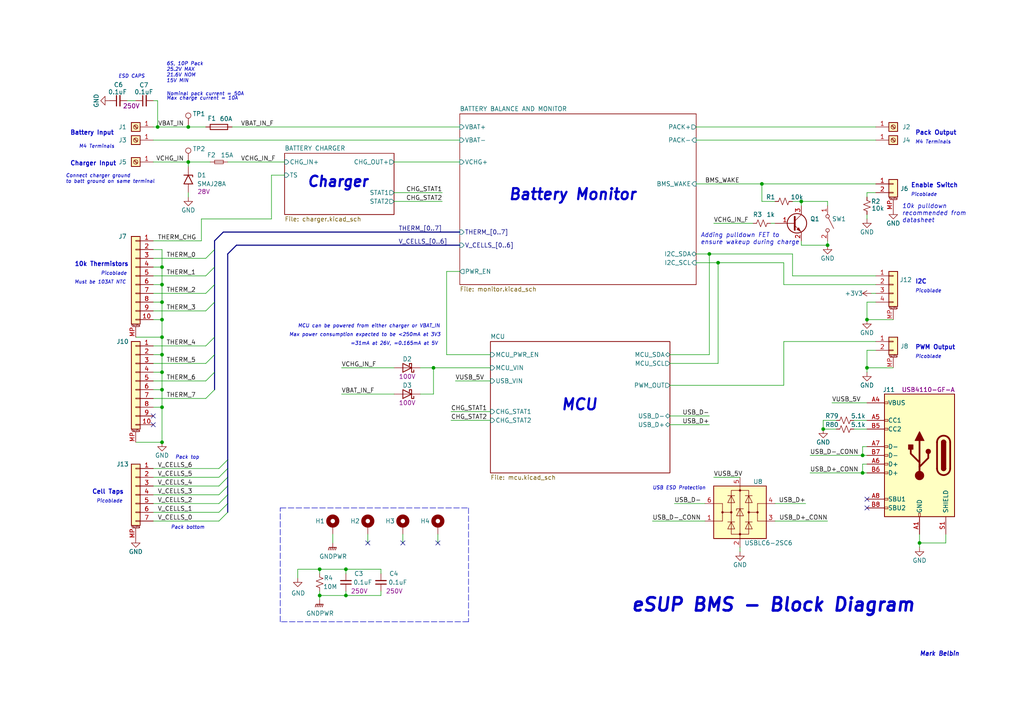
<source format=kicad_sch>
(kicad_sch (version 20230121) (generator eeschema)

  (uuid a4805e9d-b940-444e-a7cb-db4f4c53ed46)

  (paper "A4")

  (title_block
    (title "eSUP - BMS + Charger Board")
    (date "2023-10-29")
    (rev "V1")
  )

  (lib_symbols
    (symbol "Connector:Screw_Terminal_01x01" (pin_names (offset 1.016) hide) (in_bom yes) (on_board yes)
      (property "Reference" "J" (at 0 2.54 0)
        (effects (font (size 1.27 1.27)))
      )
      (property "Value" "Screw_Terminal_01x01" (at 0 -2.54 0)
        (effects (font (size 1.27 1.27)))
      )
      (property "Footprint" "" (at 0 0 0)
        (effects (font (size 1.27 1.27)) hide)
      )
      (property "Datasheet" "~" (at 0 0 0)
        (effects (font (size 1.27 1.27)) hide)
      )
      (property "ki_keywords" "screw terminal" (at 0 0 0)
        (effects (font (size 1.27 1.27)) hide)
      )
      (property "ki_description" "Generic screw terminal, single row, 01x01, script generated (kicad-library-utils/schlib/autogen/connector/)" (at 0 0 0)
        (effects (font (size 1.27 1.27)) hide)
      )
      (property "ki_fp_filters" "TerminalBlock*:*" (at 0 0 0)
        (effects (font (size 1.27 1.27)) hide)
      )
      (symbol "Screw_Terminal_01x01_1_1"
        (rectangle (start -1.27 1.27) (end 1.27 -1.27)
          (stroke (width 0.254) (type default))
          (fill (type background))
        )
        (polyline
          (pts
            (xy -0.5334 0.3302)
            (xy 0.3302 -0.508)
          )
          (stroke (width 0.1524) (type default))
          (fill (type none))
        )
        (polyline
          (pts
            (xy -0.3556 0.508)
            (xy 0.508 -0.3302)
          )
          (stroke (width 0.1524) (type default))
          (fill (type none))
        )
        (circle (center 0 0) (radius 0.635)
          (stroke (width 0.1524) (type default))
          (fill (type none))
        )
        (pin passive line (at -5.08 0 0) (length 3.81)
          (name "Pin_1" (effects (font (size 1.27 1.27))))
          (number "1" (effects (font (size 1.27 1.27))))
        )
      )
    )
    (symbol "Connector:TestPoint" (pin_numbers hide) (pin_names (offset 0.762) hide) (in_bom yes) (on_board yes)
      (property "Reference" "TP" (at 0 6.858 0)
        (effects (font (size 1.27 1.27)))
      )
      (property "Value" "TestPoint" (at 0 5.08 0)
        (effects (font (size 1.27 1.27)))
      )
      (property "Footprint" "" (at 5.08 0 0)
        (effects (font (size 1.27 1.27)) hide)
      )
      (property "Datasheet" "~" (at 5.08 0 0)
        (effects (font (size 1.27 1.27)) hide)
      )
      (property "ki_keywords" "test point tp" (at 0 0 0)
        (effects (font (size 1.27 1.27)) hide)
      )
      (property "ki_description" "test point" (at 0 0 0)
        (effects (font (size 1.27 1.27)) hide)
      )
      (property "ki_fp_filters" "Pin* Test*" (at 0 0 0)
        (effects (font (size 1.27 1.27)) hide)
      )
      (symbol "TestPoint_0_1"
        (circle (center 0 3.302) (radius 0.762)
          (stroke (width 0) (type default))
          (fill (type none))
        )
      )
      (symbol "TestPoint_1_1"
        (pin passive line (at 0 0 90) (length 2.54)
          (name "1" (effects (font (size 1.27 1.27))))
          (number "1" (effects (font (size 1.27 1.27))))
        )
      )
    )
    (symbol "Connector:USB_C_Receptacle_USB2.0" (pin_names (offset 1.016)) (in_bom yes) (on_board yes)
      (property "Reference" "J" (at -10.16 19.05 0)
        (effects (font (size 1.27 1.27)) (justify left))
      )
      (property "Value" "USB_C_Receptacle_USB2.0" (at 19.05 19.05 0)
        (effects (font (size 1.27 1.27)) (justify right))
      )
      (property "Footprint" "" (at 3.81 0 0)
        (effects (font (size 1.27 1.27)) hide)
      )
      (property "Datasheet" "https://www.usb.org/sites/default/files/documents/usb_type-c.zip" (at 3.81 0 0)
        (effects (font (size 1.27 1.27)) hide)
      )
      (property "ki_keywords" "usb universal serial bus type-C USB2.0" (at 0 0 0)
        (effects (font (size 1.27 1.27)) hide)
      )
      (property "ki_description" "USB 2.0-only Type-C Receptacle connector" (at 0 0 0)
        (effects (font (size 1.27 1.27)) hide)
      )
      (property "ki_fp_filters" "USB*C*Receptacle*" (at 0 0 0)
        (effects (font (size 1.27 1.27)) hide)
      )
      (symbol "USB_C_Receptacle_USB2.0_0_0"
        (rectangle (start -0.254 -17.78) (end 0.254 -16.764)
          (stroke (width 0) (type default))
          (fill (type none))
        )
        (rectangle (start 10.16 -14.986) (end 9.144 -15.494)
          (stroke (width 0) (type default))
          (fill (type none))
        )
        (rectangle (start 10.16 -12.446) (end 9.144 -12.954)
          (stroke (width 0) (type default))
          (fill (type none))
        )
        (rectangle (start 10.16 -4.826) (end 9.144 -5.334)
          (stroke (width 0) (type default))
          (fill (type none))
        )
        (rectangle (start 10.16 -2.286) (end 9.144 -2.794)
          (stroke (width 0) (type default))
          (fill (type none))
        )
        (rectangle (start 10.16 0.254) (end 9.144 -0.254)
          (stroke (width 0) (type default))
          (fill (type none))
        )
        (rectangle (start 10.16 2.794) (end 9.144 2.286)
          (stroke (width 0) (type default))
          (fill (type none))
        )
        (rectangle (start 10.16 7.874) (end 9.144 7.366)
          (stroke (width 0) (type default))
          (fill (type none))
        )
        (rectangle (start 10.16 10.414) (end 9.144 9.906)
          (stroke (width 0) (type default))
          (fill (type none))
        )
        (rectangle (start 10.16 15.494) (end 9.144 14.986)
          (stroke (width 0) (type default))
          (fill (type none))
        )
      )
      (symbol "USB_C_Receptacle_USB2.0_0_1"
        (rectangle (start -10.16 17.78) (end 10.16 -17.78)
          (stroke (width 0.254) (type default))
          (fill (type background))
        )
        (arc (start -8.89 -3.81) (mid -6.985 -5.7067) (end -5.08 -3.81)
          (stroke (width 0.508) (type default))
          (fill (type none))
        )
        (arc (start -7.62 -3.81) (mid -6.985 -4.4423) (end -6.35 -3.81)
          (stroke (width 0.254) (type default))
          (fill (type none))
        )
        (arc (start -7.62 -3.81) (mid -6.985 -4.4423) (end -6.35 -3.81)
          (stroke (width 0.254) (type default))
          (fill (type outline))
        )
        (rectangle (start -7.62 -3.81) (end -6.35 3.81)
          (stroke (width 0.254) (type default))
          (fill (type outline))
        )
        (arc (start -6.35 3.81) (mid -6.985 4.4423) (end -7.62 3.81)
          (stroke (width 0.254) (type default))
          (fill (type none))
        )
        (arc (start -6.35 3.81) (mid -6.985 4.4423) (end -7.62 3.81)
          (stroke (width 0.254) (type default))
          (fill (type outline))
        )
        (arc (start -5.08 3.81) (mid -6.985 5.7067) (end -8.89 3.81)
          (stroke (width 0.508) (type default))
          (fill (type none))
        )
        (circle (center -2.54 1.143) (radius 0.635)
          (stroke (width 0.254) (type default))
          (fill (type outline))
        )
        (circle (center 0 -5.842) (radius 1.27)
          (stroke (width 0) (type default))
          (fill (type outline))
        )
        (polyline
          (pts
            (xy -8.89 -3.81)
            (xy -8.89 3.81)
          )
          (stroke (width 0.508) (type default))
          (fill (type none))
        )
        (polyline
          (pts
            (xy -5.08 3.81)
            (xy -5.08 -3.81)
          )
          (stroke (width 0.508) (type default))
          (fill (type none))
        )
        (polyline
          (pts
            (xy 0 -5.842)
            (xy 0 4.318)
          )
          (stroke (width 0.508) (type default))
          (fill (type none))
        )
        (polyline
          (pts
            (xy 0 -3.302)
            (xy -2.54 -0.762)
            (xy -2.54 0.508)
          )
          (stroke (width 0.508) (type default))
          (fill (type none))
        )
        (polyline
          (pts
            (xy 0 -2.032)
            (xy 2.54 0.508)
            (xy 2.54 1.778)
          )
          (stroke (width 0.508) (type default))
          (fill (type none))
        )
        (polyline
          (pts
            (xy -1.27 4.318)
            (xy 0 6.858)
            (xy 1.27 4.318)
            (xy -1.27 4.318)
          )
          (stroke (width 0.254) (type default))
          (fill (type outline))
        )
        (rectangle (start 1.905 1.778) (end 3.175 3.048)
          (stroke (width 0.254) (type default))
          (fill (type outline))
        )
      )
      (symbol "USB_C_Receptacle_USB2.0_1_1"
        (pin passive line (at 0 -22.86 90) (length 5.08)
          (name "GND" (effects (font (size 1.27 1.27))))
          (number "A1" (effects (font (size 1.27 1.27))))
        )
        (pin passive line (at 0 -22.86 90) (length 5.08) hide
          (name "GND" (effects (font (size 1.27 1.27))))
          (number "A12" (effects (font (size 1.27 1.27))))
        )
        (pin passive line (at 15.24 15.24 180) (length 5.08)
          (name "VBUS" (effects (font (size 1.27 1.27))))
          (number "A4" (effects (font (size 1.27 1.27))))
        )
        (pin bidirectional line (at 15.24 10.16 180) (length 5.08)
          (name "CC1" (effects (font (size 1.27 1.27))))
          (number "A5" (effects (font (size 1.27 1.27))))
        )
        (pin bidirectional line (at 15.24 -2.54 180) (length 5.08)
          (name "D+" (effects (font (size 1.27 1.27))))
          (number "A6" (effects (font (size 1.27 1.27))))
        )
        (pin bidirectional line (at 15.24 2.54 180) (length 5.08)
          (name "D-" (effects (font (size 1.27 1.27))))
          (number "A7" (effects (font (size 1.27 1.27))))
        )
        (pin bidirectional line (at 15.24 -12.7 180) (length 5.08)
          (name "SBU1" (effects (font (size 1.27 1.27))))
          (number "A8" (effects (font (size 1.27 1.27))))
        )
        (pin passive line (at 15.24 15.24 180) (length 5.08) hide
          (name "VBUS" (effects (font (size 1.27 1.27))))
          (number "A9" (effects (font (size 1.27 1.27))))
        )
        (pin passive line (at 0 -22.86 90) (length 5.08) hide
          (name "GND" (effects (font (size 1.27 1.27))))
          (number "B1" (effects (font (size 1.27 1.27))))
        )
        (pin passive line (at 0 -22.86 90) (length 5.08) hide
          (name "GND" (effects (font (size 1.27 1.27))))
          (number "B12" (effects (font (size 1.27 1.27))))
        )
        (pin passive line (at 15.24 15.24 180) (length 5.08) hide
          (name "VBUS" (effects (font (size 1.27 1.27))))
          (number "B4" (effects (font (size 1.27 1.27))))
        )
        (pin bidirectional line (at 15.24 7.62 180) (length 5.08)
          (name "CC2" (effects (font (size 1.27 1.27))))
          (number "B5" (effects (font (size 1.27 1.27))))
        )
        (pin bidirectional line (at 15.24 -5.08 180) (length 5.08)
          (name "D+" (effects (font (size 1.27 1.27))))
          (number "B6" (effects (font (size 1.27 1.27))))
        )
        (pin bidirectional line (at 15.24 0 180) (length 5.08)
          (name "D-" (effects (font (size 1.27 1.27))))
          (number "B7" (effects (font (size 1.27 1.27))))
        )
        (pin bidirectional line (at 15.24 -15.24 180) (length 5.08)
          (name "SBU2" (effects (font (size 1.27 1.27))))
          (number "B8" (effects (font (size 1.27 1.27))))
        )
        (pin passive line (at 15.24 15.24 180) (length 5.08) hide
          (name "VBUS" (effects (font (size 1.27 1.27))))
          (number "B9" (effects (font (size 1.27 1.27))))
        )
        (pin passive line (at -7.62 -22.86 90) (length 5.08)
          (name "SHIELD" (effects (font (size 1.27 1.27))))
          (number "S1" (effects (font (size 1.27 1.27))))
        )
      )
    )
    (symbol "Connector_Generic_MountingPin:Conn_01x02_MountingPin" (pin_names (offset 1.016) hide) (in_bom yes) (on_board yes)
      (property "Reference" "J" (at 0 2.54 0)
        (effects (font (size 1.27 1.27)))
      )
      (property "Value" "Conn_01x02_MountingPin" (at 1.27 -5.08 0)
        (effects (font (size 1.27 1.27)) (justify left))
      )
      (property "Footprint" "" (at 0 0 0)
        (effects (font (size 1.27 1.27)) hide)
      )
      (property "Datasheet" "~" (at 0 0 0)
        (effects (font (size 1.27 1.27)) hide)
      )
      (property "ki_keywords" "connector" (at 0 0 0)
        (effects (font (size 1.27 1.27)) hide)
      )
      (property "ki_description" "Generic connectable mounting pin connector, single row, 01x02, script generated (kicad-library-utils/schlib/autogen/connector/)" (at 0 0 0)
        (effects (font (size 1.27 1.27)) hide)
      )
      (property "ki_fp_filters" "Connector*:*_1x??-1MP*" (at 0 0 0)
        (effects (font (size 1.27 1.27)) hide)
      )
      (symbol "Conn_01x02_MountingPin_1_1"
        (rectangle (start -1.27 -2.413) (end 0 -2.667)
          (stroke (width 0.1524) (type default))
          (fill (type none))
        )
        (rectangle (start -1.27 0.127) (end 0 -0.127)
          (stroke (width 0.1524) (type default))
          (fill (type none))
        )
        (rectangle (start -1.27 1.27) (end 1.27 -3.81)
          (stroke (width 0.254) (type default))
          (fill (type background))
        )
        (polyline
          (pts
            (xy -1.016 -4.572)
            (xy 1.016 -4.572)
          )
          (stroke (width 0.1524) (type default))
          (fill (type none))
        )
        (text "Mounting" (at 0 -4.191 0)
          (effects (font (size 0.381 0.381)))
        )
        (pin passive line (at -5.08 0 0) (length 3.81)
          (name "Pin_1" (effects (font (size 1.27 1.27))))
          (number "1" (effects (font (size 1.27 1.27))))
        )
        (pin passive line (at -5.08 -2.54 0) (length 3.81)
          (name "Pin_2" (effects (font (size 1.27 1.27))))
          (number "2" (effects (font (size 1.27 1.27))))
        )
        (pin passive line (at 0 -7.62 90) (length 3.048)
          (name "MountPin" (effects (font (size 1.27 1.27))))
          (number "MP" (effects (font (size 1.27 1.27))))
        )
      )
    )
    (symbol "Connector_Generic_MountingPin:Conn_01x04_MountingPin" (pin_names (offset 1.016) hide) (in_bom yes) (on_board yes)
      (property "Reference" "J" (at 0 5.08 0)
        (effects (font (size 1.27 1.27)))
      )
      (property "Value" "Conn_01x04_MountingPin" (at 1.27 -7.62 0)
        (effects (font (size 1.27 1.27)) (justify left))
      )
      (property "Footprint" "" (at 0 0 0)
        (effects (font (size 1.27 1.27)) hide)
      )
      (property "Datasheet" "~" (at 0 0 0)
        (effects (font (size 1.27 1.27)) hide)
      )
      (property "ki_keywords" "connector" (at 0 0 0)
        (effects (font (size 1.27 1.27)) hide)
      )
      (property "ki_description" "Generic connectable mounting pin connector, single row, 01x04, script generated (kicad-library-utils/schlib/autogen/connector/)" (at 0 0 0)
        (effects (font (size 1.27 1.27)) hide)
      )
      (property "ki_fp_filters" "Connector*:*_1x??-1MP*" (at 0 0 0)
        (effects (font (size 1.27 1.27)) hide)
      )
      (symbol "Conn_01x04_MountingPin_1_1"
        (rectangle (start -1.27 -4.953) (end 0 -5.207)
          (stroke (width 0.1524) (type default))
          (fill (type none))
        )
        (rectangle (start -1.27 -2.413) (end 0 -2.667)
          (stroke (width 0.1524) (type default))
          (fill (type none))
        )
        (rectangle (start -1.27 0.127) (end 0 -0.127)
          (stroke (width 0.1524) (type default))
          (fill (type none))
        )
        (rectangle (start -1.27 2.667) (end 0 2.413)
          (stroke (width 0.1524) (type default))
          (fill (type none))
        )
        (rectangle (start -1.27 3.81) (end 1.27 -6.35)
          (stroke (width 0.254) (type default))
          (fill (type background))
        )
        (polyline
          (pts
            (xy -1.016 -7.112)
            (xy 1.016 -7.112)
          )
          (stroke (width 0.1524) (type default))
          (fill (type none))
        )
        (text "Mounting" (at 0 -6.731 0)
          (effects (font (size 0.381 0.381)))
        )
        (pin passive line (at -5.08 2.54 0) (length 3.81)
          (name "Pin_1" (effects (font (size 1.27 1.27))))
          (number "1" (effects (font (size 1.27 1.27))))
        )
        (pin passive line (at -5.08 0 0) (length 3.81)
          (name "Pin_2" (effects (font (size 1.27 1.27))))
          (number "2" (effects (font (size 1.27 1.27))))
        )
        (pin passive line (at -5.08 -2.54 0) (length 3.81)
          (name "Pin_3" (effects (font (size 1.27 1.27))))
          (number "3" (effects (font (size 1.27 1.27))))
        )
        (pin passive line (at -5.08 -5.08 0) (length 3.81)
          (name "Pin_4" (effects (font (size 1.27 1.27))))
          (number "4" (effects (font (size 1.27 1.27))))
        )
        (pin passive line (at 0 -10.16 90) (length 3.048)
          (name "MountPin" (effects (font (size 1.27 1.27))))
          (number "MP" (effects (font (size 1.27 1.27))))
        )
      )
    )
    (symbol "Connector_Generic_MountingPin:Conn_01x07_MountingPin" (pin_names (offset 1.016) hide) (in_bom yes) (on_board yes)
      (property "Reference" "J" (at 0 10.16 0)
        (effects (font (size 1.27 1.27)))
      )
      (property "Value" "Conn_01x07_MountingPin" (at 1.27 -10.16 0)
        (effects (font (size 1.27 1.27)) (justify left))
      )
      (property "Footprint" "" (at 0 0 0)
        (effects (font (size 1.27 1.27)) hide)
      )
      (property "Datasheet" "~" (at 0 0 0)
        (effects (font (size 1.27 1.27)) hide)
      )
      (property "ki_keywords" "connector" (at 0 0 0)
        (effects (font (size 1.27 1.27)) hide)
      )
      (property "ki_description" "Generic connectable mounting pin connector, single row, 01x07, script generated (kicad-library-utils/schlib/autogen/connector/)" (at 0 0 0)
        (effects (font (size 1.27 1.27)) hide)
      )
      (property "ki_fp_filters" "Connector*:*_1x??-1MP*" (at 0 0 0)
        (effects (font (size 1.27 1.27)) hide)
      )
      (symbol "Conn_01x07_MountingPin_1_1"
        (rectangle (start -1.27 -7.493) (end 0 -7.747)
          (stroke (width 0.1524) (type default))
          (fill (type none))
        )
        (rectangle (start -1.27 -4.953) (end 0 -5.207)
          (stroke (width 0.1524) (type default))
          (fill (type none))
        )
        (rectangle (start -1.27 -2.413) (end 0 -2.667)
          (stroke (width 0.1524) (type default))
          (fill (type none))
        )
        (rectangle (start -1.27 0.127) (end 0 -0.127)
          (stroke (width 0.1524) (type default))
          (fill (type none))
        )
        (rectangle (start -1.27 2.667) (end 0 2.413)
          (stroke (width 0.1524) (type default))
          (fill (type none))
        )
        (rectangle (start -1.27 5.207) (end 0 4.953)
          (stroke (width 0.1524) (type default))
          (fill (type none))
        )
        (rectangle (start -1.27 7.747) (end 0 7.493)
          (stroke (width 0.1524) (type default))
          (fill (type none))
        )
        (rectangle (start -1.27 8.89) (end 1.27 -8.89)
          (stroke (width 0.254) (type default))
          (fill (type background))
        )
        (polyline
          (pts
            (xy -1.016 -9.652)
            (xy 1.016 -9.652)
          )
          (stroke (width 0.1524) (type default))
          (fill (type none))
        )
        (text "Mounting" (at 0 -9.271 0)
          (effects (font (size 0.381 0.381)))
        )
        (pin passive line (at -5.08 7.62 0) (length 3.81)
          (name "Pin_1" (effects (font (size 1.27 1.27))))
          (number "1" (effects (font (size 1.27 1.27))))
        )
        (pin passive line (at -5.08 5.08 0) (length 3.81)
          (name "Pin_2" (effects (font (size 1.27 1.27))))
          (number "2" (effects (font (size 1.27 1.27))))
        )
        (pin passive line (at -5.08 2.54 0) (length 3.81)
          (name "Pin_3" (effects (font (size 1.27 1.27))))
          (number "3" (effects (font (size 1.27 1.27))))
        )
        (pin passive line (at -5.08 0 0) (length 3.81)
          (name "Pin_4" (effects (font (size 1.27 1.27))))
          (number "4" (effects (font (size 1.27 1.27))))
        )
        (pin passive line (at -5.08 -2.54 0) (length 3.81)
          (name "Pin_5" (effects (font (size 1.27 1.27))))
          (number "5" (effects (font (size 1.27 1.27))))
        )
        (pin passive line (at -5.08 -5.08 0) (length 3.81)
          (name "Pin_6" (effects (font (size 1.27 1.27))))
          (number "6" (effects (font (size 1.27 1.27))))
        )
        (pin passive line (at -5.08 -7.62 0) (length 3.81)
          (name "Pin_7" (effects (font (size 1.27 1.27))))
          (number "7" (effects (font (size 1.27 1.27))))
        )
        (pin passive line (at 0 -12.7 90) (length 3.048)
          (name "MountPin" (effects (font (size 1.27 1.27))))
          (number "MP" (effects (font (size 1.27 1.27))))
        )
      )
    )
    (symbol "Connector_Generic_MountingPin:Conn_01x10_MountingPin" (pin_names (offset 1.016) hide) (in_bom yes) (on_board yes)
      (property "Reference" "J" (at 0 12.7 0)
        (effects (font (size 1.27 1.27)))
      )
      (property "Value" "Conn_01x10_MountingPin" (at 1.27 -15.24 0)
        (effects (font (size 1.27 1.27)) (justify left))
      )
      (property "Footprint" "" (at 0 0 0)
        (effects (font (size 1.27 1.27)) hide)
      )
      (property "Datasheet" "~" (at 0 0 0)
        (effects (font (size 1.27 1.27)) hide)
      )
      (property "ki_keywords" "connector" (at 0 0 0)
        (effects (font (size 1.27 1.27)) hide)
      )
      (property "ki_description" "Generic connectable mounting pin connector, single row, 01x10, script generated (kicad-library-utils/schlib/autogen/connector/)" (at 0 0 0)
        (effects (font (size 1.27 1.27)) hide)
      )
      (property "ki_fp_filters" "Connector*:*_1x??-1MP*" (at 0 0 0)
        (effects (font (size 1.27 1.27)) hide)
      )
      (symbol "Conn_01x10_MountingPin_1_1"
        (rectangle (start -1.27 -12.573) (end 0 -12.827)
          (stroke (width 0.1524) (type default))
          (fill (type none))
        )
        (rectangle (start -1.27 -10.033) (end 0 -10.287)
          (stroke (width 0.1524) (type default))
          (fill (type none))
        )
        (rectangle (start -1.27 -7.493) (end 0 -7.747)
          (stroke (width 0.1524) (type default))
          (fill (type none))
        )
        (rectangle (start -1.27 -4.953) (end 0 -5.207)
          (stroke (width 0.1524) (type default))
          (fill (type none))
        )
        (rectangle (start -1.27 -2.413) (end 0 -2.667)
          (stroke (width 0.1524) (type default))
          (fill (type none))
        )
        (rectangle (start -1.27 0.127) (end 0 -0.127)
          (stroke (width 0.1524) (type default))
          (fill (type none))
        )
        (rectangle (start -1.27 2.667) (end 0 2.413)
          (stroke (width 0.1524) (type default))
          (fill (type none))
        )
        (rectangle (start -1.27 5.207) (end 0 4.953)
          (stroke (width 0.1524) (type default))
          (fill (type none))
        )
        (rectangle (start -1.27 7.747) (end 0 7.493)
          (stroke (width 0.1524) (type default))
          (fill (type none))
        )
        (rectangle (start -1.27 10.287) (end 0 10.033)
          (stroke (width 0.1524) (type default))
          (fill (type none))
        )
        (rectangle (start -1.27 11.43) (end 1.27 -13.97)
          (stroke (width 0.254) (type default))
          (fill (type background))
        )
        (polyline
          (pts
            (xy -1.016 -14.732)
            (xy 1.016 -14.732)
          )
          (stroke (width 0.1524) (type default))
          (fill (type none))
        )
        (text "Mounting" (at 0 -14.351 0)
          (effects (font (size 0.381 0.381)))
        )
        (pin passive line (at -5.08 10.16 0) (length 3.81)
          (name "Pin_1" (effects (font (size 1.27 1.27))))
          (number "1" (effects (font (size 1.27 1.27))))
        )
        (pin passive line (at -5.08 -12.7 0) (length 3.81)
          (name "Pin_10" (effects (font (size 1.27 1.27))))
          (number "10" (effects (font (size 1.27 1.27))))
        )
        (pin passive line (at -5.08 7.62 0) (length 3.81)
          (name "Pin_2" (effects (font (size 1.27 1.27))))
          (number "2" (effects (font (size 1.27 1.27))))
        )
        (pin passive line (at -5.08 5.08 0) (length 3.81)
          (name "Pin_3" (effects (font (size 1.27 1.27))))
          (number "3" (effects (font (size 1.27 1.27))))
        )
        (pin passive line (at -5.08 2.54 0) (length 3.81)
          (name "Pin_4" (effects (font (size 1.27 1.27))))
          (number "4" (effects (font (size 1.27 1.27))))
        )
        (pin passive line (at -5.08 0 0) (length 3.81)
          (name "Pin_5" (effects (font (size 1.27 1.27))))
          (number "5" (effects (font (size 1.27 1.27))))
        )
        (pin passive line (at -5.08 -2.54 0) (length 3.81)
          (name "Pin_6" (effects (font (size 1.27 1.27))))
          (number "6" (effects (font (size 1.27 1.27))))
        )
        (pin passive line (at -5.08 -5.08 0) (length 3.81)
          (name "Pin_7" (effects (font (size 1.27 1.27))))
          (number "7" (effects (font (size 1.27 1.27))))
        )
        (pin passive line (at -5.08 -7.62 0) (length 3.81)
          (name "Pin_8" (effects (font (size 1.27 1.27))))
          (number "8" (effects (font (size 1.27 1.27))))
        )
        (pin passive line (at -5.08 -10.16 0) (length 3.81)
          (name "Pin_9" (effects (font (size 1.27 1.27))))
          (number "9" (effects (font (size 1.27 1.27))))
        )
        (pin passive line (at 0 -17.78 90) (length 3.048)
          (name "MountPin" (effects (font (size 1.27 1.27))))
          (number "MP" (effects (font (size 1.27 1.27))))
        )
      )
    )
    (symbol "Device:C_Small" (pin_numbers hide) (pin_names (offset 0.254) hide) (in_bom yes) (on_board yes)
      (property "Reference" "C" (at 0.254 1.778 0)
        (effects (font (size 1.27 1.27)) (justify left))
      )
      (property "Value" "C_Small" (at 0.254 -2.032 0)
        (effects (font (size 1.27 1.27)) (justify left))
      )
      (property "Footprint" "" (at 0 0 0)
        (effects (font (size 1.27 1.27)) hide)
      )
      (property "Datasheet" "~" (at 0 0 0)
        (effects (font (size 1.27 1.27)) hide)
      )
      (property "ki_keywords" "capacitor cap" (at 0 0 0)
        (effects (font (size 1.27 1.27)) hide)
      )
      (property "ki_description" "Unpolarized capacitor, small symbol" (at 0 0 0)
        (effects (font (size 1.27 1.27)) hide)
      )
      (property "ki_fp_filters" "C_*" (at 0 0 0)
        (effects (font (size 1.27 1.27)) hide)
      )
      (symbol "C_Small_0_1"
        (polyline
          (pts
            (xy -1.524 -0.508)
            (xy 1.524 -0.508)
          )
          (stroke (width 0.3302) (type default))
          (fill (type none))
        )
        (polyline
          (pts
            (xy -1.524 0.508)
            (xy 1.524 0.508)
          )
          (stroke (width 0.3048) (type default))
          (fill (type none))
        )
      )
      (symbol "C_Small_1_1"
        (pin passive line (at 0 2.54 270) (length 2.032)
          (name "~" (effects (font (size 1.27 1.27))))
          (number "1" (effects (font (size 1.27 1.27))))
        )
        (pin passive line (at 0 -2.54 90) (length 2.032)
          (name "~" (effects (font (size 1.27 1.27))))
          (number "2" (effects (font (size 1.27 1.27))))
        )
      )
    )
    (symbol "Device:D_Schottky" (pin_numbers hide) (pin_names (offset 1.016) hide) (in_bom yes) (on_board yes)
      (property "Reference" "D" (at 0 2.54 0)
        (effects (font (size 1.27 1.27)))
      )
      (property "Value" "D_Schottky" (at 0 -2.54 0)
        (effects (font (size 1.27 1.27)))
      )
      (property "Footprint" "" (at 0 0 0)
        (effects (font (size 1.27 1.27)) hide)
      )
      (property "Datasheet" "~" (at 0 0 0)
        (effects (font (size 1.27 1.27)) hide)
      )
      (property "ki_keywords" "diode Schottky" (at 0 0 0)
        (effects (font (size 1.27 1.27)) hide)
      )
      (property "ki_description" "Schottky diode" (at 0 0 0)
        (effects (font (size 1.27 1.27)) hide)
      )
      (property "ki_fp_filters" "TO-???* *_Diode_* *SingleDiode* D_*" (at 0 0 0)
        (effects (font (size 1.27 1.27)) hide)
      )
      (symbol "D_Schottky_0_1"
        (polyline
          (pts
            (xy 1.27 0)
            (xy -1.27 0)
          )
          (stroke (width 0) (type default))
          (fill (type none))
        )
        (polyline
          (pts
            (xy 1.27 1.27)
            (xy 1.27 -1.27)
            (xy -1.27 0)
            (xy 1.27 1.27)
          )
          (stroke (width 0.254) (type default))
          (fill (type none))
        )
        (polyline
          (pts
            (xy -1.905 0.635)
            (xy -1.905 1.27)
            (xy -1.27 1.27)
            (xy -1.27 -1.27)
            (xy -0.635 -1.27)
            (xy -0.635 -0.635)
          )
          (stroke (width 0.254) (type default))
          (fill (type none))
        )
      )
      (symbol "D_Schottky_1_1"
        (pin passive line (at -3.81 0 0) (length 2.54)
          (name "K" (effects (font (size 1.27 1.27))))
          (number "1" (effects (font (size 1.27 1.27))))
        )
        (pin passive line (at 3.81 0 180) (length 2.54)
          (name "A" (effects (font (size 1.27 1.27))))
          (number "2" (effects (font (size 1.27 1.27))))
        )
      )
    )
    (symbol "Device:Fuse" (pin_numbers hide) (pin_names (offset 0)) (in_bom yes) (on_board yes)
      (property "Reference" "F" (at 2.032 0 90)
        (effects (font (size 1.27 1.27)))
      )
      (property "Value" "Fuse" (at -1.905 0 90)
        (effects (font (size 1.27 1.27)))
      )
      (property "Footprint" "" (at -1.778 0 90)
        (effects (font (size 1.27 1.27)) hide)
      )
      (property "Datasheet" "~" (at 0 0 0)
        (effects (font (size 1.27 1.27)) hide)
      )
      (property "ki_keywords" "fuse" (at 0 0 0)
        (effects (font (size 1.27 1.27)) hide)
      )
      (property "ki_description" "Fuse" (at 0 0 0)
        (effects (font (size 1.27 1.27)) hide)
      )
      (property "ki_fp_filters" "*Fuse*" (at 0 0 0)
        (effects (font (size 1.27 1.27)) hide)
      )
      (symbol "Fuse_0_1"
        (rectangle (start -0.762 -2.54) (end 0.762 2.54)
          (stroke (width 0.254) (type default))
          (fill (type none))
        )
        (polyline
          (pts
            (xy 0 2.54)
            (xy 0 -2.54)
          )
          (stroke (width 0) (type default))
          (fill (type none))
        )
      )
      (symbol "Fuse_1_1"
        (pin passive line (at 0 3.81 270) (length 1.27)
          (name "~" (effects (font (size 1.27 1.27))))
          (number "1" (effects (font (size 1.27 1.27))))
        )
        (pin passive line (at 0 -3.81 90) (length 1.27)
          (name "~" (effects (font (size 1.27 1.27))))
          (number "2" (effects (font (size 1.27 1.27))))
        )
      )
    )
    (symbol "Device:Fuse_Small" (pin_numbers hide) (pin_names (offset 0.254) hide) (in_bom yes) (on_board yes)
      (property "Reference" "F" (at 0 -1.524 0)
        (effects (font (size 1.27 1.27)))
      )
      (property "Value" "Fuse_Small" (at 0 1.524 0)
        (effects (font (size 1.27 1.27)))
      )
      (property "Footprint" "" (at 0 0 0)
        (effects (font (size 1.27 1.27)) hide)
      )
      (property "Datasheet" "~" (at 0 0 0)
        (effects (font (size 1.27 1.27)) hide)
      )
      (property "ki_keywords" "fuse" (at 0 0 0)
        (effects (font (size 1.27 1.27)) hide)
      )
      (property "ki_description" "Fuse, small symbol" (at 0 0 0)
        (effects (font (size 1.27 1.27)) hide)
      )
      (property "ki_fp_filters" "*Fuse*" (at 0 0 0)
        (effects (font (size 1.27 1.27)) hide)
      )
      (symbol "Fuse_Small_0_1"
        (rectangle (start -1.27 0.508) (end 1.27 -0.508)
          (stroke (width 0) (type default))
          (fill (type none))
        )
        (polyline
          (pts
            (xy -1.27 0)
            (xy 1.27 0)
          )
          (stroke (width 0) (type default))
          (fill (type none))
        )
      )
      (symbol "Fuse_Small_1_1"
        (pin passive line (at -2.54 0 0) (length 1.27)
          (name "~" (effects (font (size 1.27 1.27))))
          (number "1" (effects (font (size 1.27 1.27))))
        )
        (pin passive line (at 2.54 0 180) (length 1.27)
          (name "~" (effects (font (size 1.27 1.27))))
          (number "2" (effects (font (size 1.27 1.27))))
        )
      )
    )
    (symbol "Device:R_Small_US" (pin_numbers hide) (pin_names (offset 0.254) hide) (in_bom yes) (on_board yes)
      (property "Reference" "R" (at 0.762 0.508 0)
        (effects (font (size 1.27 1.27)) (justify left))
      )
      (property "Value" "R_Small_US" (at 0.762 -1.016 0)
        (effects (font (size 1.27 1.27)) (justify left))
      )
      (property "Footprint" "" (at 0 0 0)
        (effects (font (size 1.27 1.27)) hide)
      )
      (property "Datasheet" "~" (at 0 0 0)
        (effects (font (size 1.27 1.27)) hide)
      )
      (property "ki_keywords" "r resistor" (at 0 0 0)
        (effects (font (size 1.27 1.27)) hide)
      )
      (property "ki_description" "Resistor, small US symbol" (at 0 0 0)
        (effects (font (size 1.27 1.27)) hide)
      )
      (property "ki_fp_filters" "R_*" (at 0 0 0)
        (effects (font (size 1.27 1.27)) hide)
      )
      (symbol "R_Small_US_1_1"
        (polyline
          (pts
            (xy 0 0)
            (xy 1.016 -0.381)
            (xy 0 -0.762)
            (xy -1.016 -1.143)
            (xy 0 -1.524)
          )
          (stroke (width 0) (type default))
          (fill (type none))
        )
        (polyline
          (pts
            (xy 0 1.524)
            (xy 1.016 1.143)
            (xy 0 0.762)
            (xy -1.016 0.381)
            (xy 0 0)
          )
          (stroke (width 0) (type default))
          (fill (type none))
        )
        (pin passive line (at 0 2.54 270) (length 1.016)
          (name "~" (effects (font (size 1.27 1.27))))
          (number "1" (effects (font (size 1.27 1.27))))
        )
        (pin passive line (at 0 -2.54 90) (length 1.016)
          (name "~" (effects (font (size 1.27 1.27))))
          (number "2" (effects (font (size 1.27 1.27))))
        )
      )
    )
    (symbol "Diode:SMAJ28A" (pin_numbers hide) (pin_names (offset 1.016) hide) (in_bom yes) (on_board yes)
      (property "Reference" "D" (at 0 2.54 0)
        (effects (font (size 1.27 1.27)))
      )
      (property "Value" "SMAJ28A" (at 0 -2.54 0)
        (effects (font (size 1.27 1.27)))
      )
      (property "Footprint" "Diode_SMD:D_SMA" (at 0 -5.08 0)
        (effects (font (size 1.27 1.27)) hide)
      )
      (property "Datasheet" "https://www.littelfuse.com/media?resourcetype=datasheets&itemid=75e32973-b177-4ee3-a0ff-cedaf1abdb93&filename=smaj-datasheet" (at -1.27 0 0)
        (effects (font (size 1.27 1.27)) hide)
      )
      (property "ki_keywords" "unidirectional diode TVS voltage suppressor" (at 0 0 0)
        (effects (font (size 1.27 1.27)) hide)
      )
      (property "ki_description" "400W unidirectional Transient Voltage Suppressor, 28.0Vr, SMA(DO-214AC)" (at 0 0 0)
        (effects (font (size 1.27 1.27)) hide)
      )
      (property "ki_fp_filters" "D*SMA*" (at 0 0 0)
        (effects (font (size 1.27 1.27)) hide)
      )
      (symbol "SMAJ28A_0_1"
        (polyline
          (pts
            (xy -0.762 1.27)
            (xy -1.27 1.27)
            (xy -1.27 -1.27)
          )
          (stroke (width 0.254) (type default))
          (fill (type none))
        )
        (polyline
          (pts
            (xy 1.27 1.27)
            (xy 1.27 -1.27)
            (xy -1.27 0)
            (xy 1.27 1.27)
          )
          (stroke (width 0.254) (type default))
          (fill (type none))
        )
      )
      (symbol "SMAJ28A_1_1"
        (pin passive line (at -3.81 0 0) (length 2.54)
          (name "A1" (effects (font (size 1.27 1.27))))
          (number "1" (effects (font (size 1.27 1.27))))
        )
        (pin passive line (at 3.81 0 180) (length 2.54)
          (name "A2" (effects (font (size 1.27 1.27))))
          (number "2" (effects (font (size 1.27 1.27))))
        )
      )
    )
    (symbol "Mechanical:MountingHole_Pad" (pin_numbers hide) (pin_names (offset 1.016) hide) (in_bom yes) (on_board yes)
      (property "Reference" "H" (at 0 6.35 0)
        (effects (font (size 1.27 1.27)))
      )
      (property "Value" "MountingHole_Pad" (at 0 4.445 0)
        (effects (font (size 1.27 1.27)))
      )
      (property "Footprint" "" (at 0 0 0)
        (effects (font (size 1.27 1.27)) hide)
      )
      (property "Datasheet" "~" (at 0 0 0)
        (effects (font (size 1.27 1.27)) hide)
      )
      (property "ki_keywords" "mounting hole" (at 0 0 0)
        (effects (font (size 1.27 1.27)) hide)
      )
      (property "ki_description" "Mounting Hole with connection" (at 0 0 0)
        (effects (font (size 1.27 1.27)) hide)
      )
      (property "ki_fp_filters" "MountingHole*Pad*" (at 0 0 0)
        (effects (font (size 1.27 1.27)) hide)
      )
      (symbol "MountingHole_Pad_0_1"
        (circle (center 0 1.27) (radius 1.27)
          (stroke (width 1.27) (type default))
          (fill (type none))
        )
      )
      (symbol "MountingHole_Pad_1_1"
        (pin input line (at 0 -2.54 90) (length 2.54)
          (name "1" (effects (font (size 1.27 1.27))))
          (number "1" (effects (font (size 1.27 1.27))))
        )
      )
    )
    (symbol "Power_Protection:USBLC6-2SC6" (pin_names hide) (in_bom yes) (on_board yes)
      (property "Reference" "U" (at 2.54 8.89 0)
        (effects (font (size 1.27 1.27)) (justify left))
      )
      (property "Value" "USBLC6-2SC6" (at 2.54 -8.89 0)
        (effects (font (size 1.27 1.27)) (justify left))
      )
      (property "Footprint" "Package_TO_SOT_SMD:SOT-23-6" (at 0 -12.7 0)
        (effects (font (size 1.27 1.27)) hide)
      )
      (property "Datasheet" "https://www.st.com/resource/en/datasheet/usblc6-2.pdf" (at 5.08 8.89 0)
        (effects (font (size 1.27 1.27)) hide)
      )
      (property "ki_keywords" "usb ethernet video" (at 0 0 0)
        (effects (font (size 1.27 1.27)) hide)
      )
      (property "ki_description" "Very low capacitance ESD protection diode, 2 data-line, SOT-23-6" (at 0 0 0)
        (effects (font (size 1.27 1.27)) hide)
      )
      (property "ki_fp_filters" "SOT?23*" (at 0 0 0)
        (effects (font (size 1.27 1.27)) hide)
      )
      (symbol "USBLC6-2SC6_0_1"
        (rectangle (start -7.62 -7.62) (end 7.62 7.62)
          (stroke (width 0.254) (type default))
          (fill (type background))
        )
        (circle (center -5.08 0) (radius 0.254)
          (stroke (width 0) (type default))
          (fill (type outline))
        )
        (circle (center -2.54 0) (radius 0.254)
          (stroke (width 0) (type default))
          (fill (type outline))
        )
        (rectangle (start -2.54 6.35) (end 2.54 -6.35)
          (stroke (width 0) (type default))
          (fill (type none))
        )
        (circle (center 0 -6.35) (radius 0.254)
          (stroke (width 0) (type default))
          (fill (type outline))
        )
        (polyline
          (pts
            (xy -5.08 -2.54)
            (xy -7.62 -2.54)
          )
          (stroke (width 0) (type default))
          (fill (type none))
        )
        (polyline
          (pts
            (xy -5.08 0)
            (xy -5.08 -2.54)
          )
          (stroke (width 0) (type default))
          (fill (type none))
        )
        (polyline
          (pts
            (xy -5.08 2.54)
            (xy -7.62 2.54)
          )
          (stroke (width 0) (type default))
          (fill (type none))
        )
        (polyline
          (pts
            (xy -1.524 -2.794)
            (xy -3.556 -2.794)
          )
          (stroke (width 0) (type default))
          (fill (type none))
        )
        (polyline
          (pts
            (xy -1.524 4.826)
            (xy -3.556 4.826)
          )
          (stroke (width 0) (type default))
          (fill (type none))
        )
        (polyline
          (pts
            (xy 0 -7.62)
            (xy 0 -6.35)
          )
          (stroke (width 0) (type default))
          (fill (type none))
        )
        (polyline
          (pts
            (xy 0 -6.35)
            (xy 0 1.27)
          )
          (stroke (width 0) (type default))
          (fill (type none))
        )
        (polyline
          (pts
            (xy 0 1.27)
            (xy 0 6.35)
          )
          (stroke (width 0) (type default))
          (fill (type none))
        )
        (polyline
          (pts
            (xy 0 6.35)
            (xy 0 7.62)
          )
          (stroke (width 0) (type default))
          (fill (type none))
        )
        (polyline
          (pts
            (xy 1.524 -2.794)
            (xy 3.556 -2.794)
          )
          (stroke (width 0) (type default))
          (fill (type none))
        )
        (polyline
          (pts
            (xy 1.524 4.826)
            (xy 3.556 4.826)
          )
          (stroke (width 0) (type default))
          (fill (type none))
        )
        (polyline
          (pts
            (xy 5.08 -2.54)
            (xy 7.62 -2.54)
          )
          (stroke (width 0) (type default))
          (fill (type none))
        )
        (polyline
          (pts
            (xy 5.08 0)
            (xy 5.08 -2.54)
          )
          (stroke (width 0) (type default))
          (fill (type none))
        )
        (polyline
          (pts
            (xy 5.08 2.54)
            (xy 7.62 2.54)
          )
          (stroke (width 0) (type default))
          (fill (type none))
        )
        (polyline
          (pts
            (xy -2.54 0)
            (xy -5.08 0)
            (xy -5.08 2.54)
          )
          (stroke (width 0) (type default))
          (fill (type none))
        )
        (polyline
          (pts
            (xy 2.54 0)
            (xy 5.08 0)
            (xy 5.08 2.54)
          )
          (stroke (width 0) (type default))
          (fill (type none))
        )
        (polyline
          (pts
            (xy -3.556 -4.826)
            (xy -1.524 -4.826)
            (xy -2.54 -2.794)
            (xy -3.556 -4.826)
          )
          (stroke (width 0) (type default))
          (fill (type none))
        )
        (polyline
          (pts
            (xy -3.556 2.794)
            (xy -1.524 2.794)
            (xy -2.54 4.826)
            (xy -3.556 2.794)
          )
          (stroke (width 0) (type default))
          (fill (type none))
        )
        (polyline
          (pts
            (xy -1.016 -1.016)
            (xy 1.016 -1.016)
            (xy 0 1.016)
            (xy -1.016 -1.016)
          )
          (stroke (width 0) (type default))
          (fill (type none))
        )
        (polyline
          (pts
            (xy 1.016 1.016)
            (xy 0.762 1.016)
            (xy -1.016 1.016)
            (xy -1.016 0.508)
          )
          (stroke (width 0) (type default))
          (fill (type none))
        )
        (polyline
          (pts
            (xy 3.556 -4.826)
            (xy 1.524 -4.826)
            (xy 2.54 -2.794)
            (xy 3.556 -4.826)
          )
          (stroke (width 0) (type default))
          (fill (type none))
        )
        (polyline
          (pts
            (xy 3.556 2.794)
            (xy 1.524 2.794)
            (xy 2.54 4.826)
            (xy 3.556 2.794)
          )
          (stroke (width 0) (type default))
          (fill (type none))
        )
        (circle (center 0 6.35) (radius 0.254)
          (stroke (width 0) (type default))
          (fill (type outline))
        )
        (circle (center 2.54 0) (radius 0.254)
          (stroke (width 0) (type default))
          (fill (type outline))
        )
        (circle (center 5.08 0) (radius 0.254)
          (stroke (width 0) (type default))
          (fill (type outline))
        )
      )
      (symbol "USBLC6-2SC6_1_1"
        (pin passive line (at -10.16 -2.54 0) (length 2.54)
          (name "I/O1" (effects (font (size 1.27 1.27))))
          (number "1" (effects (font (size 1.27 1.27))))
        )
        (pin passive line (at 0 -10.16 90) (length 2.54)
          (name "GND" (effects (font (size 1.27 1.27))))
          (number "2" (effects (font (size 1.27 1.27))))
        )
        (pin passive line (at 10.16 -2.54 180) (length 2.54)
          (name "I/O2" (effects (font (size 1.27 1.27))))
          (number "3" (effects (font (size 1.27 1.27))))
        )
        (pin passive line (at 10.16 2.54 180) (length 2.54)
          (name "I/O2" (effects (font (size 1.27 1.27))))
          (number "4" (effects (font (size 1.27 1.27))))
        )
        (pin passive line (at 0 10.16 270) (length 2.54)
          (name "VBUS" (effects (font (size 1.27 1.27))))
          (number "5" (effects (font (size 1.27 1.27))))
        )
        (pin passive line (at -10.16 2.54 0) (length 2.54)
          (name "I/O1" (effects (font (size 1.27 1.27))))
          (number "6" (effects (font (size 1.27 1.27))))
        )
      )
    )
    (symbol "Switch:SW_SPST" (pin_names (offset 0) hide) (in_bom yes) (on_board yes)
      (property "Reference" "SW" (at 0 3.175 0)
        (effects (font (size 1.27 1.27)))
      )
      (property "Value" "SW_SPST" (at 0 -2.54 0)
        (effects (font (size 1.27 1.27)))
      )
      (property "Footprint" "" (at 0 0 0)
        (effects (font (size 1.27 1.27)) hide)
      )
      (property "Datasheet" "~" (at 0 0 0)
        (effects (font (size 1.27 1.27)) hide)
      )
      (property "ki_keywords" "switch lever" (at 0 0 0)
        (effects (font (size 1.27 1.27)) hide)
      )
      (property "ki_description" "Single Pole Single Throw (SPST) switch" (at 0 0 0)
        (effects (font (size 1.27 1.27)) hide)
      )
      (symbol "SW_SPST_0_0"
        (circle (center -2.032 0) (radius 0.508)
          (stroke (width 0) (type default))
          (fill (type none))
        )
        (polyline
          (pts
            (xy -1.524 0.254)
            (xy 1.524 1.778)
          )
          (stroke (width 0) (type default))
          (fill (type none))
        )
        (circle (center 2.032 0) (radius 0.508)
          (stroke (width 0) (type default))
          (fill (type none))
        )
      )
      (symbol "SW_SPST_1_1"
        (pin passive line (at -5.08 0 0) (length 2.54)
          (name "A" (effects (font (size 1.27 1.27))))
          (number "1" (effects (font (size 1.27 1.27))))
        )
        (pin passive line (at 5.08 0 180) (length 2.54)
          (name "B" (effects (font (size 1.27 1.27))))
          (number "2" (effects (font (size 1.27 1.27))))
        )
      )
    )
    (symbol "Transistor_BJT:MMBT3904" (pin_names (offset 0) hide) (in_bom yes) (on_board yes)
      (property "Reference" "Q" (at 5.08 1.905 0)
        (effects (font (size 1.27 1.27)) (justify left))
      )
      (property "Value" "MMBT3904" (at 5.08 0 0)
        (effects (font (size 1.27 1.27)) (justify left))
      )
      (property "Footprint" "Package_TO_SOT_SMD:SOT-23" (at 5.08 -1.905 0)
        (effects (font (size 1.27 1.27) italic) (justify left) hide)
      )
      (property "Datasheet" "https://www.onsemi.com/pdf/datasheet/pzt3904-d.pdf" (at 0 0 0)
        (effects (font (size 1.27 1.27)) (justify left) hide)
      )
      (property "ki_keywords" "NPN Transistor" (at 0 0 0)
        (effects (font (size 1.27 1.27)) hide)
      )
      (property "ki_description" "0.2A Ic, 40V Vce, Small Signal NPN Transistor, SOT-23" (at 0 0 0)
        (effects (font (size 1.27 1.27)) hide)
      )
      (property "ki_fp_filters" "SOT?23*" (at 0 0 0)
        (effects (font (size 1.27 1.27)) hide)
      )
      (symbol "MMBT3904_0_1"
        (polyline
          (pts
            (xy 0.635 0.635)
            (xy 2.54 2.54)
          )
          (stroke (width 0) (type default))
          (fill (type none))
        )
        (polyline
          (pts
            (xy 0.635 -0.635)
            (xy 2.54 -2.54)
            (xy 2.54 -2.54)
          )
          (stroke (width 0) (type default))
          (fill (type none))
        )
        (polyline
          (pts
            (xy 0.635 1.905)
            (xy 0.635 -1.905)
            (xy 0.635 -1.905)
          )
          (stroke (width 0.508) (type default))
          (fill (type none))
        )
        (polyline
          (pts
            (xy 1.27 -1.778)
            (xy 1.778 -1.27)
            (xy 2.286 -2.286)
            (xy 1.27 -1.778)
            (xy 1.27 -1.778)
          )
          (stroke (width 0) (type default))
          (fill (type outline))
        )
        (circle (center 1.27 0) (radius 2.8194)
          (stroke (width 0.254) (type default))
          (fill (type none))
        )
      )
      (symbol "MMBT3904_1_1"
        (pin input line (at -5.08 0 0) (length 5.715)
          (name "B" (effects (font (size 1.27 1.27))))
          (number "1" (effects (font (size 1.27 1.27))))
        )
        (pin passive line (at 2.54 -5.08 90) (length 2.54)
          (name "E" (effects (font (size 1.27 1.27))))
          (number "2" (effects (font (size 1.27 1.27))))
        )
        (pin passive line (at 2.54 5.08 270) (length 2.54)
          (name "C" (effects (font (size 1.27 1.27))))
          (number "3" (effects (font (size 1.27 1.27))))
        )
      )
    )
    (symbol "power:+3V3" (power) (pin_names (offset 0)) (in_bom yes) (on_board yes)
      (property "Reference" "#PWR" (at 0 -3.81 0)
        (effects (font (size 1.27 1.27)) hide)
      )
      (property "Value" "+3V3" (at 0 3.556 0)
        (effects (font (size 1.27 1.27)))
      )
      (property "Footprint" "" (at 0 0 0)
        (effects (font (size 1.27 1.27)) hide)
      )
      (property "Datasheet" "" (at 0 0 0)
        (effects (font (size 1.27 1.27)) hide)
      )
      (property "ki_keywords" "global power" (at 0 0 0)
        (effects (font (size 1.27 1.27)) hide)
      )
      (property "ki_description" "Power symbol creates a global label with name \"+3V3\"" (at 0 0 0)
        (effects (font (size 1.27 1.27)) hide)
      )
      (symbol "+3V3_0_1"
        (polyline
          (pts
            (xy -0.762 1.27)
            (xy 0 2.54)
          )
          (stroke (width 0) (type default))
          (fill (type none))
        )
        (polyline
          (pts
            (xy 0 0)
            (xy 0 2.54)
          )
          (stroke (width 0) (type default))
          (fill (type none))
        )
        (polyline
          (pts
            (xy 0 2.54)
            (xy 0.762 1.27)
          )
          (stroke (width 0) (type default))
          (fill (type none))
        )
      )
      (symbol "+3V3_1_1"
        (pin power_in line (at 0 0 90) (length 0) hide
          (name "+3V3" (effects (font (size 1.27 1.27))))
          (number "1" (effects (font (size 1.27 1.27))))
        )
      )
    )
    (symbol "power:GND" (power) (pin_names (offset 0)) (in_bom yes) (on_board yes)
      (property "Reference" "#PWR" (at 0 -6.35 0)
        (effects (font (size 1.27 1.27)) hide)
      )
      (property "Value" "GND" (at 0 -3.81 0)
        (effects (font (size 1.27 1.27)))
      )
      (property "Footprint" "" (at 0 0 0)
        (effects (font (size 1.27 1.27)) hide)
      )
      (property "Datasheet" "" (at 0 0 0)
        (effects (font (size 1.27 1.27)) hide)
      )
      (property "ki_keywords" "global power" (at 0 0 0)
        (effects (font (size 1.27 1.27)) hide)
      )
      (property "ki_description" "Power symbol creates a global label with name \"GND\" , ground" (at 0 0 0)
        (effects (font (size 1.27 1.27)) hide)
      )
      (symbol "GND_0_1"
        (polyline
          (pts
            (xy 0 0)
            (xy 0 -1.27)
            (xy 1.27 -1.27)
            (xy 0 -2.54)
            (xy -1.27 -1.27)
            (xy 0 -1.27)
          )
          (stroke (width 0) (type default))
          (fill (type none))
        )
      )
      (symbol "GND_1_1"
        (pin power_in line (at 0 0 270) (length 0) hide
          (name "GND" (effects (font (size 1.27 1.27))))
          (number "1" (effects (font (size 1.27 1.27))))
        )
      )
    )
    (symbol "power:GNDPWR" (power) (pin_names (offset 0)) (in_bom yes) (on_board yes)
      (property "Reference" "#PWR" (at 0 -5.08 0)
        (effects (font (size 1.27 1.27)) hide)
      )
      (property "Value" "GNDPWR" (at 0 -3.302 0)
        (effects (font (size 1.27 1.27)))
      )
      (property "Footprint" "" (at 0 -1.27 0)
        (effects (font (size 1.27 1.27)) hide)
      )
      (property "Datasheet" "" (at 0 -1.27 0)
        (effects (font (size 1.27 1.27)) hide)
      )
      (property "ki_keywords" "global ground" (at 0 0 0)
        (effects (font (size 1.27 1.27)) hide)
      )
      (property "ki_description" "Power symbol creates a global label with name \"GNDPWR\" , global ground" (at 0 0 0)
        (effects (font (size 1.27 1.27)) hide)
      )
      (symbol "GNDPWR_0_1"
        (polyline
          (pts
            (xy 0 -1.27)
            (xy 0 0)
          )
          (stroke (width 0) (type default))
          (fill (type none))
        )
        (polyline
          (pts
            (xy -1.016 -1.27)
            (xy -1.27 -2.032)
            (xy -1.27 -2.032)
          )
          (stroke (width 0.2032) (type default))
          (fill (type none))
        )
        (polyline
          (pts
            (xy -0.508 -1.27)
            (xy -0.762 -2.032)
            (xy -0.762 -2.032)
          )
          (stroke (width 0.2032) (type default))
          (fill (type none))
        )
        (polyline
          (pts
            (xy 0 -1.27)
            (xy -0.254 -2.032)
            (xy -0.254 -2.032)
          )
          (stroke (width 0.2032) (type default))
          (fill (type none))
        )
        (polyline
          (pts
            (xy 0.508 -1.27)
            (xy 0.254 -2.032)
            (xy 0.254 -2.032)
          )
          (stroke (width 0.2032) (type default))
          (fill (type none))
        )
        (polyline
          (pts
            (xy 1.016 -1.27)
            (xy -1.016 -1.27)
            (xy -1.016 -1.27)
          )
          (stroke (width 0.2032) (type default))
          (fill (type none))
        )
        (polyline
          (pts
            (xy 1.016 -1.27)
            (xy 0.762 -2.032)
            (xy 0.762 -2.032)
            (xy 0.762 -2.032)
          )
          (stroke (width 0.2032) (type default))
          (fill (type none))
        )
      )
      (symbol "GNDPWR_1_1"
        (pin power_in line (at 0 0 270) (length 0) hide
          (name "GNDPWR" (effects (font (size 1.27 1.27))))
          (number "1" (effects (font (size 1.27 1.27))))
        )
      )
    )
  )

  (junction (at 54.61 46.99) (diameter 0) (color 0 0 0 0)
    (uuid 104b16ff-dc02-4a13-a58a-cdc50d0ef0f7)
  )
  (junction (at 46.99 107.95) (diameter 0) (color 0 0 0 0)
    (uuid 23b0b587-4498-4a69-aa3b-70a719bd28ce)
  )
  (junction (at 266.7 157.48) (diameter 0) (color 0 0 0 0)
    (uuid 5f689b97-87d1-41b8-a088-35612edea299)
  )
  (junction (at 250.19 132.08) (diameter 0) (color 0 0 0 0)
    (uuid 6179dbce-146d-4182-98b2-ca3ae3fa580d)
  )
  (junction (at 46.99 97.79) (diameter 0) (color 0 0 0 0)
    (uuid 64c1407e-d114-4a55-99bc-866224a4c6ae)
  )
  (junction (at 205.74 73.66) (diameter 0) (color 0 0 0 0)
    (uuid 663c56d6-9b6a-4f61-8896-14933659a69a)
  )
  (junction (at 100.33 172.72) (diameter 0) (color 0 0 0 0)
    (uuid 66f5be97-0348-42ad-b9e4-8fba8fb41d63)
  )
  (junction (at 46.99 87.63) (diameter 0) (color 0 0 0 0)
    (uuid 6df02c16-a25e-4916-980c-118868646176)
  )
  (junction (at 238.76 124.46) (diameter 0) (color 0 0 0 0)
    (uuid 75c17084-000b-44b0-91d1-ec561ae080c5)
  )
  (junction (at 46.99 102.87) (diameter 0) (color 0 0 0 0)
    (uuid 782d6871-d6e1-454d-824c-c243a60f746c)
  )
  (junction (at 46.99 113.03) (diameter 0) (color 0 0 0 0)
    (uuid 7e87d637-c153-41a7-856f-3667909c64b2)
  )
  (junction (at 92.71 172.72) (diameter 0) (color 0 0 0 0)
    (uuid 8557a731-4359-494e-91da-235f252c88f2)
  )
  (junction (at 45.72 36.83) (diameter 0) (color 0 0 0 0)
    (uuid 9b4dd629-d491-4fc4-b98e-e1db7e141c55)
  )
  (junction (at 250.19 137.16) (diameter 0) (color 0 0 0 0)
    (uuid a90cdfe9-f9a4-4686-bf97-931b46a0965a)
  )
  (junction (at 125.73 106.68) (diameter 0) (color 0 0 0 0)
    (uuid a92c1118-010d-4668-801b-97ae11552ec3)
  )
  (junction (at 220.98 53.34) (diameter 0) (color 0 0 0 0)
    (uuid ade9493a-5666-4ce0-ab18-e7b45c891ae7)
  )
  (junction (at 100.33 165.1) (diameter 0) (color 0 0 0 0)
    (uuid b6b064b6-322c-4d78-a6c6-ea878465b80d)
  )
  (junction (at 251.46 106.68) (diameter 0) (color 0 0 0 0)
    (uuid bdc34aa9-86e0-408b-86a8-a383b51c6e78)
  )
  (junction (at 232.41 58.42) (diameter 0) (color 0 0 0 0)
    (uuid bfa28060-98ad-4c56-9e0e-6a3c0ab563b4)
  )
  (junction (at 46.99 77.47) (diameter 0) (color 0 0 0 0)
    (uuid c4be80cd-ffe4-482b-b4de-7b0d5f4ce2f6)
  )
  (junction (at 46.99 118.11) (diameter 0) (color 0 0 0 0)
    (uuid c6d55dc4-d012-4ef4-aa02-edb25889a71d)
  )
  (junction (at 46.99 82.55) (diameter 0) (color 0 0 0 0)
    (uuid c7713a17-be5e-4465-83ef-b4ea5844da36)
  )
  (junction (at 46.99 128.27) (diameter 0) (color 0 0 0 0)
    (uuid d0dbbfa0-b750-4a02-a3b4-979826752a17)
  )
  (junction (at 240.03 71.12) (diameter 0) (color 0 0 0 0)
    (uuid ea74cfc1-1129-4b3e-803d-e2c1a0614a5a)
  )
  (junction (at 46.99 92.71) (diameter 0) (color 0 0 0 0)
    (uuid f11edb96-3be6-4ad5-ba8b-6e23fa11e77c)
  )
  (junction (at 208.28 76.2) (diameter 0) (color 0 0 0 0)
    (uuid f4019a8b-9174-4e22-add0-33f193065c87)
  )
  (junction (at 251.46 92.71) (diameter 0) (color 0 0 0 0)
    (uuid f66cd988-d1bd-470a-a0a8-c01b4034e8f0)
  )
  (junction (at 54.61 36.83) (diameter 0) (color 0 0 0 0)
    (uuid f6e1c38b-ca4c-4218-b474-39eeaa2303b7)
  )
  (junction (at 92.71 165.1) (diameter 0) (color 0 0 0 0)
    (uuid f99b3278-cdc1-44f3-84e5-1ce3e0afbd7c)
  )

  (no_connect (at 116.84 157.48) (uuid 2131feec-192c-4e09-8f7f-bb2453eec503))
  (no_connect (at 251.46 147.32) (uuid 78210861-56d9-4727-bf75-3862e8900d27))
  (no_connect (at 106.68 157.48) (uuid 8b9cdc13-437b-4655-83d2-c97fd5338d25))
  (no_connect (at 251.46 144.78) (uuid 8d1ca51a-c987-4c85-93e7-b9a4bef583f0))
  (no_connect (at 127 157.48) (uuid a1d61a5d-8e3d-42af-8a61-c0c74b0ddbb0))
  (no_connect (at 44.45 123.19) (uuid ac64a76e-c32f-45b7-8936-949b4be44865))
  (no_connect (at 44.45 120.65) (uuid afbf78e4-7d17-46b5-81ba-8462e27cedac))

  (bus_entry (at 63.5 138.43) (size 2.54 -2.54)
    (stroke (width 0) (type default))
    (uuid 02ecb318-89cd-402a-917b-dbf934c3d921)
  )
  (bus_entry (at 59.69 100.33) (size 2.54 -2.54)
    (stroke (width 0) (type default))
    (uuid 0979b3e8-0199-49c4-965d-180ff6e934f9)
  )
  (bus_entry (at 63.5 140.97) (size 2.54 -2.54)
    (stroke (width 0) (type default))
    (uuid 2276a305-da84-484d-8821-92019a6db336)
  )
  (bus_entry (at 59.69 80.01) (size 2.54 -2.54)
    (stroke (width 0) (type default))
    (uuid 599633bb-caf9-4e2d-9059-22db1ee58f44)
  )
  (bus_entry (at 59.69 90.17) (size 2.54 -2.54)
    (stroke (width 0) (type default))
    (uuid 73fd3b23-38a2-480e-ba9f-8964f4cf5db2)
  )
  (bus_entry (at 59.69 85.09) (size 2.54 -2.54)
    (stroke (width 0) (type default))
    (uuid 7836eb5d-22c3-450e-844d-b1bdc1838e16)
  )
  (bus_entry (at 59.69 74.93) (size 2.54 -2.54)
    (stroke (width 0) (type default))
    (uuid 8b317343-366e-4b29-8094-3da2c521797d)
  )
  (bus_entry (at 59.69 115.57) (size 2.54 -2.54)
    (stroke (width 0) (type default))
    (uuid 9df102c4-5f81-449b-97b5-9144acc634fe)
  )
  (bus_entry (at 63.5 143.51) (size 2.54 -2.54)
    (stroke (width 0) (type default))
    (uuid a3a47e2d-cbfe-4ed5-85a9-c33dddc3f46a)
  )
  (bus_entry (at 63.5 148.59) (size 2.54 -2.54)
    (stroke (width 0) (type default))
    (uuid abd60a82-2410-4e29-9b79-258cb4463c5e)
  )
  (bus_entry (at 59.69 105.41) (size 2.54 -2.54)
    (stroke (width 0) (type default))
    (uuid cdc5e5e9-ec53-402a-9afc-8ea881c29c44)
  )
  (bus_entry (at 63.5 151.13) (size 2.54 -2.54)
    (stroke (width 0) (type default))
    (uuid d8c3ba0f-c518-431e-96eb-e7a9be17c032)
  )
  (bus_entry (at 63.5 135.89) (size 2.54 -2.54)
    (stroke (width 0) (type default))
    (uuid eda99e2e-c210-41e1-a9f1-70786361d19b)
  )
  (bus_entry (at 63.5 146.05) (size 2.54 -2.54)
    (stroke (width 0) (type default))
    (uuid f36cc7b1-6490-4b6e-81dc-ac49e66139c1)
  )
  (bus_entry (at 59.69 110.49) (size 2.54 -2.54)
    (stroke (width 0) (type default))
    (uuid fbfb2fc0-e199-4cc3-b6c3-023f6aa74da5)
  )

  (bus (pts (xy 66.04 135.89) (xy 66.04 138.43))
    (stroke (width 0) (type default))
    (uuid 098c8376-da5f-4083-8cbe-0fdbdc6f16a8)
  )

  (wire (pts (xy 96.52 154.94) (xy 96.52 157.48))
    (stroke (width 0) (type default))
    (uuid 0afb7bc4-01ba-4db9-91b1-165b9004f3c3)
  )
  (bus (pts (xy 66.04 143.51) (xy 66.04 146.05))
    (stroke (width 0) (type default))
    (uuid 10860936-fb98-41c7-bad0-5b23dfbb1ffd)
  )

  (wire (pts (xy 223.52 64.77) (xy 224.79 64.77))
    (stroke (width 0) (type default))
    (uuid 1549dc30-62cf-468f-8225-f99c164885e1)
  )
  (wire (pts (xy 205.74 73.66) (xy 201.93 73.66))
    (stroke (width 0) (type default))
    (uuid 17b94f1d-8359-4ae9-a3ef-921221982ec9)
  )
  (wire (pts (xy 44.45 102.87) (xy 46.99 102.87))
    (stroke (width 0) (type default))
    (uuid 182a148a-1c27-42a8-a038-8b36dd86a40e)
  )
  (wire (pts (xy 44.45 115.57) (xy 59.69 115.57))
    (stroke (width 0) (type default))
    (uuid 18ab1e62-b912-4f6a-b440-3a49a6c9af5d)
  )
  (wire (pts (xy 45.72 29.21) (xy 44.45 29.21))
    (stroke (width 0) (type default))
    (uuid 19040017-b78d-4daf-bce7-b69e26b4e09d)
  )
  (wire (pts (xy 46.99 118.11) (xy 46.99 128.27))
    (stroke (width 0) (type default))
    (uuid 1b91a4e0-490d-4dfa-a40c-2001c0aa9961)
  )
  (wire (pts (xy 46.99 77.47) (xy 46.99 82.55))
    (stroke (width 0) (type default))
    (uuid 1cdc6c5c-3ffc-4920-bf83-e0531bdbd8a6)
  )
  (wire (pts (xy 125.73 106.68) (xy 142.24 106.68))
    (stroke (width 0) (type default))
    (uuid 1e4e1468-8a5c-40fd-ad15-d3de8cc0e9f0)
  )
  (wire (pts (xy 100.33 165.1) (xy 110.49 165.1))
    (stroke (width 0) (type default))
    (uuid 20c585df-2850-4006-961a-9509fa1af839)
  )
  (wire (pts (xy 204.47 146.05) (xy 195.58 146.05))
    (stroke (width 0) (type default))
    (uuid 23ea1ef0-0c7f-469d-bdd5-51cf782b32a1)
  )
  (wire (pts (xy 46.99 82.55) (xy 46.99 87.63))
    (stroke (width 0) (type default))
    (uuid 266abad9-4a7c-47bc-af5e-bd4d062ca53e)
  )
  (wire (pts (xy 106.68 154.94) (xy 106.68 157.48))
    (stroke (width 0) (type default))
    (uuid 29ed667a-1b80-42df-b68e-361dd119a715)
  )
  (wire (pts (xy 44.45 110.49) (xy 59.69 110.49))
    (stroke (width 0) (type default))
    (uuid 2a59d25a-e1a2-4fbd-983a-c6b217e773e5)
  )
  (wire (pts (xy 58.42 69.85) (xy 58.42 63.5))
    (stroke (width 0) (type default))
    (uuid 2d6cb17c-1970-4068-8d98-dea0e460c987)
  )
  (wire (pts (xy 227.33 99.06) (xy 254 99.06))
    (stroke (width 0) (type default))
    (uuid 2f2dd4d2-0ef0-447e-9b67-57f37fa33241)
  )
  (bus (pts (xy 66.04 138.43) (xy 66.04 140.97))
    (stroke (width 0) (type default))
    (uuid 302c0baa-d026-49d6-bfb7-90f07a5327b1)
  )
  (bus (pts (xy 62.23 69.85) (xy 64.77 67.31))
    (stroke (width 0) (type default))
    (uuid 32f6b08e-eced-4218-8c31-22367b3f4adf)
  )

  (wire (pts (xy 46.99 97.79) (xy 46.99 102.87))
    (stroke (width 0) (type default))
    (uuid 3512f980-40d2-427e-b84b-2461870f58a1)
  )
  (wire (pts (xy 45.72 36.83) (xy 44.45 36.83))
    (stroke (width 0) (type default))
    (uuid 3643d5af-c453-4727-a04d-3a400e5cd793)
  )
  (wire (pts (xy 44.45 77.47) (xy 46.99 77.47))
    (stroke (width 0) (type default))
    (uuid 3a6d6f6d-f2d5-46fc-9557-aedd8b611fb0)
  )
  (wire (pts (xy 44.45 69.85) (xy 58.42 69.85))
    (stroke (width 0) (type default))
    (uuid 3b3016d2-4fec-488e-8e65-8421941ed3df)
  )
  (wire (pts (xy 125.73 114.3) (xy 125.73 106.68))
    (stroke (width 0) (type default))
    (uuid 3b77ca11-8b4f-461c-ac8e-0bd6916d450d)
  )
  (wire (pts (xy 66.04 46.99) (xy 82.55 46.99))
    (stroke (width 0) (type default))
    (uuid 3b93b51f-e80c-43fe-b68c-8edbb5d3a1e9)
  )
  (wire (pts (xy 110.49 166.37) (xy 110.49 165.1))
    (stroke (width 0) (type default))
    (uuid 404fe1e8-429c-4993-88bc-1f05bab8cbaf)
  )
  (wire (pts (xy 266.7 157.48) (xy 274.32 157.48))
    (stroke (width 0) (type default))
    (uuid 40c9c65d-3dd1-4af9-a312-fad276980a4b)
  )
  (wire (pts (xy 234.95 132.08) (xy 250.19 132.08))
    (stroke (width 0) (type default))
    (uuid 43c4162b-e4ca-4b9c-96d3-f06628e3f607)
  )
  (wire (pts (xy 44.45 138.43) (xy 63.5 138.43))
    (stroke (width 0) (type default))
    (uuid 44d866dd-8a6d-4c86-83f1-a14f16e1ad55)
  )
  (wire (pts (xy 114.3 46.99) (xy 133.35 46.99))
    (stroke (width 0) (type default))
    (uuid 450f8fc4-dacd-427d-8033-3015ecc968a0)
  )
  (polyline (pts (xy 81.28 147.32) (xy 135.89 147.32))
    (stroke (width 0) (type dash))
    (uuid 45d50e3a-6f3d-4650-806f-bdf9c94b2195)
  )

  (wire (pts (xy 45.72 36.83) (xy 54.61 36.83))
    (stroke (width 0) (type default))
    (uuid 46f98c32-8116-40d6-b170-2bfa86bbaab2)
  )
  (wire (pts (xy 121.92 114.3) (xy 125.73 114.3))
    (stroke (width 0) (type default))
    (uuid 4867c208-5ad7-4074-b861-da0fc2669598)
  )
  (wire (pts (xy 247.65 124.46) (xy 251.46 124.46))
    (stroke (width 0) (type default))
    (uuid 48892a7a-2bc2-4910-89d3-fc131d078184)
  )
  (wire (pts (xy 247.65 121.92) (xy 251.46 121.92))
    (stroke (width 0) (type default))
    (uuid 4b1a6a04-9159-480b-891d-001bdcf2117f)
  )
  (bus (pts (xy 66.04 140.97) (xy 66.04 143.51))
    (stroke (width 0) (type default))
    (uuid 4d039dba-4dc0-4a39-af85-4890a7605134)
  )

  (wire (pts (xy 251.46 87.63) (xy 254 87.63))
    (stroke (width 0) (type default))
    (uuid 4d9c911c-545e-4917-b742-7c3f35ac38c0)
  )
  (wire (pts (xy 44.45 90.17) (xy 59.69 90.17))
    (stroke (width 0) (type default))
    (uuid 4f582f38-5e03-43cf-a03f-07513b039b40)
  )
  (wire (pts (xy 78.74 50.8) (xy 82.55 50.8))
    (stroke (width 0) (type default))
    (uuid 4f6ff288-0f12-42e9-bfc3-b889b878b9bd)
  )
  (wire (pts (xy 39.37 128.27) (xy 46.99 128.27))
    (stroke (width 0) (type default))
    (uuid 4f80d9aa-06ee-4214-b54b-98e9ca3aceaf)
  )
  (wire (pts (xy 240.03 58.42) (xy 240.03 59.69))
    (stroke (width 0) (type default))
    (uuid 5127b286-1652-4d27-9681-229a127e0644)
  )
  (wire (pts (xy 207.01 138.43) (xy 214.63 138.43))
    (stroke (width 0) (type default))
    (uuid 528d6f15-32f4-4707-b3e3-f771013edc6e)
  )
  (wire (pts (xy 99.06 114.3) (xy 114.3 114.3))
    (stroke (width 0) (type default))
    (uuid 55883511-b405-4010-b45c-9d84a03371d7)
  )
  (wire (pts (xy 250.19 134.62) (xy 251.46 134.62))
    (stroke (width 0) (type default))
    (uuid 566b1ed4-6ae4-4511-a28d-fe48f1f3b019)
  )
  (wire (pts (xy 44.45 46.99) (xy 54.61 46.99))
    (stroke (width 0) (type default))
    (uuid 567d1ff1-66ad-49ad-bd19-a2a50f3fc1d8)
  )
  (wire (pts (xy 238.76 124.46) (xy 242.57 124.46))
    (stroke (width 0) (type default))
    (uuid 59a23425-3b78-42f1-94b4-00562fe7f9f5)
  )
  (wire (pts (xy 232.41 58.42) (xy 232.41 59.69))
    (stroke (width 0) (type default))
    (uuid 59e21eda-75d5-4a90-a4a8-0b41ded77fd7)
  )
  (wire (pts (xy 45.72 29.21) (xy 45.72 36.83))
    (stroke (width 0) (type default))
    (uuid 5a8111a4-3a2a-4308-8b5e-0a2e7ced028e)
  )
  (bus (pts (xy 62.23 69.85) (xy 62.23 72.39))
    (stroke (width 0) (type default))
    (uuid 5ed1634f-230a-415b-b19f-75cc0bc8baff)
  )

  (wire (pts (xy 254 53.34) (xy 220.98 53.34))
    (stroke (width 0) (type default))
    (uuid 5f67a618-18f3-467b-b857-4d2382fc967f)
  )
  (wire (pts (xy 78.74 63.5) (xy 78.74 50.8))
    (stroke (width 0) (type default))
    (uuid 6065fdf7-da8f-4478-9ede-dd462e6cc429)
  )
  (bus (pts (xy 66.04 73.66) (xy 66.04 133.35))
    (stroke (width 0) (type default))
    (uuid 61feed17-3d28-4371-9243-a7276423720a)
  )
  (bus (pts (xy 62.23 97.79) (xy 62.23 102.87))
    (stroke (width 0) (type default))
    (uuid 63ab9525-99fe-4073-96c6-c72cf06207c3)
  )

  (wire (pts (xy 100.33 166.37) (xy 100.33 165.1))
    (stroke (width 0) (type default))
    (uuid 6594b0b0-1706-44f0-aa3c-62e4082cf3c9)
  )
  (wire (pts (xy 130.81 119.38) (xy 142.24 119.38))
    (stroke (width 0) (type default))
    (uuid 66817537-c830-488a-9222-41ae0478b6ea)
  )
  (wire (pts (xy 114.3 58.42) (xy 128.27 58.42))
    (stroke (width 0) (type default))
    (uuid 67715783-2a98-45e9-93d2-99c80f7aa4ea)
  )
  (wire (pts (xy 194.31 102.87) (xy 205.74 102.87))
    (stroke (width 0) (type default))
    (uuid 696cf47c-832a-4f9b-912a-19b6dc28e2dd)
  )
  (bus (pts (xy 62.23 107.95) (xy 62.23 113.03))
    (stroke (width 0) (type default))
    (uuid 6b8ffbe9-d95e-49ee-b7a2-c415c2d7d0cb)
  )

  (wire (pts (xy 39.37 29.21) (xy 36.83 29.21))
    (stroke (width 0) (type default))
    (uuid 6d9244f8-6be2-4704-8e17-2c5872570788)
  )
  (wire (pts (xy 227.33 76.2) (xy 227.33 82.55))
    (stroke (width 0) (type default))
    (uuid 6e642d52-b98b-4b4b-9c34-beda2d1e8d33)
  )
  (wire (pts (xy 208.28 105.41) (xy 194.31 105.41))
    (stroke (width 0) (type default))
    (uuid 6edac13a-d8a2-4b47-ab75-d0da8447da86)
  )
  (wire (pts (xy 274.32 157.48) (xy 274.32 154.94))
    (stroke (width 0) (type default))
    (uuid 6f1e60f2-3548-4d18-87a5-90b835b0e465)
  )
  (wire (pts (xy 201.93 76.2) (xy 208.28 76.2))
    (stroke (width 0) (type default))
    (uuid 72f5263b-e7ea-4a0c-876c-32d6198bae76)
  )
  (wire (pts (xy 207.01 64.77) (xy 218.44 64.77))
    (stroke (width 0) (type default))
    (uuid 77ad596a-df11-4272-9a61-a13a2f73d560)
  )
  (wire (pts (xy 142.24 102.87) (xy 129.54 102.87))
    (stroke (width 0) (type default))
    (uuid 79581e62-f75f-4cbd-a3d2-eaf3f84d7e81)
  )
  (wire (pts (xy 250.19 132.08) (xy 250.19 129.54))
    (stroke (width 0) (type default))
    (uuid 7a0a537c-a45a-4be3-8dcc-4425d71d973c)
  )
  (wire (pts (xy 54.61 55.88) (xy 54.61 57.15))
    (stroke (width 0) (type default))
    (uuid 7cd81ade-3968-4f4d-b0e2-e754ede10c36)
  )
  (wire (pts (xy 44.45 105.41) (xy 59.69 105.41))
    (stroke (width 0) (type default))
    (uuid 7d4ad95f-d46b-49ec-9a95-99381f087bbd)
  )
  (wire (pts (xy 125.73 106.68) (xy 121.92 106.68))
    (stroke (width 0) (type default))
    (uuid 7e04849c-bca6-4fe6-84da-e27a05bf3227)
  )
  (wire (pts (xy 266.7 154.94) (xy 266.7 157.48))
    (stroke (width 0) (type default))
    (uuid 8095e444-7416-4632-a48d-14a52905b6d6)
  )
  (wire (pts (xy 44.45 72.39) (xy 46.99 72.39))
    (stroke (width 0) (type default))
    (uuid 80e62d96-fa65-4db7-80ed-8d18de8001f8)
  )
  (wire (pts (xy 44.45 74.93) (xy 59.69 74.93))
    (stroke (width 0) (type default))
    (uuid 83e26cea-a2eb-4b1e-b12c-65e2cd78a1f2)
  )
  (bus (pts (xy 66.04 73.66) (xy 68.58 71.12))
    (stroke (width 0) (type default))
    (uuid 86237528-d7b7-43d2-b6f2-5efa9e909043)
  )

  (wire (pts (xy 44.45 82.55) (xy 46.99 82.55))
    (stroke (width 0) (type default))
    (uuid 86f3bd87-74a0-41d9-940f-44a55884892d)
  )
  (wire (pts (xy 238.76 124.46) (xy 238.76 121.92))
    (stroke (width 0) (type default))
    (uuid 877288a2-2e0d-45e8-8449-3fd32694ef7d)
  )
  (wire (pts (xy 44.45 118.11) (xy 46.99 118.11))
    (stroke (width 0) (type default))
    (uuid 884dcc7d-51d2-4a09-8fd3-23dd3728ec47)
  )
  (wire (pts (xy 229.87 80.01) (xy 254 80.01))
    (stroke (width 0) (type default))
    (uuid 8b08c70c-78a8-4bea-b2da-09d7973efaac)
  )
  (bus (pts (xy 62.23 82.55) (xy 62.23 87.63))
    (stroke (width 0) (type default))
    (uuid 8cfb94b8-9fa5-4a7a-a061-3adc72a65c04)
  )

  (wire (pts (xy 44.45 148.59) (xy 63.5 148.59))
    (stroke (width 0) (type default))
    (uuid 912c5445-7e9b-46d7-ac8b-3d3805d7cf25)
  )
  (wire (pts (xy 46.99 87.63) (xy 46.99 92.71))
    (stroke (width 0) (type default))
    (uuid 931775cb-372d-437b-a840-2579262bf608)
  )
  (wire (pts (xy 201.93 40.64) (xy 254 40.64))
    (stroke (width 0) (type default))
    (uuid 9412a549-e68c-4e50-b02d-d3fd45ae1a7f)
  )
  (wire (pts (xy 251.46 101.6) (xy 251.46 106.68))
    (stroke (width 0) (type default))
    (uuid 945bf92a-121a-49c2-8632-cb3a360af7d7)
  )
  (wire (pts (xy 54.61 46.99) (xy 60.96 46.99))
    (stroke (width 0) (type default))
    (uuid 9506bccc-f867-48a4-a0ef-1ca824189c2b)
  )
  (wire (pts (xy 232.41 71.12) (xy 232.41 69.85))
    (stroke (width 0) (type default))
    (uuid 95b9a07f-7daa-4f7f-b486-9ea92dc16240)
  )
  (wire (pts (xy 129.54 78.74) (xy 133.35 78.74))
    (stroke (width 0) (type default))
    (uuid 95c2f61e-2692-4803-840e-232f92d5ff0b)
  )
  (wire (pts (xy 266.7 158.75) (xy 266.7 157.48))
    (stroke (width 0) (type default))
    (uuid 96d0bc5c-5c43-4435-aab2-b9d05e0a2283)
  )
  (wire (pts (xy 254 36.83) (xy 201.93 36.83))
    (stroke (width 0) (type default))
    (uuid 972f9577-dba5-4de8-b5d4-9894f50c8551)
  )
  (wire (pts (xy 227.33 82.55) (xy 254 82.55))
    (stroke (width 0) (type default))
    (uuid 99afd292-67b8-48ad-ae22-73ed2c7dee42)
  )
  (wire (pts (xy 44.45 146.05) (xy 63.5 146.05))
    (stroke (width 0) (type default))
    (uuid 9a5c5421-e399-449b-895e-6e83bf69cff7)
  )
  (wire (pts (xy 194.31 123.19) (xy 205.74 123.19))
    (stroke (width 0) (type default))
    (uuid 9ae2d821-5917-484a-ad8f-4e67527b8e56)
  )
  (wire (pts (xy 44.45 107.95) (xy 46.99 107.95))
    (stroke (width 0) (type default))
    (uuid 9bf9a694-8aa6-4ff3-adb9-722e6321a50e)
  )
  (wire (pts (xy 205.74 73.66) (xy 229.87 73.66))
    (stroke (width 0) (type default))
    (uuid 9e02fcbf-89ed-4005-976e-d181e217cbee)
  )
  (wire (pts (xy 58.42 63.5) (xy 78.74 63.5))
    (stroke (width 0) (type default))
    (uuid 9eee7fc8-1763-4749-9dc8-9ce9986e0dd3)
  )
  (wire (pts (xy 130.81 121.92) (xy 142.24 121.92))
    (stroke (width 0) (type default))
    (uuid 9ef11701-6d27-4b73-81a3-6f964a46cdf3)
  )
  (wire (pts (xy 224.79 146.05) (xy 233.68 146.05))
    (stroke (width 0) (type default))
    (uuid 9f32f19a-8343-4da0-af6f-ce8dd89df45c)
  )
  (wire (pts (xy 127 154.94) (xy 127 157.48))
    (stroke (width 0) (type default))
    (uuid 9f34df0b-be20-4813-98cf-1ff2afc2167c)
  )
  (wire (pts (xy 224.79 58.42) (xy 220.98 58.42))
    (stroke (width 0) (type default))
    (uuid a01501cd-f43d-4302-b501-beb084f752ec)
  )
  (polyline (pts (xy 135.89 180.34) (xy 81.28 180.34))
    (stroke (width 0) (type dash))
    (uuid a13a099a-0dc4-4a57-82b6-0a33d9efc562)
  )

  (wire (pts (xy 232.41 58.42) (xy 240.03 58.42))
    (stroke (width 0) (type default))
    (uuid a24fe4e4-a9c0-4e2b-99a5-df68d5e0ffa2)
  )
  (wire (pts (xy 44.45 140.97) (xy 63.5 140.97))
    (stroke (width 0) (type default))
    (uuid a4c71776-4848-43c2-a0f5-90d93ab32f40)
  )
  (wire (pts (xy 44.45 135.89) (xy 63.5 135.89))
    (stroke (width 0) (type default))
    (uuid a62e6d42-2f8a-4006-81ba-2199c53175a2)
  )
  (wire (pts (xy 205.74 73.66) (xy 205.74 102.87))
    (stroke (width 0) (type default))
    (uuid a8963caa-4792-4873-9e64-dda66cd89cdc)
  )
  (wire (pts (xy 46.99 72.39) (xy 46.99 77.47))
    (stroke (width 0) (type default))
    (uuid a94bf88a-53f1-4337-9d14-3fb8c54a11a4)
  )
  (wire (pts (xy 44.45 40.64) (xy 133.35 40.64))
    (stroke (width 0) (type default))
    (uuid aa061469-b39f-4ae1-ac04-3fbb1ff1e2d0)
  )
  (wire (pts (xy 189.23 151.13) (xy 204.47 151.13))
    (stroke (width 0) (type default))
    (uuid ac92408a-4556-48ee-9e10-a9b473fc9132)
  )
  (bus (pts (xy 66.04 146.05) (xy 66.04 148.59))
    (stroke (width 0) (type default))
    (uuid b03b95af-392d-409d-9638-c706e9791a1b)
  )

  (wire (pts (xy 224.79 151.13) (xy 240.03 151.13))
    (stroke (width 0) (type default))
    (uuid b113b6ae-e61c-4fed-906f-b5929e39d400)
  )
  (wire (pts (xy 114.3 55.88) (xy 128.27 55.88))
    (stroke (width 0) (type default))
    (uuid b2afd37d-8e19-4396-8db0-ff77935317e0)
  )
  (wire (pts (xy 251.46 57.15) (xy 251.46 55.88))
    (stroke (width 0) (type default))
    (uuid b329deaf-8dcc-481d-90bc-63ac1084748e)
  )
  (wire (pts (xy 220.98 53.34) (xy 201.93 53.34))
    (stroke (width 0) (type default))
    (uuid b33019cd-508a-4448-b037-cd51d27adfc8)
  )
  (wire (pts (xy 240.03 71.12) (xy 232.41 71.12))
    (stroke (width 0) (type default))
    (uuid b34d5b18-9fe9-4c2a-b4cc-b7a06b71ddea)
  )
  (bus (pts (xy 64.77 67.31) (xy 133.35 67.31))
    (stroke (width 0) (type default))
    (uuid b3a43abc-fc42-4b6b-813e-c58db8c907eb)
  )

  (wire (pts (xy 86.36 165.1) (xy 86.36 167.64))
    (stroke (width 0) (type default))
    (uuid b495ef99-af5b-4254-8eb1-afc093436937)
  )
  (wire (pts (xy 44.45 87.63) (xy 46.99 87.63))
    (stroke (width 0) (type default))
    (uuid b5208d5a-e1c1-4db2-a901-6aa3f0940437)
  )
  (wire (pts (xy 110.49 172.72) (xy 110.49 171.45))
    (stroke (width 0) (type default))
    (uuid b53921bf-dc71-4309-b2c9-3b89a0bf3c12)
  )
  (wire (pts (xy 194.31 120.65) (xy 205.74 120.65))
    (stroke (width 0) (type default))
    (uuid b6030b68-b6e7-4d57-8138-c457cc655040)
  )
  (wire (pts (xy 234.95 137.16) (xy 250.19 137.16))
    (stroke (width 0) (type default))
    (uuid b6f08786-bf9c-4323-9ef4-000d410a2cf7)
  )
  (wire (pts (xy 251.46 106.68) (xy 251.46 107.95))
    (stroke (width 0) (type default))
    (uuid b70d9b1c-7b4b-4ba5-8d9f-d35de997b9cb)
  )
  (wire (pts (xy 238.76 121.92) (xy 242.57 121.92))
    (stroke (width 0) (type default))
    (uuid b74be929-bf20-4d70-bbb8-8e3bcaaa6131)
  )
  (wire (pts (xy 116.84 154.94) (xy 116.84 157.48))
    (stroke (width 0) (type default))
    (uuid b79fbeaa-3e73-4b10-80cd-a0d780e9d861)
  )
  (wire (pts (xy 132.08 110.49) (xy 142.24 110.49))
    (stroke (width 0) (type default))
    (uuid bd89eb12-4ac4-4e6b-a487-3a5d01cf9e0f)
  )
  (bus (pts (xy 62.23 87.63) (xy 62.23 97.79))
    (stroke (width 0) (type default))
    (uuid bea459e8-91c2-4c13-a250-3805c2eab95c)
  )
  (bus (pts (xy 68.58 71.12) (xy 133.35 71.12))
    (stroke (width 0) (type default))
    (uuid bf59525c-b329-4150-8a92-61c022239f44)
  )
  (bus (pts (xy 62.23 77.47) (xy 62.23 82.55))
    (stroke (width 0) (type default))
    (uuid bfb4de48-4214-4034-b08c-559a568b6258)
  )

  (wire (pts (xy 44.45 85.09) (xy 59.69 85.09))
    (stroke (width 0) (type default))
    (uuid c6c115e3-95e1-42fe-ad99-1da3ce1d431d)
  )
  (wire (pts (xy 100.33 172.72) (xy 100.33 171.45))
    (stroke (width 0) (type default))
    (uuid c8949201-3d8c-49c8-bcee-21db1a9fb52b)
  )
  (wire (pts (xy 251.46 101.6) (xy 254 101.6))
    (stroke (width 0) (type default))
    (uuid cac22b82-b07b-4fef-93a5-02eb317286e9)
  )
  (wire (pts (xy 250.19 137.16) (xy 250.19 134.62))
    (stroke (width 0) (type default))
    (uuid cb00ec04-d777-4fe0-a9ea-516c85ed319e)
  )
  (wire (pts (xy 251.46 132.08) (xy 250.19 132.08))
    (stroke (width 0) (type default))
    (uuid cb9a94df-1c1d-482b-98c8-24b815e73908)
  )
  (bus (pts (xy 62.23 102.87) (xy 62.23 107.95))
    (stroke (width 0) (type default))
    (uuid cbff5471-2098-4b85-87a1-9234b07f99b1)
  )

  (wire (pts (xy 254 55.88) (xy 251.46 55.88))
    (stroke (width 0) (type default))
    (uuid cc55a6cb-a7ef-4356-8d80-7d14b2cac40b)
  )
  (wire (pts (xy 44.45 92.71) (xy 46.99 92.71))
    (stroke (width 0) (type default))
    (uuid cc699d7d-b5d8-4109-914f-24ff281c2cba)
  )
  (wire (pts (xy 54.61 36.83) (xy 59.69 36.83))
    (stroke (width 0) (type default))
    (uuid cc7b9c5a-f915-4dab-9dca-0c73ae01eb1e)
  )
  (wire (pts (xy 46.99 92.71) (xy 46.99 97.79))
    (stroke (width 0) (type default))
    (uuid d134fbf8-05e9-44b3-bed4-9b1e8ce73db8)
  )
  (wire (pts (xy 92.71 172.72) (xy 92.71 173.99))
    (stroke (width 0) (type default))
    (uuid d144f320-f302-49f7-9529-854391984128)
  )
  (wire (pts (xy 92.71 172.72) (xy 100.33 172.72))
    (stroke (width 0) (type default))
    (uuid d1fe964e-ee15-41c4-8be8-939c8931624c)
  )
  (wire (pts (xy 92.71 171.45) (xy 92.71 172.72))
    (stroke (width 0) (type default))
    (uuid d567143f-df9e-4d3f-adfb-dbd9052fc4c2)
  )
  (wire (pts (xy 241.3 116.84) (xy 251.46 116.84))
    (stroke (width 0) (type default))
    (uuid d57349b6-c569-4873-a34f-ed9426a93878)
  )
  (wire (pts (xy 129.54 102.87) (xy 129.54 78.74))
    (stroke (width 0) (type default))
    (uuid d5a53096-36b2-4214-9dbc-938e898caf52)
  )
  (wire (pts (xy 44.45 80.01) (xy 59.69 80.01))
    (stroke (width 0) (type default))
    (uuid d6ad382a-c89a-4907-87c7-c58ee3afe60d)
  )
  (wire (pts (xy 44.45 143.51) (xy 63.5 143.51))
    (stroke (width 0) (type default))
    (uuid d90bd84d-d2d9-4750-8b24-09f2f1de9d85)
  )
  (wire (pts (xy 251.46 62.23) (xy 251.46 63.5))
    (stroke (width 0) (type default))
    (uuid db5a1350-7eac-4af5-84b3-912efbddd9eb)
  )
  (wire (pts (xy 251.46 92.71) (xy 259.08 92.71))
    (stroke (width 0) (type default))
    (uuid db88d2d9-f506-4de2-95c0-2b339c3fb9ed)
  )
  (wire (pts (xy 99.06 106.68) (xy 114.3 106.68))
    (stroke (width 0) (type default))
    (uuid dbc891eb-6f7f-42c0-a940-b0a28d179466)
  )
  (wire (pts (xy 229.87 73.66) (xy 229.87 80.01))
    (stroke (width 0) (type default))
    (uuid ddb3a0c0-5d76-4b07-9aa2-ac3da3d7116e)
  )
  (wire (pts (xy 252.73 85.09) (xy 254 85.09))
    (stroke (width 0) (type default))
    (uuid ddd9a518-52e5-472d-9656-901c39bc539e)
  )
  (wire (pts (xy 220.98 58.42) (xy 220.98 53.34))
    (stroke (width 0) (type default))
    (uuid de15b66b-bcef-4ff1-b467-7ace2e06465a)
  )
  (polyline (pts (xy 135.89 147.32) (xy 135.89 180.34))
    (stroke (width 0) (type dash))
    (uuid de35d4bd-e70c-4695-a385-1e7937679103)
  )

  (wire (pts (xy 251.46 92.71) (xy 251.46 87.63))
    (stroke (width 0) (type default))
    (uuid deac932f-6d6b-48dd-8cac-b0aa66ea06ad)
  )
  (wire (pts (xy 92.71 166.37) (xy 92.71 165.1))
    (stroke (width 0) (type default))
    (uuid e3a40c02-b105-4493-9f74-484949a2d6cf)
  )
  (wire (pts (xy 44.45 113.03) (xy 46.99 113.03))
    (stroke (width 0) (type default))
    (uuid e408360d-8b5e-47fc-be20-833371d18f25)
  )
  (wire (pts (xy 251.46 137.16) (xy 250.19 137.16))
    (stroke (width 0) (type default))
    (uuid e42d183b-c941-40c9-8a4d-a59f34eef81e)
  )
  (bus (pts (xy 62.23 72.39) (xy 62.23 77.47))
    (stroke (width 0) (type default))
    (uuid e5f4f422-69e2-432f-971c-749917ae54e9)
  )
  (bus (pts (xy 66.04 133.35) (xy 66.04 135.89))
    (stroke (width 0) (type default))
    (uuid e784db10-54db-495a-9d0e-8cb28edf2885)
  )

  (wire (pts (xy 250.19 129.54) (xy 251.46 129.54))
    (stroke (width 0) (type default))
    (uuid e9095d80-af8d-4b00-941e-bb3e642902b1)
  )
  (wire (pts (xy 251.46 106.68) (xy 259.08 106.68))
    (stroke (width 0) (type default))
    (uuid e9e09095-0b7d-40e7-a78c-9436361a1316)
  )
  (wire (pts (xy 92.71 165.1) (xy 100.33 165.1))
    (stroke (width 0) (type default))
    (uuid ea55563b-490a-4ae9-add5-d7d1868b0844)
  )
  (wire (pts (xy 194.31 111.76) (xy 227.33 111.76))
    (stroke (width 0) (type default))
    (uuid ead3565f-b080-44b3-9169-c3dd69bdddd9)
  )
  (wire (pts (xy 54.61 46.99) (xy 54.61 48.26))
    (stroke (width 0) (type default))
    (uuid eb1096ab-83f6-42f1-8176-39f9ea72fb0d)
  )
  (wire (pts (xy 44.45 151.13) (xy 63.5 151.13))
    (stroke (width 0) (type default))
    (uuid eb731639-7959-401a-b2fc-36845f651c56)
  )
  (wire (pts (xy 208.28 76.2) (xy 208.28 105.41))
    (stroke (width 0) (type default))
    (uuid ebdd9990-cc7f-4979-ae8e-58558df62cad)
  )
  (wire (pts (xy 44.45 100.33) (xy 59.69 100.33))
    (stroke (width 0) (type default))
    (uuid ed4cd298-c158-4057-9804-f7fe6f76e6cb)
  )
  (wire (pts (xy 67.31 36.83) (xy 133.35 36.83))
    (stroke (width 0) (type default))
    (uuid edb02795-2383-4a71-8188-bbb89ad1c734)
  )
  (wire (pts (xy 208.28 76.2) (xy 227.33 76.2))
    (stroke (width 0) (type default))
    (uuid ef929877-7841-469a-820c-8347094b6871)
  )
  (wire (pts (xy 46.99 102.87) (xy 46.99 107.95))
    (stroke (width 0) (type default))
    (uuid f0672f00-5b3e-4ab3-bf39-4de0244f55bb)
  )
  (wire (pts (xy 46.99 113.03) (xy 46.99 118.11))
    (stroke (width 0) (type default))
    (uuid f0ac4e00-32ac-4eb9-b39f-d19812b402ba)
  )
  (wire (pts (xy 39.37 97.79) (xy 46.99 97.79))
    (stroke (width 0) (type default))
    (uuid f204c47d-303b-46e5-8f8f-c3d14b5a042d)
  )
  (wire (pts (xy 214.63 158.75) (xy 214.63 160.02))
    (stroke (width 0) (type default))
    (uuid f584ed0a-f85c-45c9-b931-8fa2766fde93)
  )
  (wire (pts (xy 229.87 58.42) (xy 232.41 58.42))
    (stroke (width 0) (type default))
    (uuid f8e47611-0a4c-4fe2-ba22-ce42a8cd9bca)
  )
  (wire (pts (xy 227.33 99.06) (xy 227.33 111.76))
    (stroke (width 0) (type default))
    (uuid f9a03d7e-187e-47a5-9f14-cfbe2081c579)
  )
  (wire (pts (xy 92.71 165.1) (xy 86.36 165.1))
    (stroke (width 0) (type default))
    (uuid f9cfc7c7-6e43-4fe3-a41e-6cb6cb6148c8)
  )
  (wire (pts (xy 46.99 107.95) (xy 46.99 113.03))
    (stroke (width 0) (type default))
    (uuid fa36635d-4349-467c-800d-e6ec4349eef0)
  )
  (wire (pts (xy 100.33 172.72) (xy 110.49 172.72))
    (stroke (width 0) (type default))
    (uuid fb0acebe-8c16-425e-aedb-93086ec961bb)
  )
  (wire (pts (xy 240.03 69.85) (xy 240.03 71.12))
    (stroke (width 0) (type default))
    (uuid fbf6ba65-665e-40f4-9a92-921208a85548)
  )
  (polyline (pts (xy 81.28 180.34) (xy 81.28 147.32))
    (stroke (width 0) (type dash))
    (uuid fed20907-e14c-4fcd-9d16-c43231b04785)
  )

  (text "Connect charger ground \nto batt ground on same terminal"
    (at 19.05 53.34 0)
    (effects (font (size 1.016 1.016) italic) (justify left bottom))
    (uuid 03a19f57-3de2-4e61-8e6a-8f634b972249)
  )
  (text "USB ESD Protection" (at 189.23 142.24 0)
    (effects (font (size 1.016 1.016) italic) (justify left bottom))
    (uuid 0532e50b-7d51-42fe-9b43-719f110ce283)
  )
  (text "PWM Output" (at 265.43 101.6 0)
    (effects (font (size 1.27 1.27) (thickness 0.254) bold) (justify left bottom))
    (uuid 09b1cd85-20eb-4d60-a5d7-44f188d7af78)
  )
  (text "MCU can be powered from either charger or VBAT_IN" (at 86.36 95.25 0)
    (effects (font (size 1.016 1.016) italic) (justify left bottom))
    (uuid 0f1de158-222e-4571-978e-ebec6f25ee34)
  )
  (text "Picoblade" (at 265.43 104.14 0)
    (effects (font (size 1.016 1.016) italic) (justify left bottom))
    (uuid 15681641-0353-4bf6-af42-314734e5b75a)
  )
  (text "Max charge current = 10A" (at 48.26 29.21 0)
    (effects (font (size 1.016 1.016) italic) (justify left bottom))
    (uuid 1c0881e6-1769-4c4f-b28d-f4eeb63b6340)
  )
  (text "Max power consumption expected to be <250mA at 3V3"
    (at 83.82 97.79 0)
    (effects (font (size 1.016 1.016) italic) (justify left bottom))
    (uuid 21910e53-53f8-4752-9572-5a00fca8d4e2)
  )
  (text "10k Thermistors" (at 21.59 77.47 0)
    (effects (font (size 1.27 1.27) (thickness 0.254) bold) (justify left bottom))
    (uuid 29e025e5-d36c-40f4-8004-1729f629361b)
  )
  (text "Mark Belbin" (at 266.7 190.5 0)
    (effects (font (size 1.27 1.27) (thickness 0.254) bold italic) (justify left bottom))
    (uuid 2c4f19ab-c045-43ce-a781-ac272162735a)
  )
  (text "Picoblade" (at 27.94 146.05 0)
    (effects (font (size 1.016 1.016) italic) (justify left bottom))
    (uuid 2ce6bb5b-b5dd-4b3c-afdf-8c0651010454)
  )
  (text "Pack top" (at 50.8 133.35 0)
    (effects (font (size 1.016 1.016) italic) (justify left bottom))
    (uuid 2e4ccec0-7ba5-44e8-966c-e65cb0beb4d8)
  )
  (text "Pack bottom" (at 49.53 153.67 0)
    (effects (font (size 1.016 1.016) italic) (justify left bottom))
    (uuid 47566843-45a5-4d35-954d-9f2bd42f750d)
  )
  (text "Picoblade" (at 29.21 80.01 0)
    (effects (font (size 1.016 1.016) italic) (justify left bottom))
    (uuid 4c8f865e-855d-472f-8cc5-9b0f414f6468)
  )
  (text "Picoblade" (at 264.16 57.15 0)
    (effects (font (size 1.016 1.016) italic) (justify left bottom))
    (uuid 6f53e32d-ec7f-42c6-8c6a-78b98fbd8e28)
  )
  (text "Enable Switch" (at 264.16 54.61 0)
    (effects (font (size 1.27 1.27) (thickness 0.254) bold) (justify left bottom))
    (uuid 72c29eac-5c63-4441-89eb-878232796ab1)
  )
  (text "Nominal pack current = 50A" (at 48.26 27.94 0)
    (effects (font (size 1.016 1.016) italic) (justify left bottom))
    (uuid 77be4efe-21cb-4ea3-b96e-0b5b300d6d0c)
  )
  (text "Battery Monitor" (at 147.32 58.42 0)
    (effects (font (size 3.175 3.175) (thickness 0.635) bold italic) (justify left bottom))
    (uuid 820b438a-2d13-4803-b6d8-12440af47c32)
  )
  (text "eSUP BMS - Block Diagram" (at 182.88 177.8 0)
    (effects (font (size 3.81 3.81) (thickness 0.762) bold italic) (justify left bottom))
    (uuid af96532c-3501-4ba7-adc8-482d6f32b4a2)
  )
  (text "Cell Taps" (at 26.67 143.51 0)
    (effects (font (size 1.27 1.27) (thickness 0.254) bold) (justify left bottom))
    (uuid b38d38d8-833b-4abf-8f7a-e275518fbdc0)
  )
  (text "=31mA at 26V, =0.165mA at 5V" (at 101.6 100.33 0)
    (effects (font (size 1.016 1.016) italic) (justify left bottom))
    (uuid b5af0122-d984-49c9-91c9-d32151b98361)
  )
  (text "ESD CAPS" (at 34.29 22.86 0)
    (effects (font (size 1.016 1.016) italic) (justify left bottom))
    (uuid ba6571c0-5c1e-46c0-9044-84096784b390)
  )
  (text "Battery Input" (at 20.32 39.37 0)
    (effects (font (size 1.27 1.27) (thickness 0.254) bold) (justify left bottom))
    (uuid bc577e29-7cf8-4e8d-8574-9ce8a7807d3c)
  )
  (text "Charger" (at 88.9 54.61 0)
    (effects (font (size 3 3) (thickness 0.635) bold italic) (justify left bottom))
    (uuid c983b9e4-cb7a-4e9c-a0b9-13eb63af2098)
  )
  (text "Must be 103AT NTC" (at 21.59 82.55 0)
    (effects (font (size 1 1) italic) (justify left bottom))
    (uuid cdfd9aef-fc86-4ef5-ac99-20b4b188c67c)
  )
  (text "Picoblade" (at 265.43 85.09 0)
    (effects (font (size 1.016 1.016) italic) (justify left bottom))
    (uuid ce654c84-a2c7-4084-a357-6b416e639f80)
  )
  (text "M4 Terminals" (at 22.86 43.18 0)
    (effects (font (size 1.016 1.016) italic) (justify left bottom))
    (uuid cee31ea2-f1d2-45af-a08e-94cdb6f5f702)
  )
  (text "Adding pulldown FET to \nensure wakeup during charge"
    (at 203.2 71.12 0)
    (effects (font (size 1.27 1.27) italic) (justify left bottom))
    (uuid d5f4e197-4837-45df-9dd1-0bcf9ea3dad3)
  )
  (text "10k pulldown \nrecommended from \ndatasheet" (at 261.62 64.77 0)
    (effects (font (size 1.27 1.27) italic) (justify left bottom))
    (uuid ea3555ea-8250-4186-8940-c988389f09e4)
  )
  (text "Pack Output" (at 265.43 39.37 0)
    (effects (font (size 1.27 1.27) (thickness 0.254) bold) (justify left bottom))
    (uuid ee6961ea-f5bb-4229-99b7-1e4bf368b535)
  )
  (text "MCU" (at 162.56 119.38 0)
    (effects (font (size 3.175 3.175) (thickness 0.635) bold italic) (justify left bottom))
    (uuid ee9e91ae-b59f-4bae-81a9-4c26e2b30f4d)
  )
  (text "Charger Input" (at 20.32 48.26 0)
    (effects (font (size 1.27 1.27) (thickness 0.254) bold) (justify left bottom))
    (uuid ef84776b-0cf2-4784-8724-835bc3028354)
  )
  (text "M4 Terminals" (at 265.43 41.91 0)
    (effects (font (size 1.016 1.016) italic) (justify left bottom))
    (uuid f2e76ef2-1873-466e-9a9d-4a2ceb93316a)
  )
  (text "6S, 10P Pack\n25.2V MAX\n21.6V NOM\n15V MIN" (at 48.26 24.13 0)
    (effects (font (size 1.016 1.016) italic) (justify left bottom))
    (uuid fb789481-bdcb-4936-b22e-1427a224e053)
  )
  (text "I2C" (at 265.43 82.55 0)
    (effects (font (size 1.27 1.27) (thickness 0.254) bold) (justify left bottom))
    (uuid ffcc22db-1ed6-4990-bd67-6eaa0b813ccc)
  )

  (label "CHG_STAT2" (at 130.81 121.92 0) (fields_autoplaced)
    (effects (font (size 1.27 1.27)) (justify left bottom))
    (uuid 0505021c-5d82-4ca5-ae5b-fc8d8b7ffa3c)
  )
  (label "VUSB_5V" (at 207.01 138.43 0) (fields_autoplaced)
    (effects (font (size 1.27 1.27)) (justify left bottom))
    (uuid 0d6284f7-74cf-4cc0-b582-9e6e4190203a)
  )
  (label "USB_D-_CONN" (at 234.95 132.08 0) (fields_autoplaced)
    (effects (font (size 1.27 1.27)) (justify left bottom))
    (uuid 13360124-f7d7-472c-aa86-9188a04ed320)
  )
  (label "THERM_7" (at 48.26 115.57 0) (fields_autoplaced)
    (effects (font (size 1.27 1.27)) (justify left bottom))
    (uuid 14c517be-eb71-4d9c-a25d-df738a802696)
  )
  (label "VUSB_5V" (at 241.3 116.84 0) (fields_autoplaced)
    (effects (font (size 1.27 1.27)) (justify left bottom))
    (uuid 21760413-a33b-4bc6-9804-30363c41af85)
  )
  (label "V_CELLS_3" (at 45.72 143.51 0) (fields_autoplaced)
    (effects (font (size 1.27 1.27)) (justify left bottom))
    (uuid 275b990e-c7cd-41bc-beac-ab7203ac8e2f)
  )
  (label "THERM_5" (at 48.26 105.41 0) (fields_autoplaced)
    (effects (font (size 1.27 1.27)) (justify left bottom))
    (uuid 2db603fb-e739-4ac6-9c18-f8a3d9d2d28f)
  )
  (label "VBAT_IN" (at 53.34 36.83 180) (fields_autoplaced)
    (effects (font (size 1.27 1.27)) (justify right bottom))
    (uuid 3fcb278c-85e1-463d-a046-bd0ab05376e3)
  )
  (label "USB_D+_CONN" (at 240.03 151.13 180) (fields_autoplaced)
    (effects (font (size 1.27 1.27)) (justify right bottom))
    (uuid 4227e20f-d4b7-4365-83c7-4fcf52c15bda)
  )
  (label "THERM_2" (at 48.26 85.09 0) (fields_autoplaced)
    (effects (font (size 1.27 1.27)) (justify left bottom))
    (uuid 46ab3137-76a8-4567-b24f-4f4b54859548)
  )
  (label "V_CELLS_1" (at 45.72 148.59 0) (fields_autoplaced)
    (effects (font (size 1.27 1.27)) (justify left bottom))
    (uuid 46be4344-26db-40f4-8be4-483b5ce51244)
  )
  (label "THERM_[0..7]" (at 115.57 67.31 0) (fields_autoplaced)
    (effects (font (size 1.27 1.27)) (justify left bottom))
    (uuid 480a3a6b-408d-44a9-84e4-1c012473cb97)
  )
  (label "THERM_CHG" (at 45.72 69.85 0) (fields_autoplaced)
    (effects (font (size 1.27 1.27)) (justify left bottom))
    (uuid 4a2499bd-051f-4adb-a669-2ee142e9ae87)
  )
  (label "THERM_0" (at 48.26 74.93 0) (fields_autoplaced)
    (effects (font (size 1.27 1.27)) (justify left bottom))
    (uuid 4c8ff5d2-11e5-42ee-a7f7-28d4d4e9b038)
  )
  (label "V_CELLS_5" (at 45.72 138.43 0) (fields_autoplaced)
    (effects (font (size 1.27 1.27)) (justify left bottom))
    (uuid 55a8747d-0621-44e6-a6b4-11e90cad0fcf)
  )
  (label "THERM_3" (at 48.26 90.17 0) (fields_autoplaced)
    (effects (font (size 1.27 1.27)) (justify left bottom))
    (uuid 5979b476-6cf3-4713-b458-fa79a2922fe0)
  )
  (label "V_CELLS_4" (at 45.72 140.97 0) (fields_autoplaced)
    (effects (font (size 1.27 1.27)) (justify left bottom))
    (uuid 5a96f454-f51f-46e9-be3a-5d0359730c78)
  )
  (label "VBAT_IN_F" (at 99.06 114.3 0) (fields_autoplaced)
    (effects (font (size 1.27 1.27)) (justify left bottom))
    (uuid 5baae0b0-15b7-4d49-aecb-c8f3a15faf31)
  )
  (label "VCHG_IN" (at 53.34 46.99 180) (fields_autoplaced)
    (effects (font (size 1.27 1.27)) (justify right bottom))
    (uuid 62845a69-ccd2-4674-94a3-49d1c312d45d)
  )
  (label "USB_D-_CONN" (at 189.23 151.13 0) (fields_autoplaced)
    (effects (font (size 1.27 1.27)) (justify left bottom))
    (uuid 69302592-85a9-47d4-bf50-e9c8064ed567)
  )
  (label "V_CELLS_[0..6]" (at 115.57 71.12 0) (fields_autoplaced)
    (effects (font (size 1.27 1.27)) (justify left bottom))
    (uuid 6a0d353e-d4ef-4224-9682-f30c5b355237)
  )
  (label "BMS_WAKE" (at 204.47 53.34 0) (fields_autoplaced)
    (effects (font (size 1.27 1.27)) (justify left bottom))
    (uuid 6a7b0f28-1f02-4b2d-a63e-04bac1a495a8)
  )
  (label "THERM_1" (at 48.26 80.01 0) (fields_autoplaced)
    (effects (font (size 1.27 1.27)) (justify left bottom))
    (uuid 6add911b-cd4f-44c5-b9ba-d40c9c4f29b6)
  )
  (label "V_CELLS_2" (at 45.72 146.05 0) (fields_autoplaced)
    (effects (font (size 1.27 1.27)) (justify left bottom))
    (uuid 6bfafdc3-7c05-46ad-9502-a972ea576826)
  )
  (label "USB_D+_CONN" (at 234.95 137.16 0) (fields_autoplaced)
    (effects (font (size 1.27 1.27)) (justify left bottom))
    (uuid 7522a7c8-4da5-45e1-a063-9e4be3d8e28d)
  )
  (label "USB_D+" (at 233.68 146.05 180) (fields_autoplaced)
    (effects (font (size 1.27 1.27)) (justify right bottom))
    (uuid 85ccfcd6-7b1f-4d8e-b2f9-7f0b9e8c8d3a)
  )
  (label "VCHG_IN_F" (at 69.85 46.99 0) (fields_autoplaced)
    (effects (font (size 1.27 1.27)) (justify left bottom))
    (uuid 8dbf0040-c8f3-42f0-8588-db5db88f8e06)
  )
  (label "VBAT_IN_F" (at 69.85 36.83 0) (fields_autoplaced)
    (effects (font (size 1.27 1.27)) (justify left bottom))
    (uuid a892f00b-3eed-4295-b03b-15b88ce938f4)
  )
  (label "CHG_STAT2" (at 128.27 58.42 180) (fields_autoplaced)
    (effects (font (size 1.27 1.27)) (justify right bottom))
    (uuid b59edad6-dd1b-4e02-827c-75adc763104b)
  )
  (label "V_CELLS_6" (at 45.72 135.89 0) (fields_autoplaced)
    (effects (font (size 1.27 1.27)) (justify left bottom))
    (uuid be89b3d6-c4f7-4652-ab72-b9d6deef149b)
  )
  (label "USB_D-" (at 205.74 120.65 180) (fields_autoplaced)
    (effects (font (size 1.27 1.27)) (justify right bottom))
    (uuid c5481041-115e-489f-b60a-9711fd018703)
  )
  (label "THERM_6" (at 48.26 110.49 0) (fields_autoplaced)
    (effects (font (size 1.27 1.27)) (justify left bottom))
    (uuid c9dd8bca-f88c-4c58-aa55-e4401cfb4dcb)
  )
  (label "USB_D-" (at 195.58 146.05 0) (fields_autoplaced)
    (effects (font (size 1.27 1.27)) (justify left bottom))
    (uuid cc188e62-b562-4d35-9e53-9ada82530464)
  )
  (label "USB_D+" (at 205.74 123.19 180) (fields_autoplaced)
    (effects (font (size 1.27 1.27)) (justify right bottom))
    (uuid d3be5bcf-9075-4237-8912-b9409a678fd1)
  )
  (label "V_CELLS_0" (at 45.72 151.13 0) (fields_autoplaced)
    (effects (font (size 1.27 1.27)) (justify left bottom))
    (uuid dd474572-cfc9-48b5-9806-99df8a2d9b16)
  )
  (label "VUSB_5V" (at 132.08 110.49 0) (fields_autoplaced)
    (effects (font (size 1.27 1.27)) (justify left bottom))
    (uuid e0c49d60-a4a0-419d-9f56-b296ff122e8c)
  )
  (label "CHG_STAT1" (at 130.81 119.38 0) (fields_autoplaced)
    (effects (font (size 1.27 1.27)) (justify left bottom))
    (uuid e16589d7-8eec-4e5f-a66f-d5b891cf8d90)
  )
  (label "VCHG_IN_F" (at 207.01 64.77 0) (fields_autoplaced)
    (effects (font (size 1.27 1.27)) (justify left bottom))
    (uuid e482b57a-4e8b-4077-a46a-1aecc0912e6e)
  )
  (label "CHG_STAT1" (at 128.27 55.88 180) (fields_autoplaced)
    (effects (font (size 1.27 1.27)) (justify right bottom))
    (uuid e80c0039-d2e1-4b15-850e-7fbfd358686b)
  )
  (label "THERM_4" (at 48.26 100.33 0) (fields_autoplaced)
    (effects (font (size 1.27 1.27)) (justify left bottom))
    (uuid ef742a40-4bec-4781-b24a-9e65b2d8340c)
  )
  (label "VCHG_IN_F" (at 99.06 106.68 0) (fields_autoplaced)
    (effects (font (size 1.27 1.27)) (justify left bottom))
    (uuid f7ccb5e1-725b-4bc2-b1b9-b278a46ce308)
  )

  (symbol (lib_id "Connector_Generic_MountingPin:Conn_01x02_MountingPin") (at 259.08 53.34 0) (unit 1)
    (in_bom yes) (on_board yes) (dnp no)
    (uuid 00000000-0000-0000-0000-00006657453a)
    (property "Reference" "J6" (at 261.112 54.7116 0)
      (effects (font (size 1.27 1.27)) (justify left))
    )
    (property "Value" "Conn_01x02" (at 261.112 55.8546 0)
      (effects (font (size 1.27 1.27)) (justify left) hide)
    )
    (property "Footprint" "Connector_Molex:Molex_PicoBlade_53261-0271_1x02-1MP_P1.25mm_Horizontal" (at 259.08 53.34 0)
      (effects (font (size 1.27 1.27)) hide)
    )
    (property "Datasheet" "~" (at 259.08 53.34 0)
      (effects (font (size 1.27 1.27)) hide)
    )
    (property "MFG" "Molex" (at 259.08 53.34 0)
      (effects (font (size 1.27 1.27)) hide)
    )
    (property "MFG PN" "0532610271" (at 259.08 53.34 0)
      (effects (font (size 1.27 1.27)) hide)
    )
    (pin "1" (uuid 2b3b237b-a66b-4f8e-b87a-a856c65833f2))
    (pin "2" (uuid 8acfc51f-d971-41ee-b296-653d3bab1c5b))
    (pin "MP" (uuid c04985aa-b184-464e-a823-40d6c769dc38))
    (instances
      (project "bms"
        (path "/a4805e9d-b940-444e-a7cb-db4f4c53ed46"
          (reference "J6") (unit 1)
        )
      )
    )
  )

  (symbol (lib_id "power:GND") (at 251.46 63.5 0) (unit 1)
    (in_bom yes) (on_board yes) (dnp no)
    (uuid 00000000-0000-0000-0000-00006657629a)
    (property "Reference" "#PWR070" (at 251.46 69.85 0)
      (effects (font (size 1.27 1.27)) hide)
    )
    (property "Value" "GND" (at 251.46 67.31 0)
      (effects (font (size 1.27 1.27)))
    )
    (property "Footprint" "" (at 251.46 63.5 0)
      (effects (font (size 1.27 1.27)) hide)
    )
    (property "Datasheet" "" (at 251.46 63.5 0)
      (effects (font (size 1.27 1.27)) hide)
    )
    (pin "1" (uuid 4cd60e3c-1172-4b5c-ac4b-8d984e164868))
    (instances
      (project "bms"
        (path "/a4805e9d-b940-444e-a7cb-db4f4c53ed46"
          (reference "#PWR070") (unit 1)
        )
      )
    )
  )

  (symbol (lib_id "Connector_Generic_MountingPin:Conn_01x07_MountingPin") (at 39.37 143.51 0) (mirror y) (unit 1)
    (in_bom yes) (on_board yes) (dnp no)
    (uuid 00000000-0000-0000-0000-00006658a172)
    (property "Reference" "J13" (at 35.56 134.62 0)
      (effects (font (size 1.27 1.27)))
    )
    (property "Value" "Conn_01x07" (at 41.4528 154.5336 0)
      (effects (font (size 1.27 1.27)) hide)
    )
    (property "Footprint" "Connector_Molex:Molex_PicoBlade_53261-0771_1x07-1MP_P1.25mm_Horizontal" (at 39.37 143.51 0)
      (effects (font (size 1.27 1.27)) hide)
    )
    (property "Datasheet" "~" (at 39.37 143.51 0)
      (effects (font (size 1.27 1.27)) hide)
    )
    (property "MFG" "Molex" (at 39.37 143.51 0)
      (effects (font (size 1.27 1.27)) hide)
    )
    (property "MFG PN" "0532610771" (at 39.37 143.51 0)
      (effects (font (size 1.27 1.27)) hide)
    )
    (pin "1" (uuid ef7ffc49-cf24-4a01-8dfd-3792e5772691))
    (pin "2" (uuid c2b0e2ef-dfc3-4365-9c05-b75553d5f74f))
    (pin "3" (uuid 96f8a6ce-0880-4483-afb0-52a7e7fc03d8))
    (pin "4" (uuid 6598c990-891a-474b-82f9-5350f01029ed))
    (pin "5" (uuid 1b86fdf0-c674-4f7f-90d9-eb0a5ea4c6be))
    (pin "6" (uuid 79cd92e9-02e0-47c9-9234-5b319530c603))
    (pin "7" (uuid 55ce1f96-955f-46e8-9c7b-ed3644fb74c8))
    (pin "MP" (uuid f0faf4c9-afe7-46d8-b941-58500f98e4f0))
    (instances
      (project "bms"
        (path "/a4805e9d-b940-444e-a7cb-db4f4c53ed46"
          (reference "J13") (unit 1)
        )
      )
    )
  )

  (symbol (lib_id "Connector:Screw_Terminal_01x01") (at 39.37 40.64 180) (unit 1)
    (in_bom yes) (on_board yes) (dnp no)
    (uuid 00000000-0000-0000-0000-000066731125)
    (property "Reference" "J3" (at 35.56 40.64 0)
      (effects (font (size 1.27 1.27)))
    )
    (property "Value" "Screw_Terminal_01x01" (at 37.338 39.3954 0)
      (effects (font (size 1.27 1.27)) (justify left) hide)
    )
    (property "Footprint" "bms:Wurth_746600430R" (at 39.37 40.64 0)
      (effects (font (size 1.27 1.27)) hide)
    )
    (property "Datasheet" "~" (at 39.37 40.64 0)
      (effects (font (size 1.27 1.27)) hide)
    )
    (property "MFG" "Würth Elektronik" (at 39.37 40.64 0)
      (effects (font (size 1.27 1.27)) hide)
    )
    (property "MFG PN" "746600430R" (at 39.37 40.64 0)
      (effects (font (size 1.27 1.27)) hide)
    )
    (pin "1" (uuid 45a154a6-c76d-4abe-a04d-8b415482bd26))
    (instances
      (project "bms"
        (path "/a4805e9d-b940-444e-a7cb-db4f4c53ed46"
          (reference "J3") (unit 1)
        )
      )
    )
  )

  (symbol (lib_id "Mechanical:MountingHole_Pad") (at 96.52 152.4 0) (unit 1)
    (in_bom no) (on_board yes) (dnp no)
    (uuid 00000000-0000-0000-0000-000066733f6d)
    (property "Reference" "H1" (at 91.44 151.13 0)
      (effects (font (size 1.27 1.27)) (justify left))
    )
    (property "Value" "MountingHole_Pad" (at 99.06 153.4668 0)
      (effects (font (size 1.27 1.27)) (justify left) hide)
    )
    (property "Footprint" "MountingHole:MountingHole_3.2mm_M3_Pad_Via" (at 96.52 152.4 0)
      (effects (font (size 1.27 1.27)) hide)
    )
    (property "Datasheet" "~" (at 96.52 152.4 0)
      (effects (font (size 1.27 1.27)) hide)
    )
    (pin "1" (uuid 645c1273-43cb-4e97-ab98-a31def1a95a8))
    (instances
      (project "bms"
        (path "/a4805e9d-b940-444e-a7cb-db4f4c53ed46"
          (reference "H1") (unit 1)
        )
      )
    )
  )

  (symbol (lib_id "power:GNDPWR") (at 96.52 157.48 0) (unit 1)
    (in_bom yes) (on_board yes) (dnp no)
    (uuid 00000000-0000-0000-0000-000066736f98)
    (property "Reference" "#PWR071" (at 96.52 162.56 0)
      (effects (font (size 1.27 1.27)) hide)
    )
    (property "Value" "GNDPWR" (at 96.6216 161.3916 0)
      (effects (font (size 1.27 1.27)))
    )
    (property "Footprint" "" (at 96.52 158.75 0)
      (effects (font (size 1.27 1.27)) hide)
    )
    (property "Datasheet" "" (at 96.52 158.75 0)
      (effects (font (size 1.27 1.27)) hide)
    )
    (pin "1" (uuid bc3e0cf6-84a1-4ff2-ac8c-672de7fed5ce))
    (instances
      (project "bms"
        (path "/a4805e9d-b940-444e-a7cb-db4f4c53ed46"
          (reference "#PWR071") (unit 1)
        )
      )
    )
  )

  (symbol (lib_id "Mechanical:MountingHole_Pad") (at 106.68 152.4 0) (unit 1)
    (in_bom no) (on_board yes) (dnp no)
    (uuid 00000000-0000-0000-0000-00006673893a)
    (property "Reference" "H2" (at 101.6 151.13 0)
      (effects (font (size 1.27 1.27)) (justify left))
    )
    (property "Value" "MountingHole_Pad" (at 109.22 153.4668 0)
      (effects (font (size 1.27 1.27)) (justify left) hide)
    )
    (property "Footprint" "MountingHole:MountingHole_3.2mm_M3_Pad_Via" (at 106.68 152.4 0)
      (effects (font (size 1.27 1.27)) hide)
    )
    (property "Datasheet" "~" (at 106.68 152.4 0)
      (effects (font (size 1.27 1.27)) hide)
    )
    (pin "1" (uuid 56852ac5-c8d1-440e-bc44-9291a576ae6e))
    (instances
      (project "bms"
        (path "/a4805e9d-b940-444e-a7cb-db4f4c53ed46"
          (reference "H2") (unit 1)
        )
      )
    )
  )

  (symbol (lib_id "Mechanical:MountingHole_Pad") (at 116.84 152.4 0) (unit 1)
    (in_bom no) (on_board yes) (dnp no)
    (uuid 00000000-0000-0000-0000-000066739916)
    (property "Reference" "H3" (at 111.76 151.13 0)
      (effects (font (size 1.27 1.27)) (justify left))
    )
    (property "Value" "MountingHole_Pad" (at 119.38 153.4668 0)
      (effects (font (size 1.27 1.27)) (justify left) hide)
    )
    (property "Footprint" "MountingHole:MountingHole_3.2mm_M3_Pad_Via" (at 116.84 152.4 0)
      (effects (font (size 1.27 1.27)) hide)
    )
    (property "Datasheet" "~" (at 116.84 152.4 0)
      (effects (font (size 1.27 1.27)) hide)
    )
    (pin "1" (uuid 7295a88a-fbd9-409b-800c-03054c74135f))
    (instances
      (project "bms"
        (path "/a4805e9d-b940-444e-a7cb-db4f4c53ed46"
          (reference "H3") (unit 1)
        )
      )
    )
  )

  (symbol (lib_id "Mechanical:MountingHole_Pad") (at 127 152.4 0) (unit 1)
    (in_bom no) (on_board yes) (dnp no)
    (uuid 00000000-0000-0000-0000-00006673baa3)
    (property "Reference" "H4" (at 121.92 151.13 0)
      (effects (font (size 1.27 1.27)) (justify left))
    )
    (property "Value" "MountingHole_Pad" (at 129.54 153.4668 0)
      (effects (font (size 1.27 1.27)) (justify left) hide)
    )
    (property "Footprint" "MountingHole:MountingHole_3.2mm_M3_Pad_Via" (at 127 152.4 0)
      (effects (font (size 1.27 1.27)) hide)
    )
    (property "Datasheet" "~" (at 127 152.4 0)
      (effects (font (size 1.27 1.27)) hide)
    )
    (pin "1" (uuid 90f43d8e-8ec8-4414-8574-734a1b4571c7))
    (instances
      (project "bms"
        (path "/a4805e9d-b940-444e-a7cb-db4f4c53ed46"
          (reference "H4") (unit 1)
        )
      )
    )
  )

  (symbol (lib_id "power:GNDPWR") (at 92.71 173.99 0) (unit 1)
    (in_bom yes) (on_board yes) (dnp no)
    (uuid 00000000-0000-0000-0000-00006673c088)
    (property "Reference" "#PWR076" (at 92.71 179.07 0)
      (effects (font (size 1.27 1.27)) hide)
    )
    (property "Value" "GNDPWR" (at 92.8116 177.9016 0)
      (effects (font (size 1.27 1.27)))
    )
    (property "Footprint" "" (at 92.71 175.26 0)
      (effects (font (size 1.27 1.27)) hide)
    )
    (property "Datasheet" "" (at 92.71 175.26 0)
      (effects (font (size 1.27 1.27)) hide)
    )
    (pin "1" (uuid dd9dde86-5f07-4cfb-915e-7aa3d296dbe8))
    (instances
      (project "bms"
        (path "/a4805e9d-b940-444e-a7cb-db4f4c53ed46"
          (reference "#PWR076") (unit 1)
        )
      )
    )
  )

  (symbol (lib_id "power:GND") (at 86.36 167.64 0) (unit 1)
    (in_bom yes) (on_board yes) (dnp no)
    (uuid 00000000-0000-0000-0000-00006673c857)
    (property "Reference" "#PWR075" (at 86.36 173.99 0)
      (effects (font (size 1.27 1.27)) hide)
    )
    (property "Value" "GND" (at 86.487 172.0342 0)
      (effects (font (size 1.27 1.27)))
    )
    (property "Footprint" "" (at 86.36 167.64 0)
      (effects (font (size 1.27 1.27)) hide)
    )
    (property "Datasheet" "" (at 86.36 167.64 0)
      (effects (font (size 1.27 1.27)) hide)
    )
    (pin "1" (uuid 35175c7b-770d-4ce2-a331-b6e5165e8936))
    (instances
      (project "bms"
        (path "/a4805e9d-b940-444e-a7cb-db4f4c53ed46"
          (reference "#PWR075") (unit 1)
        )
      )
    )
  )

  (symbol (lib_id "Device:R_Small_US") (at 92.71 168.91 0) (unit 1)
    (in_bom yes) (on_board yes) (dnp no)
    (uuid 00000000-0000-0000-0000-00006673f3f2)
    (property "Reference" "R?" (at 95.25 167.64 0)
      (effects (font (size 1.27 1.27)))
    )
    (property "Value" "10M" (at 95.7743 170.1725 0)
      (effects (font (size 1.27 1.27)))
    )
    (property "Footprint" "Resistor_SMD:R_0603_1608Metric" (at 92.71 168.91 0)
      (effects (font (size 1.27 1.27)) hide)
    )
    (property "Datasheet" "~" (at 92.71 168.91 0)
      (effects (font (size 1.27 1.27)) hide)
    )
    (property "MFG" "Panasonic Electronic Components" (at 92.71 168.91 90)
      (effects (font (size 1.27 1.27)) hide)
    )
    (property "MFG PN" "ERJ-3GEYJ106V" (at 92.71 168.91 90)
      (effects (font (size 1.27 1.27)) hide)
    )
    (pin "1" (uuid 78d9fd13-3b9f-4637-b91f-f194381f37fd))
    (pin "2" (uuid 743c8388-6234-4f56-b829-96ff2e72d183))
    (instances
      (project "bms"
        (path "/a4805e9d-b940-444e-a7cb-db4f4c53ed46/00000000-0000-0000-0000-00006523a805"
          (reference "R?") (unit 1)
        )
        (path "/a4805e9d-b940-444e-a7cb-db4f4c53ed46"
          (reference "R4") (unit 1)
        )
      )
    )
  )

  (symbol (lib_id "Device:C_Small") (at 100.33 168.91 180) (unit 1)
    (in_bom yes) (on_board yes) (dnp no)
    (uuid 00000000-0000-0000-0000-000066748099)
    (property "Reference" "C?" (at 105.41 166.37 0)
      (effects (font (size 1.27 1.27)) (justify left))
    )
    (property "Value" "0.1uF" (at 107.95 168.91 0)
      (effects (font (size 1.27 1.27)) (justify left))
    )
    (property "Footprint" "Capacitor_SMD:C_0805_2012Metric" (at 100.33 168.91 0)
      (effects (font (size 1.27 1.27)) hide)
    )
    (property "Datasheet" "~" (at 100.33 168.91 0)
      (effects (font (size 1.27 1.27)) hide)
    )
    (property "MFG" "TDK Corporation" (at 100.33 168.91 0)
      (effects (font (size 1.27 1.27)) hide)
    )
    (property "MFG PN" "CGA4J3X7T2E104K125AA" (at 100.33 168.91 0)
      (effects (font (size 1.27 1.27)) hide)
    )
    (property "Voltage" "250V" (at 106.68 171.45 0)
      (effects (font (size 1.27 1.27)) (justify left))
    )
    (pin "1" (uuid ca61de97-02b5-4597-82f9-eb807736c362))
    (pin "2" (uuid f732467a-e07d-4860-90ef-84b9b275d16a))
    (instances
      (project "bms"
        (path "/a4805e9d-b940-444e-a7cb-db4f4c53ed46/00000000-0000-0000-0000-00006523a805"
          (reference "C?") (unit 1)
        )
        (path "/a4805e9d-b940-444e-a7cb-db4f4c53ed46"
          (reference "C3") (unit 1)
        )
      )
    )
  )

  (symbol (lib_id "Device:C_Small") (at 110.49 168.91 180) (unit 1)
    (in_bom yes) (on_board yes) (dnp no)
    (uuid 00000000-0000-0000-0000-00006674ae01)
    (property "Reference" "C?" (at 115.57 166.37 0)
      (effects (font (size 1.27 1.27)) (justify left))
    )
    (property "Value" "0.1uF" (at 118.11 168.91 0)
      (effects (font (size 1.27 1.27)) (justify left))
    )
    (property "Footprint" "Capacitor_SMD:C_0805_2012Metric" (at 110.49 168.91 0)
      (effects (font (size 1.27 1.27)) hide)
    )
    (property "Datasheet" "~" (at 110.49 168.91 0)
      (effects (font (size 1.27 1.27)) hide)
    )
    (property "MFG" "TDK Corporation" (at 110.49 168.91 0)
      (effects (font (size 1.27 1.27)) hide)
    )
    (property "MFG PN" "CGA4J3X7T2E104K125AA" (at 110.49 168.91 0)
      (effects (font (size 1.27 1.27)) hide)
    )
    (property "Voltage" "250V" (at 116.84 171.45 0)
      (effects (font (size 1.27 1.27)) (justify left))
    )
    (pin "1" (uuid bd27858e-ae56-4f39-bbed-725040d8df8d))
    (pin "2" (uuid 2c7e0b6b-ed16-4d63-b71e-13f5c79aafa3))
    (instances
      (project "bms"
        (path "/a4805e9d-b940-444e-a7cb-db4f4c53ed46/00000000-0000-0000-0000-00006523a805"
          (reference "C?") (unit 1)
        )
        (path "/a4805e9d-b940-444e-a7cb-db4f4c53ed46"
          (reference "C4") (unit 1)
        )
      )
    )
  )

  (symbol (lib_id "Device:R_Small_US") (at 251.46 59.69 0) (unit 1)
    (in_bom yes) (on_board yes) (dnp no)
    (uuid 00000000-0000-0000-0000-000066aa21dd)
    (property "Reference" "R?" (at 254 58.42 0)
      (effects (font (size 1.27 1.27)))
    )
    (property "Value" "10k" (at 254.6059 60.443 0)
      (effects (font (size 1.27 1.27)))
    )
    (property "Footprint" "Resistor_SMD:R_0603_1608Metric" (at 251.46 59.69 0)
      (effects (font (size 1.27 1.27)) hide)
    )
    (property "Datasheet" "~" (at 251.46 59.69 0)
      (effects (font (size 1.27 1.27)) hide)
    )
    (property "MFG" "Panasonic Electronic Components" (at 251.46 59.69 90)
      (effects (font (size 1.27 1.27)) hide)
    )
    (property "MFG PN" "ERJ-3GEYJ103V" (at 251.46 59.69 90)
      (effects (font (size 1.27 1.27)) hide)
    )
    (pin "1" (uuid adaaa0bf-2509-4db5-a66b-8699085fdbe7))
    (pin "2" (uuid 1c676f2b-5e25-4038-8f0a-e0ee466652ce))
    (instances
      (project "bms"
        (path "/a4805e9d-b940-444e-a7cb-db4f4c53ed46/00000000-0000-0000-0000-00006523a805"
          (reference "R?") (unit 1)
        )
        (path "/a4805e9d-b940-444e-a7cb-db4f4c53ed46"
          (reference "R2") (unit 1)
        )
      )
    )
  )

  (symbol (lib_id "Connector:Screw_Terminal_01x01") (at 39.37 36.83 180) (unit 1)
    (in_bom yes) (on_board yes) (dnp no)
    (uuid 00000000-0000-0000-0000-000066b13502)
    (property "Reference" "J1" (at 35.56 36.83 0)
      (effects (font (size 1.27 1.27)))
    )
    (property "Value" "Screw_Terminal_01x01" (at 37.338 35.5854 0)
      (effects (font (size 1.27 1.27)) (justify left) hide)
    )
    (property "Footprint" "bms:Wurth_746600430R" (at 39.37 36.83 0)
      (effects (font (size 1.27 1.27)) hide)
    )
    (property "Datasheet" "~" (at 39.37 36.83 0)
      (effects (font (size 1.27 1.27)) hide)
    )
    (property "MFG" "Würth Elektronik" (at 39.37 36.83 0)
      (effects (font (size 1.27 1.27)) hide)
    )
    (property "MFG PN" "746600430R" (at 39.37 36.83 0)
      (effects (font (size 1.27 1.27)) hide)
    )
    (pin "1" (uuid a4ff6805-4f51-4517-9445-a5c05a33d6d3))
    (instances
      (project "bms"
        (path "/a4805e9d-b940-444e-a7cb-db4f4c53ed46"
          (reference "J1") (unit 1)
        )
      )
    )
  )

  (symbol (lib_id "Connector:Screw_Terminal_01x01") (at 259.08 36.83 0) (unit 1)
    (in_bom yes) (on_board yes) (dnp no)
    (uuid 00000000-0000-0000-0000-000066b13f97)
    (property "Reference" "J2" (at 262.89 36.83 0)
      (effects (font (size 1.27 1.27)))
    )
    (property "Value" "Screw_Terminal_01x01" (at 261.112 38.0746 0)
      (effects (font (size 1.27 1.27)) (justify left) hide)
    )
    (property "Footprint" "bms:Wurth_746600430R" (at 259.08 36.83 0)
      (effects (font (size 1.27 1.27)) hide)
    )
    (property "Datasheet" "~" (at 259.08 36.83 0)
      (effects (font (size 1.27 1.27)) hide)
    )
    (property "MFG" "Würth Elektronik" (at 259.08 36.83 0)
      (effects (font (size 1.27 1.27)) hide)
    )
    (property "MFG PN" "746600430R" (at 259.08 36.83 0)
      (effects (font (size 1.27 1.27)) hide)
    )
    (pin "1" (uuid c033e29e-ed0a-487a-9e82-43277ba54c57))
    (instances
      (project "bms"
        (path "/a4805e9d-b940-444e-a7cb-db4f4c53ed46"
          (reference "J2") (unit 1)
        )
      )
    )
  )

  (symbol (lib_id "Connector:Screw_Terminal_01x01") (at 259.08 40.64 0) (unit 1)
    (in_bom yes) (on_board yes) (dnp no)
    (uuid 00000000-0000-0000-0000-000066b15aa2)
    (property "Reference" "J4" (at 262.89 40.64 0)
      (effects (font (size 1.27 1.27)))
    )
    (property "Value" "Screw_Terminal_01x01" (at 261.112 41.8846 0)
      (effects (font (size 1.27 1.27)) (justify left) hide)
    )
    (property "Footprint" "bms:Wurth_746600430R" (at 259.08 40.64 0)
      (effects (font (size 1.27 1.27)) hide)
    )
    (property "Datasheet" "~" (at 259.08 40.64 0)
      (effects (font (size 1.27 1.27)) hide)
    )
    (property "MFG" "Würth Elektronik" (at 259.08 40.64 0)
      (effects (font (size 1.27 1.27)) hide)
    )
    (property "MFG PN" "746600430R" (at 259.08 40.64 0)
      (effects (font (size 1.27 1.27)) hide)
    )
    (pin "1" (uuid 639acb73-98f7-4fa7-9dbf-9c1c3cbb276f))
    (instances
      (project "bms"
        (path "/a4805e9d-b940-444e-a7cb-db4f4c53ed46"
          (reference "J4") (unit 1)
        )
      )
    )
  )

  (symbol (lib_id "power:GND") (at 251.46 92.71 0) (unit 1)
    (in_bom yes) (on_board yes) (dnp no)
    (uuid 0957afba-ea1c-4f24-bc84-677f900af42f)
    (property "Reference" "#PWR096" (at 251.46 99.06 0)
      (effects (font (size 1.27 1.27)) hide)
    )
    (property "Value" "GND" (at 251.46 96.52 0)
      (effects (font (size 1.27 1.27)))
    )
    (property "Footprint" "" (at 251.46 92.71 0)
      (effects (font (size 1.27 1.27)) hide)
    )
    (property "Datasheet" "" (at 251.46 92.71 0)
      (effects (font (size 1.27 1.27)) hide)
    )
    (pin "1" (uuid 6170308b-177a-401b-92f3-566ed6c76e77))
    (instances
      (project "bms"
        (path "/a4805e9d-b940-444e-a7cb-db4f4c53ed46"
          (reference "#PWR096") (unit 1)
        )
      )
    )
  )

  (symbol (lib_id "Device:C_Small") (at 41.91 29.21 90) (unit 1)
    (in_bom yes) (on_board yes) (dnp no)
    (uuid 1a3503e4-acf3-404a-bcff-3aae2c2678ba)
    (property "Reference" "C20" (at 43.0815 24.6695 90)
      (effects (font (size 1.27 1.27)) (justify left))
    )
    (property "Value" "0.1uF" (at 44.45 26.67 90)
      (effects (font (size 1.27 1.27)) (justify left))
    )
    (property "Footprint" "Capacitor_SMD:C_0805_2012Metric" (at 41.91 29.21 0)
      (effects (font (size 1.27 1.27)) hide)
    )
    (property "Datasheet" "~" (at 41.91 29.21 0)
      (effects (font (size 1.27 1.27)) hide)
    )
    (property "MFG" "TDK Corporation" (at 41.91 29.21 0)
      (effects (font (size 1.27 1.27)) hide)
    )
    (property "MFG PN" "CGA4J3X7T2E104K125AA" (at 41.91 29.21 0)
      (effects (font (size 1.27 1.27)) hide)
    )
    (property "Voltage" "250V" (at 44.2214 26.8732 0)
      (effects (font (size 1.27 1.27)) (justify left) hide)
    )
    (pin "1" (uuid fd975916-0ca6-491a-9e29-49ae02d73467))
    (pin "2" (uuid df4f1838-6e7e-47e2-aa41-65f4c9eeabdb))
    (instances
      (project "bms"
        (path "/a4805e9d-b940-444e-a7cb-db4f4c53ed46/00000000-0000-0000-0000-00006523a805"
          (reference "C20") (unit 1)
        )
        (path "/a4805e9d-b940-444e-a7cb-db4f4c53ed46"
          (reference "C7") (unit 1)
        )
      )
    )
  )

  (symbol (lib_id "power:GND") (at 54.61 57.15 0) (unit 1)
    (in_bom yes) (on_board yes) (dnp no)
    (uuid 1c42f1f2-57bc-4c5f-87c7-dc29dd00cc06)
    (property "Reference" "#PWR05" (at 54.61 63.5 0)
      (effects (font (size 1.27 1.27)) hide)
    )
    (property "Value" "GND" (at 54.61 60.96 0)
      (effects (font (size 1.27 1.27)))
    )
    (property "Footprint" "" (at 54.61 57.15 0)
      (effects (font (size 1.27 1.27)) hide)
    )
    (property "Datasheet" "" (at 54.61 57.15 0)
      (effects (font (size 1.27 1.27)) hide)
    )
    (pin "1" (uuid ef2934f3-a9db-4bf6-aa53-4406edf52304))
    (instances
      (project "bms"
        (path "/a4805e9d-b940-444e-a7cb-db4f4c53ed46"
          (reference "#PWR05") (unit 1)
        )
      )
    )
  )

  (symbol (lib_id "Device:R_Small_US") (at 245.11 124.46 90) (unit 1)
    (in_bom yes) (on_board yes) (dnp no)
    (uuid 235ecb0b-322c-4a11-9b1d-ed00a6499401)
    (property "Reference" "R15" (at 241.3 123.19 90)
      (effects (font (size 1.27 1.27)))
    )
    (property "Value" "5.1k" (at 248.92 123.19 90)
      (effects (font (size 1.27 1.27)))
    )
    (property "Footprint" "Resistor_SMD:R_0603_1608Metric" (at 245.11 124.46 0)
      (effects (font (size 1.27 1.27)) hide)
    )
    (property "Datasheet" "~" (at 245.11 124.46 0)
      (effects (font (size 1.27 1.27)) hide)
    )
    (property "MFG" "Panasonic Electronic Components" (at 245.11 124.46 90)
      (effects (font (size 1.27 1.27)) hide)
    )
    (property "MFG PN" "ERJ-3GEYJ512V" (at 245.11 124.46 90)
      (effects (font (size 1.27 1.27)) hide)
    )
    (pin "1" (uuid 06085e48-62b2-4999-82cf-26df95eb0740))
    (pin "2" (uuid d00aaec9-e079-42f6-8b53-8cbec13de793))
    (instances
      (project "bms"
        (path "/a4805e9d-b940-444e-a7cb-db4f4c53ed46/00000000-0000-0000-0000-00006523a805"
          (reference "R15") (unit 1)
        )
        (path "/a4805e9d-b940-444e-a7cb-db4f4c53ed46"
          (reference "R80") (unit 1)
        )
      )
    )
  )

  (symbol (lib_id "Device:R_Small_US") (at 220.98 64.77 270) (unit 1)
    (in_bom yes) (on_board yes) (dnp no)
    (uuid 30d39563-a7c1-40ff-aae5-e30bbae03dca)
    (property "Reference" "R?" (at 219.71 62.23 90)
      (effects (font (size 1.27 1.27)))
    )
    (property "Value" "1k" (at 223.52 62.23 90)
      (effects (font (size 1.27 1.27)))
    )
    (property "Footprint" "Resistor_SMD:R_0603_1608Metric" (at 220.98 64.77 0)
      (effects (font (size 1.27 1.27)) hide)
    )
    (property "Datasheet" "~" (at 220.98 64.77 0)
      (effects (font (size 1.27 1.27)) hide)
    )
    (property "MFG" "Panasonic Electronic Components" (at 220.98 64.77 90)
      (effects (font (size 1.27 1.27)) hide)
    )
    (property "MFG PN" "ERJ-3EKF1001V" (at 220.98 64.77 90)
      (effects (font (size 1.27 1.27)) hide)
    )
    (property "Power" "1/10W" (at 220.98 64.77 0)
      (effects (font (size 1.27 1.27)) hide)
    )
    (pin "1" (uuid 09891749-4e0c-45f5-927d-f4d177e4a88c))
    (pin "2" (uuid c8b20ad4-6c67-499e-961f-305403322fef))
    (instances
      (project "bms"
        (path "/a4805e9d-b940-444e-a7cb-db4f4c53ed46/00000000-0000-0000-0000-00006523a805"
          (reference "R?") (unit 1)
        )
        (path "/a4805e9d-b940-444e-a7cb-db4f4c53ed46/00000000-0000-0000-0000-00006523ab32"
          (reference "R?") (unit 1)
        )
        (path "/a4805e9d-b940-444e-a7cb-db4f4c53ed46"
          (reference "R3") (unit 1)
        )
      )
    )
  )

  (symbol (lib_id "power:GND") (at 46.99 128.27 0) (unit 1)
    (in_bom yes) (on_board yes) (dnp no)
    (uuid 399a35f2-87f4-417e-9d25-95f23a65a956)
    (property "Reference" "#PWR013" (at 46.99 134.62 0)
      (effects (font (size 1.27 1.27)) hide)
    )
    (property "Value" "GND" (at 46.99 132.08 0)
      (effects (font (size 1.27 1.27)))
    )
    (property "Footprint" "" (at 46.99 128.27 0)
      (effects (font (size 1.27 1.27)) hide)
    )
    (property "Datasheet" "" (at 46.99 128.27 0)
      (effects (font (size 1.27 1.27)) hide)
    )
    (pin "1" (uuid 5a3f79f1-452a-4ff4-8e72-485d66bc7dc2))
    (instances
      (project "bms"
        (path "/a4805e9d-b940-444e-a7cb-db4f4c53ed46"
          (reference "#PWR013") (unit 1)
        )
      )
    )
  )

  (symbol (lib_id "Power_Protection:USBLC6-2SC6") (at 214.63 148.59 0) (unit 1)
    (in_bom yes) (on_board yes) (dnp no)
    (uuid 3bc7de95-cfa4-428e-8a9d-1bbc0a67337e)
    (property "Reference" "U8" (at 218.44 139.7 0)
      (effects (font (size 1.27 1.27)) (justify left))
    )
    (property "Value" "USBLC6-2SC6" (at 215.9 157.48 0)
      (effects (font (size 1.27 1.27)) (justify left))
    )
    (property "Footprint" "Package_TO_SOT_SMD:SOT-23-6" (at 214.63 161.29 0)
      (effects (font (size 1.27 1.27)) hide)
    )
    (property "Datasheet" "https://www.st.com/resource/en/datasheet/usblc6-2.pdf" (at 219.71 139.7 0)
      (effects (font (size 1.27 1.27)) hide)
    )
    (property "MFG" "STMicroelectronics" (at 214.63 148.59 0)
      (effects (font (size 1.27 1.27)) hide)
    )
    (property "MFG PN" "USBLC6-2SC6" (at 214.63 148.59 0)
      (effects (font (size 1.27 1.27)) hide)
    )
    (pin "1" (uuid d201b2e0-e4f9-40b9-9a96-4bc64c1cdff7))
    (pin "2" (uuid 0a31ade6-19a7-451d-ab5c-d70eade1870b))
    (pin "3" (uuid 9b87f981-2a2d-4ba0-adad-997deb320e46))
    (pin "4" (uuid 25f59f1f-ae7e-48e7-b709-60ee57d9bd8e))
    (pin "5" (uuid b44343b6-dfed-4b19-b562-c5ac367cd0dd))
    (pin "6" (uuid 17806397-f7a4-493c-9554-8c47ec409845))
    (instances
      (project "bms"
        (path "/a4805e9d-b940-444e-a7cb-db4f4c53ed46"
          (reference "U8") (unit 1)
        )
      )
    )
  )

  (symbol (lib_id "Device:R_Small_US") (at 245.11 121.92 90) (unit 1)
    (in_bom yes) (on_board yes) (dnp no)
    (uuid 49902988-3cca-439d-a60c-56b28967d162)
    (property "Reference" "R15" (at 241.3 120.65 90)
      (effects (font (size 1.27 1.27)))
    )
    (property "Value" "5.1k" (at 248.92 120.65 90)
      (effects (font (size 1.27 1.27)))
    )
    (property "Footprint" "Resistor_SMD:R_0603_1608Metric" (at 245.11 121.92 0)
      (effects (font (size 1.27 1.27)) hide)
    )
    (property "Datasheet" "~" (at 245.11 121.92 0)
      (effects (font (size 1.27 1.27)) hide)
    )
    (property "MFG" "Panasonic Electronic Components" (at 245.11 121.92 90)
      (effects (font (size 1.27 1.27)) hide)
    )
    (property "MFG PN" "ERJ-3GEYJ512V" (at 245.11 121.92 90)
      (effects (font (size 1.27 1.27)) hide)
    )
    (pin "1" (uuid 6d9a42dd-d432-42b9-b843-76aeb7867911))
    (pin "2" (uuid 901fb969-93dd-48d4-a8e4-7a1731334f75))
    (instances
      (project "bms"
        (path "/a4805e9d-b940-444e-a7cb-db4f4c53ed46/00000000-0000-0000-0000-00006523a805"
          (reference "R15") (unit 1)
        )
        (path "/a4805e9d-b940-444e-a7cb-db4f4c53ed46"
          (reference "R79") (unit 1)
        )
      )
    )
  )

  (symbol (lib_id "power:GND") (at 238.76 124.46 0) (unit 1)
    (in_bom yes) (on_board yes) (dnp no)
    (uuid 4a97a02e-3446-4869-85ac-b7bc54ee5120)
    (property "Reference" "#PWR094" (at 238.76 130.81 0)
      (effects (font (size 1.27 1.27)) hide)
    )
    (property "Value" "GND" (at 238.76 128.27 0)
      (effects (font (size 1.27 1.27)))
    )
    (property "Footprint" "" (at 238.76 124.46 0)
      (effects (font (size 1.27 1.27)) hide)
    )
    (property "Datasheet" "" (at 238.76 124.46 0)
      (effects (font (size 1.27 1.27)) hide)
    )
    (pin "1" (uuid c06c0d88-d900-47bb-8b81-affba069b04d))
    (instances
      (project "bms"
        (path "/a4805e9d-b940-444e-a7cb-db4f4c53ed46"
          (reference "#PWR094") (unit 1)
        )
      )
    )
  )

  (symbol (lib_id "power:GND") (at 31.75 29.21 270) (unit 1)
    (in_bom yes) (on_board yes) (dnp no)
    (uuid 4ed53582-8a50-4c7a-9058-87bfb2aaaced)
    (property "Reference" "#PWR080" (at 25.4 29.21 0)
      (effects (font (size 1.27 1.27)) hide)
    )
    (property "Value" "GND" (at 27.94 29.21 0)
      (effects (font (size 1.27 1.27)))
    )
    (property "Footprint" "" (at 31.75 29.21 0)
      (effects (font (size 1.27 1.27)) hide)
    )
    (property "Datasheet" "" (at 31.75 29.21 0)
      (effects (font (size 1.27 1.27)) hide)
    )
    (pin "1" (uuid bbc3da30-1a97-4963-b54c-25133377e9c8))
    (instances
      (project "bms"
        (path "/a4805e9d-b940-444e-a7cb-db4f4c53ed46/00000000-0000-0000-0000-00006523a805"
          (reference "#PWR080") (unit 1)
        )
        (path "/a4805e9d-b940-444e-a7cb-db4f4c53ed46"
          (reference "#PWR073") (unit 1)
        )
      )
    )
  )

  (symbol (lib_id "Connector:TestPoint") (at 54.61 36.83 0) (unit 1)
    (in_bom no) (on_board yes) (dnp no)
    (uuid 4ffe2714-79f7-485d-a69c-0edf0908c460)
    (property "Reference" "TP?" (at 55.88 33.02 0)
      (effects (font (size 1.27 1.27)) (justify left))
    )
    (property "Value" "TestPoint" (at 56.0832 36.1442 0)
      (effects (font (size 1.27 1.27)) (justify left) hide)
    )
    (property "Footprint" "bms:TestPoint_Pad_D0.5mm" (at 59.69 36.83 0)
      (effects (font (size 1.27 1.27)) hide)
    )
    (property "Datasheet" "~" (at 59.69 36.83 0)
      (effects (font (size 1.27 1.27)) hide)
    )
    (pin "1" (uuid 7436dd50-3dd4-4a74-9eff-1afeda7bf4dc))
    (instances
      (project "bms"
        (path "/a4805e9d-b940-444e-a7cb-db4f4c53ed46/00000000-0000-0000-0000-00006523a805"
          (reference "TP?") (unit 1)
        )
        (path "/a4805e9d-b940-444e-a7cb-db4f4c53ed46/00000000-0000-0000-0000-00006523ab32"
          (reference "TP?") (unit 1)
        )
        (path "/a4805e9d-b940-444e-a7cb-db4f4c53ed46"
          (reference "TP1") (unit 1)
        )
      )
    )
  )

  (symbol (lib_id "Connector:Screw_Terminal_01x01") (at 39.37 46.99 180) (unit 1)
    (in_bom yes) (on_board yes) (dnp no)
    (uuid 53330f9b-82ee-4088-8d3a-95ab2dcb6f6f)
    (property "Reference" "J5" (at 35.56 46.99 0)
      (effects (font (size 1.27 1.27)))
    )
    (property "Value" "Screw_Terminal_01x01" (at 37.338 45.7454 0)
      (effects (font (size 1.27 1.27)) (justify left) hide)
    )
    (property "Footprint" "bms:Wurth_746600430R" (at 39.37 46.99 0)
      (effects (font (size 1.27 1.27)) hide)
    )
    (property "Datasheet" "~" (at 39.37 46.99 0)
      (effects (font (size 1.27 1.27)) hide)
    )
    (property "MFG" "Würth Elektronik" (at 39.37 46.99 0)
      (effects (font (size 1.27 1.27)) hide)
    )
    (property "MFG PN" "746600430R" (at 39.37 46.99 0)
      (effects (font (size 1.27 1.27)) hide)
    )
    (pin "1" (uuid dc851313-0794-4772-b1cc-712f4010a096))
    (instances
      (project "bms"
        (path "/a4805e9d-b940-444e-a7cb-db4f4c53ed46"
          (reference "J5") (unit 1)
        )
      )
    )
  )

  (symbol (lib_id "power:GND") (at 214.63 160.02 0) (unit 1)
    (in_bom yes) (on_board yes) (dnp no)
    (uuid 54ab9f15-82f9-4f11-a67e-4c966772b994)
    (property "Reference" "#PWR095" (at 214.63 166.37 0)
      (effects (font (size 1.27 1.27)) hide)
    )
    (property "Value" "GND" (at 214.63 163.83 0)
      (effects (font (size 1.27 1.27)))
    )
    (property "Footprint" "" (at 214.63 160.02 0)
      (effects (font (size 1.27 1.27)) hide)
    )
    (property "Datasheet" "" (at 214.63 160.02 0)
      (effects (font (size 1.27 1.27)) hide)
    )
    (pin "1" (uuid 55dc459c-6413-43a9-90b8-7f9d719eb3fe))
    (instances
      (project "bms"
        (path "/a4805e9d-b940-444e-a7cb-db4f4c53ed46"
          (reference "#PWR095") (unit 1)
        )
      )
    )
  )

  (symbol (lib_id "Connector_Generic_MountingPin:Conn_01x04_MountingPin") (at 259.08 82.55 0) (unit 1)
    (in_bom yes) (on_board yes) (dnp no)
    (uuid 561f5378-093a-4541-994e-48431e533dce)
    (property "Reference" "J12" (at 260.9008 81.1548 0)
      (effects (font (size 1.27 1.27)) (justify left))
    )
    (property "Value" "Conn_01x03" (at 261.62 83.82 0)
      (effects (font (size 1.27 1.27)) (justify left) hide)
    )
    (property "Footprint" "Connector_Molex:Molex_PicoBlade_53261-0471_1x04-1MP_P1.25mm_Horizontal" (at 259.08 82.55 0)
      (effects (font (size 1.27 1.27)) hide)
    )
    (property "Datasheet" "~" (at 259.08 82.55 0)
      (effects (font (size 1.27 1.27)) hide)
    )
    (property "MFG" "Molex" (at 259.08 82.55 0)
      (effects (font (size 1.27 1.27)) hide)
    )
    (property "MFG PN" "0532610471" (at 259.08 82.55 0)
      (effects (font (size 1.27 1.27)) hide)
    )
    (pin "1" (uuid 859f4720-c5b3-4b08-b010-f227c6c71b91))
    (pin "2" (uuid da9faae8-c24b-44a9-a702-59d84f4b1b6d))
    (pin "3" (uuid c902b7f5-a3a9-46af-a0bc-af904b45af21))
    (pin "4" (uuid 16daefb2-81e5-495a-aead-9c72062a9aec))
    (pin "MP" (uuid d64f8559-5325-4c73-a586-19efff42f2c4))
    (instances
      (project "bms"
        (path "/a4805e9d-b940-444e-a7cb-db4f4c53ed46"
          (reference "J12") (unit 1)
        )
      )
    )
  )

  (symbol (lib_id "Connector_Generic_MountingPin:Conn_01x02_MountingPin") (at 259.08 99.06 0) (unit 1)
    (in_bom yes) (on_board yes) (dnp no)
    (uuid 5a20e2c5-7a25-438a-9ed4-0b5c050d7d9f)
    (property "Reference" "J8" (at 261.112 100.4316 0)
      (effects (font (size 1.27 1.27)) (justify left))
    )
    (property "Value" "Conn_01x02" (at 261.112 101.5746 0)
      (effects (font (size 1.27 1.27)) (justify left) hide)
    )
    (property "Footprint" "Connector_Molex:Molex_PicoBlade_53261-0271_1x02-1MP_P1.25mm_Horizontal" (at 259.08 99.06 0)
      (effects (font (size 1.27 1.27)) hide)
    )
    (property "Datasheet" "~" (at 259.08 99.06 0)
      (effects (font (size 1.27 1.27)) hide)
    )
    (property "MFG" "Molex" (at 259.08 99.06 0)
      (effects (font (size 1.27 1.27)) hide)
    )
    (property "MFG PN" "0532610271" (at 259.08 99.06 0)
      (effects (font (size 1.27 1.27)) hide)
    )
    (pin "1" (uuid eead44be-ebd2-4bc5-bc0c-c63d413dbe3d))
    (pin "2" (uuid 31c3a518-49da-4945-966d-43a24d636435))
    (pin "MP" (uuid a6774f90-b221-4ddf-b928-0c2abd5efa9b))
    (instances
      (project "bms"
        (path "/a4805e9d-b940-444e-a7cb-db4f4c53ed46"
          (reference "J8") (unit 1)
        )
      )
    )
  )

  (symbol (lib_id "power:GND") (at 39.37 156.21 0) (unit 1)
    (in_bom yes) (on_board yes) (dnp no)
    (uuid 603ea58f-e09a-453b-b741-e6212a0680e7)
    (property "Reference" "#PWR097" (at 39.37 162.56 0)
      (effects (font (size 1.27 1.27)) hide)
    )
    (property "Value" "GND" (at 39.37 160.02 0)
      (effects (font (size 1.27 1.27)))
    )
    (property "Footprint" "" (at 39.37 156.21 0)
      (effects (font (size 1.27 1.27)) hide)
    )
    (property "Datasheet" "" (at 39.37 156.21 0)
      (effects (font (size 1.27 1.27)) hide)
    )
    (pin "1" (uuid 80a8c66a-acba-4472-8f30-06a4bf778a3e))
    (instances
      (project "bms"
        (path "/a4805e9d-b940-444e-a7cb-db4f4c53ed46"
          (reference "#PWR097") (unit 1)
        )
      )
    )
  )

  (symbol (lib_id "Device:R_Small_US") (at 227.33 58.42 90) (unit 1)
    (in_bom yes) (on_board yes) (dnp no)
    (uuid 92261dcf-ca89-4a65-8782-d7c5242a84fb)
    (property "Reference" "R?" (at 223.52 57.15 90)
      (effects (font (size 1.27 1.27)))
    )
    (property "Value" "10k" (at 231.14 57.15 90)
      (effects (font (size 1.27 1.27)))
    )
    (property "Footprint" "Resistor_SMD:R_0603_1608Metric" (at 227.33 58.42 0)
      (effects (font (size 1.27 1.27)) hide)
    )
    (property "Datasheet" "~" (at 227.33 58.42 0)
      (effects (font (size 1.27 1.27)) hide)
    )
    (property "MFG" "Panasonic Electronic Components" (at 227.33 58.42 90)
      (effects (font (size 1.27 1.27)) hide)
    )
    (property "MFG PN" "ERJ-3GEYJ103V" (at 227.33 58.42 90)
      (effects (font (size 1.27 1.27)) hide)
    )
    (pin "1" (uuid 9fedd8df-6e67-439d-b8cd-b2862d4723e9))
    (pin "2" (uuid 5fc3cb79-42dc-46a5-ae8f-bd1ee38d7ccf))
    (instances
      (project "bms"
        (path "/a4805e9d-b940-444e-a7cb-db4f4c53ed46/00000000-0000-0000-0000-00006523a805"
          (reference "R?") (unit 1)
        )
        (path "/a4805e9d-b940-444e-a7cb-db4f4c53ed46"
          (reference "R1") (unit 1)
        )
      )
    )
  )

  (symbol (lib_id "Connector_Generic_MountingPin:Conn_01x10_MountingPin") (at 39.37 110.49 0) (mirror y) (unit 1)
    (in_bom yes) (on_board yes) (dnp no)
    (uuid a55c9096-9867-4305-84b8-772fbcba5a23)
    (property "Reference" "J10" (at 35.56 99.06 0)
      (effects (font (size 1.27 1.27)))
    )
    (property "Value" "Conn_01x10" (at 39.37 127 0)
      (effects (font (size 1.27 1.27)) hide)
    )
    (property "Footprint" "Connector_Molex:Molex_PicoBlade_53261-1071_1x10-1MP_P1.25mm_Horizontal" (at 39.37 110.49 0)
      (effects (font (size 1.27 1.27)) hide)
    )
    (property "Datasheet" "~" (at 39.37 110.49 0)
      (effects (font (size 1.27 1.27)) hide)
    )
    (property "MFG" "Molex" (at 39.37 110.49 0)
      (effects (font (size 1.27 1.27)) hide)
    )
    (property "MFG PN" "0532611071" (at 39.37 110.49 0)
      (effects (font (size 1.27 1.27)) hide)
    )
    (pin "1" (uuid b5d3d853-c319-4a40-b5c5-760b2631be05))
    (pin "10" (uuid 54ec8acc-a076-4e16-91b0-bdcc38b84e5c))
    (pin "2" (uuid c6cce21f-3955-4d48-a52e-f9b1645315f0))
    (pin "3" (uuid 276bc919-cf82-4647-b61c-5a5351eb06b7))
    (pin "4" (uuid 387982eb-cd8e-44c2-bbec-5882c9261f17))
    (pin "5" (uuid 2777b2fe-1c4d-4ffc-98ac-cc3363de5af7))
    (pin "6" (uuid d727b534-052f-437a-9d96-654447e152a9))
    (pin "7" (uuid 2a8a33da-39b2-4e05-aeac-15190635e6b4))
    (pin "8" (uuid 4425f9f9-dd5a-4d06-9adf-5fdd8c27c8be))
    (pin "9" (uuid 1bcdff14-b2c7-45a8-b2cb-b7cefbfa517e))
    (pin "MP" (uuid 37fa0b2a-8eb0-4dac-be81-a4c3b9761b19))
    (instances
      (project "bms"
        (path "/a4805e9d-b940-444e-a7cb-db4f4c53ed46"
          (reference "J10") (unit 1)
        )
      )
    )
  )

  (symbol (lib_id "Device:C_Small") (at 34.29 29.21 90) (unit 1)
    (in_bom yes) (on_board yes) (dnp no)
    (uuid a814e71a-73a6-4ef5-a67c-135800a46b29)
    (property "Reference" "C23" (at 35.6981 24.5905 90)
      (effects (font (size 1.27 1.27)) (justify left))
    )
    (property "Value" "0.1uF" (at 36.83 26.67 90)
      (effects (font (size 1.27 1.27)) (justify left))
    )
    (property "Footprint" "Capacitor_SMD:C_0805_2012Metric" (at 34.29 29.21 0)
      (effects (font (size 1.27 1.27)) hide)
    )
    (property "Datasheet" "~" (at 34.29 29.21 0)
      (effects (font (size 1.27 1.27)) hide)
    )
    (property "MFG" "TDK Corporation" (at 34.29 29.21 0)
      (effects (font (size 1.27 1.27)) hide)
    )
    (property "MFG PN" "CGA4J3X7T2E104K125AA" (at 34.29 29.21 0)
      (effects (font (size 1.27 1.27)) hide)
    )
    (property "Voltage" "250V" (at 40.5546 30.7499 90)
      (effects (font (size 1.27 1.27)) (justify left))
    )
    (pin "1" (uuid b5010c81-dcdc-44f2-af37-af9baa12f0f2))
    (pin "2" (uuid dffe8bd9-0829-4862-97d3-4dbba652e051))
    (instances
      (project "bms"
        (path "/a4805e9d-b940-444e-a7cb-db4f4c53ed46/00000000-0000-0000-0000-00006523a805"
          (reference "C23") (unit 1)
        )
        (path "/a4805e9d-b940-444e-a7cb-db4f4c53ed46"
          (reference "C6") (unit 1)
        )
      )
    )
  )

  (symbol (lib_id "Device:D_Schottky") (at 118.11 106.68 180) (unit 1)
    (in_bom yes) (on_board yes) (dnp no)
    (uuid bb024c26-70c2-4e5d-b73b-66b8a52abad2)
    (property "Reference" "D?" (at 118.11 104.14 0)
      (effects (font (size 1.27 1.27)))
    )
    (property "Value" "D_Schottky" (at 119.253 104.648 90)
      (effects (font (size 1.27 1.27)) (justify right) hide)
    )
    (property "Footprint" "Diode_SMD:D_SOD-123F" (at 118.11 106.68 0)
      (effects (font (size 1.27 1.27)) hide)
    )
    (property "Datasheet" "~" (at 118.11 106.68 0)
      (effects (font (size 1.27 1.27)) hide)
    )
    (property "Voltage" "100V" (at 118.11 109.22 0)
      (effects (font (size 1.27 1.27)))
    )
    (property "MFG" "Diodes Incorporated" (at 118.11 106.68 0)
      (effects (font (size 1.27 1.27)) hide)
    )
    (property "MFG PN" "SDM1100S1F-7" (at 118.11 106.68 0)
      (effects (font (size 1.27 1.27)) hide)
    )
    (property "Current Rating" "1A" (at 118.11 106.68 0)
      (effects (font (size 1.27 1.27)) hide)
    )
    (pin "1" (uuid 5ed2ff83-5803-4649-ae2a-e85dccedc695))
    (pin "2" (uuid 9bdda79e-bd17-4234-8708-dd442e7a796d))
    (instances
      (project "bms"
        (path "/a4805e9d-b940-444e-a7cb-db4f4c53ed46/00000000-0000-0000-0000-00006523a805"
          (reference "D?") (unit 1)
        )
        (path "/a4805e9d-b940-444e-a7cb-db4f4c53ed46"
          (reference "D2") (unit 1)
        )
      )
    )
  )

  (symbol (lib_id "Transistor_BJT:MMBT3904") (at 229.87 64.77 0) (unit 1)
    (in_bom yes) (on_board yes) (dnp no) (fields_autoplaced)
    (uuid bd4dcac7-26bd-4c8f-9855-382e745fbe26)
    (property "Reference" "Q?" (at 234.95 63.5 0)
      (effects (font (size 1.27 1.27)) (justify left))
    )
    (property "Value" "MMBT3904" (at 234.95 66.04 0)
      (effects (font (size 1.27 1.27)) (justify left) hide)
    )
    (property "Footprint" "Package_TO_SOT_SMD:SOT-23" (at 234.95 66.675 0)
      (effects (font (size 1.27 1.27) italic) (justify left) hide)
    )
    (property "Datasheet" "https://www.onsemi.com/pdf/datasheet/pzt3904-d.pdf" (at 229.87 64.77 0)
      (effects (font (size 1.27 1.27)) (justify left) hide)
    )
    (property "MFG" "Diodes Incorporated" (at 229.87 64.77 0)
      (effects (font (size 1.27 1.27)) hide)
    )
    (property "MFG PN" "MMBT3904-7-F" (at 229.87 64.77 0)
      (effects (font (size 1.27 1.27)) hide)
    )
    (pin "1" (uuid 24c6e115-5fb3-4df0-81ee-a2e188ae67d5))
    (pin "2" (uuid 0944a35f-2750-42bc-b7e1-0d1da1ba1d12))
    (pin "3" (uuid 24b38dc8-587e-43cf-ae1b-2ce64302e36d))
    (instances
      (project "bms"
        (path "/a4805e9d-b940-444e-a7cb-db4f4c53ed46/00000000-0000-0000-0000-00006523a805"
          (reference "Q?") (unit 1)
        )
        (path "/a4805e9d-b940-444e-a7cb-db4f4c53ed46"
          (reference "Q1") (unit 1)
        )
      )
    )
  )

  (symbol (lib_id "power:GND") (at 240.03 71.12 0) (unit 1)
    (in_bom yes) (on_board yes) (dnp no)
    (uuid c20117d2-cb6f-4830-81d6-97cf211b3bd3)
    (property "Reference" "#PWR037" (at 240.03 77.47 0)
      (effects (font (size 1.27 1.27)) hide)
    )
    (property "Value" "GND" (at 240.03 74.93 0)
      (effects (font (size 1.27 1.27)))
    )
    (property "Footprint" "" (at 240.03 71.12 0)
      (effects (font (size 1.27 1.27)) hide)
    )
    (property "Datasheet" "" (at 240.03 71.12 0)
      (effects (font (size 1.27 1.27)) hide)
    )
    (pin "1" (uuid cae93754-1ed6-41be-8b19-8d163d08bcca))
    (instances
      (project "bms"
        (path "/a4805e9d-b940-444e-a7cb-db4f4c53ed46/00000000-0000-0000-0000-00006523a805"
          (reference "#PWR037") (unit 1)
        )
        (path "/a4805e9d-b940-444e-a7cb-db4f4c53ed46"
          (reference "#PWR045") (unit 1)
        )
      )
    )
  )

  (symbol (lib_id "Switch:SW_SPST") (at 240.03 64.77 270) (unit 1)
    (in_bom yes) (on_board yes) (dnp no)
    (uuid c5b2b7d5-db13-4876-879d-a4f41d56e755)
    (property "Reference" "SW?" (at 241.3 63.5 90)
      (effects (font (size 1.27 1.27)) (justify left))
    )
    (property "Value" "SW_SPST" (at 242.5192 65.913 90)
      (effects (font (size 1.27 1.27)) (justify left) hide)
    )
    (property "Footprint" "bms:SW_DS04-254-2-01BK-SMT-TR" (at 240.03 64.77 0)
      (effects (font (size 1.27 1.27)) hide)
    )
    (property "Datasheet" "~" (at 240.03 64.77 0)
      (effects (font (size 1.27 1.27)) hide)
    )
    (property "MFG" "CUI Devices" (at 240.03 64.77 90)
      (effects (font (size 1.27 1.27)) hide)
    )
    (property "MFG PN" "DS04-254-2-01BK-SMT" (at 240.03 64.77 90)
      (effects (font (size 1.27 1.27)) hide)
    )
    (pin "1" (uuid 230c3c4d-0a21-497e-b22d-94870b574570))
    (pin "2" (uuid 7c95b5d4-0f32-489c-a5a5-e83c23d5fae8))
    (instances
      (project "bms"
        (path "/a4805e9d-b940-444e-a7cb-db4f4c53ed46/00000000-0000-0000-0000-00006523a805"
          (reference "SW?") (unit 1)
        )
        (path "/a4805e9d-b940-444e-a7cb-db4f4c53ed46"
          (reference "SW1") (unit 1)
        )
      )
    )
  )

  (symbol (lib_id "power:GND") (at 259.08 60.96 0) (unit 1)
    (in_bom yes) (on_board yes) (dnp no)
    (uuid c9871e2e-5848-485e-9023-966024a7437c)
    (property "Reference" "#PWR069" (at 259.08 67.31 0)
      (effects (font (size 1.27 1.27)) hide)
    )
    (property "Value" "GND" (at 259.08 64.77 0)
      (effects (font (size 1.27 1.27)))
    )
    (property "Footprint" "" (at 259.08 60.96 0)
      (effects (font (size 1.27 1.27)) hide)
    )
    (property "Datasheet" "" (at 259.08 60.96 0)
      (effects (font (size 1.27 1.27)) hide)
    )
    (pin "1" (uuid 7d725cf4-4548-453e-b5e7-a90535796a92))
    (instances
      (project "bms"
        (path "/a4805e9d-b940-444e-a7cb-db4f4c53ed46"
          (reference "#PWR069") (unit 1)
        )
      )
    )
  )

  (symbol (lib_id "power:GND") (at 266.7 158.75 0) (unit 1)
    (in_bom yes) (on_board yes) (dnp no)
    (uuid cc53bae4-e440-43fb-bc88-4931a4206b83)
    (property "Reference" "#PWR015" (at 266.7 165.1 0)
      (effects (font (size 1.27 1.27)) hide)
    )
    (property "Value" "GND" (at 266.7 162.56 0)
      (effects (font (size 1.27 1.27)))
    )
    (property "Footprint" "" (at 266.7 158.75 0)
      (effects (font (size 1.27 1.27)) hide)
    )
    (property "Datasheet" "" (at 266.7 158.75 0)
      (effects (font (size 1.27 1.27)) hide)
    )
    (pin "1" (uuid f4e503c8-e586-4c8d-acd8-c0789f15f3ae))
    (instances
      (project "bms"
        (path "/a4805e9d-b940-444e-a7cb-db4f4c53ed46"
          (reference "#PWR015") (unit 1)
        )
      )
    )
  )

  (symbol (lib_id "Device:D_Schottky") (at 118.11 114.3 180) (unit 1)
    (in_bom yes) (on_board yes) (dnp no)
    (uuid cd318a9a-c7ab-4b06-91b7-49cee726930f)
    (property "Reference" "D?" (at 118.11 111.76 0)
      (effects (font (size 1.27 1.27)))
    )
    (property "Value" "D_Schottky" (at 119.253 112.268 90)
      (effects (font (size 1.27 1.27)) (justify right) hide)
    )
    (property "Footprint" "Diode_SMD:D_SOD-123F" (at 118.11 114.3 0)
      (effects (font (size 1.27 1.27)) hide)
    )
    (property "Datasheet" "~" (at 118.11 114.3 0)
      (effects (font (size 1.27 1.27)) hide)
    )
    (property "Voltage" "100V" (at 118.11 116.84 0)
      (effects (font (size 1.27 1.27)))
    )
    (property "MFG" "Diodes Incorporated" (at 118.11 114.3 0)
      (effects (font (size 1.27 1.27)) hide)
    )
    (property "MFG PN" "SDM1100S1F-7" (at 118.11 114.3 0)
      (effects (font (size 1.27 1.27)) hide)
    )
    (property "Current Rating" "1A" (at 118.11 114.3 0)
      (effects (font (size 1.27 1.27)) hide)
    )
    (pin "1" (uuid bb19bd9f-e75c-43b6-9ce5-165d8e83f186))
    (pin "2" (uuid d2216e31-3bdf-4204-b717-d53df67a4afd))
    (instances
      (project "bms"
        (path "/a4805e9d-b940-444e-a7cb-db4f4c53ed46/00000000-0000-0000-0000-00006523a805"
          (reference "D?") (unit 1)
        )
        (path "/a4805e9d-b940-444e-a7cb-db4f4c53ed46"
          (reference "D3") (unit 1)
        )
      )
    )
  )

  (symbol (lib_id "Connector:TestPoint") (at 54.61 46.99 0) (unit 1)
    (in_bom no) (on_board yes) (dnp no)
    (uuid cf5407e4-7798-4e2d-afa8-335853e0ebf0)
    (property "Reference" "TP?" (at 55.88 43.18 0)
      (effects (font (size 1.27 1.27)) (justify left))
    )
    (property "Value" "TestPoint" (at 56.0832 46.3042 0)
      (effects (font (size 1.27 1.27)) (justify left) hide)
    )
    (property "Footprint" "bms:TestPoint_Pad_D0.5mm" (at 59.69 46.99 0)
      (effects (font (size 1.27 1.27)) hide)
    )
    (property "Datasheet" "~" (at 59.69 46.99 0)
      (effects (font (size 1.27 1.27)) hide)
    )
    (pin "1" (uuid 2f373b5e-027c-4501-aef4-e924aee8780c))
    (instances
      (project "bms"
        (path "/a4805e9d-b940-444e-a7cb-db4f4c53ed46/00000000-0000-0000-0000-00006523a805"
          (reference "TP?") (unit 1)
        )
        (path "/a4805e9d-b940-444e-a7cb-db4f4c53ed46/00000000-0000-0000-0000-00006523ab32"
          (reference "TP?") (unit 1)
        )
        (path "/a4805e9d-b940-444e-a7cb-db4f4c53ed46"
          (reference "TP2") (unit 1)
        )
      )
    )
  )

  (symbol (lib_id "power:+3V3") (at 252.73 85.09 90) (unit 1)
    (in_bom yes) (on_board yes) (dnp no)
    (uuid d7d4612e-872f-4e90-a87c-67387dd4c96c)
    (property "Reference" "#PWR047" (at 256.54 85.09 0)
      (effects (font (size 1.27 1.27)) hide)
    )
    (property "Value" "+3V3" (at 247.65 85.09 90)
      (effects (font (size 1.27 1.27)))
    )
    (property "Footprint" "" (at 252.73 85.09 0)
      (effects (font (size 1.27 1.27)) hide)
    )
    (property "Datasheet" "" (at 252.73 85.09 0)
      (effects (font (size 1.27 1.27)) hide)
    )
    (pin "1" (uuid 798ff7f6-6199-468e-b2b4-be0ad00c4499))
    (instances
      (project "bms"
        (path "/a4805e9d-b940-444e-a7cb-db4f4c53ed46/00000000-0000-0000-0000-00006658c265"
          (reference "#PWR047") (unit 1)
        )
        (path "/a4805e9d-b940-444e-a7cb-db4f4c53ed46"
          (reference "#PWR035") (unit 1)
        )
      )
    )
  )

  (symbol (lib_id "Device:Fuse") (at 63.5 36.83 90) (unit 1)
    (in_bom yes) (on_board yes) (dnp no)
    (uuid d819661a-b937-4043-983c-2c0a018c58e0)
    (property "Reference" "F1" (at 61.4366 34.3648 90)
      (effects (font (size 1.27 1.27)))
    )
    (property "Value" "60A" (at 65.5679 34.4546 90)
      (effects (font (size 1.27 1.27)))
    )
    (property "Footprint" "bms:SF-3812F6000T-2" (at 63.5 38.608 90)
      (effects (font (size 1.27 1.27)) hide)
    )
    (property "Datasheet" "~" (at 63.5 36.83 0)
      (effects (font (size 1.27 1.27)) hide)
    )
    (property "MFG" "Bourns Inc." (at 63.5 36.83 90)
      (effects (font (size 1.27 1.27)) hide)
    )
    (property "MFG PN" "SF-3812F6000T-2" (at 63.5 36.83 90)
      (effects (font (size 1.27 1.27)) hide)
    )
    (pin "1" (uuid b100f844-d999-40ad-9328-52e95913cfc2))
    (pin "2" (uuid 36dd9d0b-533b-4a31-9a8e-c22fa5a5bad0))
    (instances
      (project "bms"
        (path "/a4805e9d-b940-444e-a7cb-db4f4c53ed46"
          (reference "F1") (unit 1)
        )
      )
    )
  )

  (symbol (lib_id "Diode:SMAJ28A") (at 54.61 52.07 270) (unit 1)
    (in_bom yes) (on_board yes) (dnp no)
    (uuid d828dfc7-de12-4b68-954d-891df3130823)
    (property "Reference" "D1" (at 57.15 50.8 90)
      (effects (font (size 1.27 1.27)) (justify left))
    )
    (property "Value" "SMAJ28A" (at 57.15 53.34 90)
      (effects (font (size 1.27 1.27)) (justify left))
    )
    (property "Footprint" "Diode_SMD:D_SMA" (at 49.53 52.07 0)
      (effects (font (size 1.27 1.27)) hide)
    )
    (property "Datasheet" "https://www.littelfuse.com/media?resourcetype=datasheets&itemid=75e32973-b177-4ee3-a0ff-cedaf1abdb93&filename=smaj-datasheet" (at 54.61 50.8 0)
      (effects (font (size 1.27 1.27)) hide)
    )
    (property "MFG" "Diodes Incorporated" (at 54.61 52.07 90)
      (effects (font (size 1.27 1.27)) hide)
    )
    (property "MFG PN" "SMAJ28A-13-F" (at 54.61 52.07 90)
      (effects (font (size 1.27 1.27)) hide)
    )
    (property "VRS" "28V" (at 59.0912 55.5956 90)
      (effects (font (size 1.27 1.27)))
    )
    (pin "1" (uuid 41737997-86a2-4ec3-a1c5-51be38519fdf))
    (pin "2" (uuid 72c5bf90-b5db-4a25-933f-de45dbb6ce2d))
    (instances
      (project "bms"
        (path "/a4805e9d-b940-444e-a7cb-db4f4c53ed46"
          (reference "D1") (unit 1)
        )
      )
    )
  )

  (symbol (lib_id "Connector:USB_C_Receptacle_USB2.0") (at 266.7 132.08 0) (mirror y) (unit 1)
    (in_bom yes) (on_board yes) (dnp no)
    (uuid da38bb07-f607-4eff-bb9e-3dd4bddcb241)
    (property "Reference" "J11" (at 257.81 113.03 0)
      (effects (font (size 1.27 1.27)))
    )
    (property "Value" "USB_C_Receptacle_USB2.0" (at 266.7 111.76 0)
      (effects (font (size 1.27 1.27)) hide)
    )
    (property "Footprint" "bms:USB_C_Receptacle_GCT_USB4110" (at 262.89 132.08 0)
      (effects (font (size 1.27 1.27)) hide)
    )
    (property "Datasheet" "https://www.usb.org/sites/default/files/documents/usb_type-c.zip" (at 262.89 132.08 0)
      (effects (font (size 1.27 1.27)) hide)
    )
    (property "MFG" "GCT" (at 266.7 132.08 0)
      (effects (font (size 1.27 1.27)) hide)
    )
    (property "MFG PN" "USB4110-GF-A" (at 269.24 113.03 0)
      (effects (font (size 1.27 1.27)))
    )
    (pin "A1" (uuid eecd0afe-c039-4da4-a676-de03440e2518))
    (pin "A12" (uuid 77ff66f8-2d9b-49c1-8e43-eb069a1af425))
    (pin "A4" (uuid 77f46e45-90b6-46a2-bc14-edc3dd7bb28c))
    (pin "A5" (uuid 5ac23e01-eb0b-4d97-9a63-fcbd9abf1f11))
    (pin "A6" (uuid 5a868aab-b9db-489b-b1e3-719d030a508d))
    (pin "A7" (uuid b64045c5-7425-4831-ab65-3cb0c5568abc))
    (pin "A8" (uuid b8371341-6d81-4c07-a4d5-97056bcc79e8))
    (pin "A9" (uuid d03f8467-9154-4979-a194-44506f4efb8d))
    (pin "B1" (uuid c34b54d5-3a27-4515-a263-9f8d33f2a29b))
    (pin "B12" (uuid caecf1c8-b9c1-4f2f-92e8-6cf57ddf96ec))
    (pin "B4" (uuid 8efced2e-d19d-48e1-8f2a-ac939820b9ee))
    (pin "B5" (uuid cadc2f97-82b8-4bac-9bfd-068bb024c3d9))
    (pin "B6" (uuid e4d3cf93-68ce-4b37-a6ea-572b89aecd89))
    (pin "B7" (uuid 70526036-9fc5-43c8-8003-ccc0a6539541))
    (pin "B8" (uuid efb07dae-2862-4002-9444-88d2eff99e9f))
    (pin "B9" (uuid b29627c9-3a9c-4bac-9126-a459a7bab5d0))
    (pin "S1" (uuid 67293f05-188f-47ab-b7ab-f1250ad81ab3))
    (instances
      (project "bms"
        (path "/a4805e9d-b940-444e-a7cb-db4f4c53ed46"
          (reference "J11") (unit 1)
        )
      )
    )
  )

  (symbol (lib_id "Device:Fuse_Small") (at 63.5 46.99 0) (unit 1)
    (in_bom yes) (on_board yes) (dnp no)
    (uuid db22078e-77ba-4c96-ac93-0049ad312b28)
    (property "Reference" "F2" (at 61.3169 44.9738 0)
      (effects (font (size 1.27 1.27)))
    )
    (property "Value" "15A" (at 65.8523 44.9888 0)
      (effects (font (size 1.27 1.27)))
    )
    (property "Footprint" "bms:FUSC6125X279N" (at 63.5 46.99 0)
      (effects (font (size 1.27 1.27)) hide)
    )
    (property "Datasheet" "~" (at 63.5 46.99 0)
      (effects (font (size 1.27 1.27)) hide)
    )
    (property "MFG" "Bel Fuse Inc." (at 63.5 46.99 0)
      (effects (font (size 1.27 1.27)) hide)
    )
    (property "MFG PN" "0679L9150-01" (at 63.5 46.99 0)
      (effects (font (size 1.27 1.27)) hide)
    )
    (pin "1" (uuid 42b52b41-693d-482d-af08-dd1cf76e3ccd))
    (pin "2" (uuid 4a22e377-4d02-45d4-ab99-c819e8fd4aeb))
    (instances
      (project "bms"
        (path "/a4805e9d-b940-444e-a7cb-db4f4c53ed46"
          (reference "F2") (unit 1)
        )
      )
    )
  )

  (symbol (lib_id "power:GND") (at 251.46 107.95 0) (unit 1)
    (in_bom yes) (on_board yes) (dnp no)
    (uuid e4caacde-9350-4d38-a05b-8a1dcd8ae74c)
    (property "Reference" "#PWR01" (at 251.46 114.3 0)
      (effects (font (size 1.27 1.27)) hide)
    )
    (property "Value" "GND" (at 251.46 111.76 0)
      (effects (font (size 1.27 1.27)))
    )
    (property "Footprint" "" (at 251.46 107.95 0)
      (effects (font (size 1.27 1.27)) hide)
    )
    (property "Datasheet" "" (at 251.46 107.95 0)
      (effects (font (size 1.27 1.27)) hide)
    )
    (pin "1" (uuid 6e25b0f3-ee2a-47df-b19f-557851bd2230))
    (instances
      (project "bms"
        (path "/a4805e9d-b940-444e-a7cb-db4f4c53ed46"
          (reference "#PWR01") (unit 1)
        )
      )
    )
  )

  (symbol (lib_id "Connector_Generic_MountingPin:Conn_01x10_MountingPin") (at 39.37 80.01 0) (mirror y) (unit 1)
    (in_bom yes) (on_board yes) (dnp no)
    (uuid e6796853-b2b7-4d57-90bf-b8da5202c408)
    (property "Reference" "J7" (at 35.56 68.58 0)
      (effects (font (size 1.27 1.27)))
    )
    (property "Value" "Conn_01x10" (at 39.37 96.52 0)
      (effects (font (size 1.27 1.27)) hide)
    )
    (property "Footprint" "Connector_Molex:Molex_PicoBlade_53261-1071_1x10-1MP_P1.25mm_Horizontal" (at 39.37 80.01 0)
      (effects (font (size 1.27 1.27)) hide)
    )
    (property "Datasheet" "~" (at 39.37 80.01 0)
      (effects (font (size 1.27 1.27)) hide)
    )
    (property "MFG" "Molex" (at 39.37 80.01 0)
      (effects (font (size 1.27 1.27)) hide)
    )
    (property "MFG PN" "0532611071" (at 39.37 80.01 0)
      (effects (font (size 1.27 1.27)) hide)
    )
    (pin "1" (uuid bb8c130b-420b-4a02-b4b7-404e97e54835))
    (pin "10" (uuid df6fcac2-ffaa-4249-89e8-b9fb5f7ca59e))
    (pin "2" (uuid ebfffffb-1739-4866-b3c8-8716c3fe1f88))
    (pin "3" (uuid 266aa56e-928e-4ddf-999b-b4f56414fce9))
    (pin "4" (uuid 63383d53-7e88-48e5-a8f2-a68a4169a4a5))
    (pin "5" (uuid 3f4e33f1-7f05-4ccf-b2f2-ce700416ec4d))
    (pin "6" (uuid 185e5a40-5269-4e8a-b7c5-1e530c6f1699))
    (pin "7" (uuid 84e50b7e-6a49-4694-ac27-9058d49ad355))
    (pin "8" (uuid 9e71b8ed-3e56-4b66-b885-73a4ebdbbda0))
    (pin "9" (uuid 960be42f-bd37-447a-83bb-c0ad78d2a862))
    (pin "MP" (uuid 6363dae0-fbb8-4e73-8ca2-da482853c638))
    (instances
      (project "bms"
        (path "/a4805e9d-b940-444e-a7cb-db4f4c53ed46"
          (reference "J7") (unit 1)
        )
      )
    )
  )

  (sheet (at 133.35 33.02) (size 68.58 49.53) (fields_autoplaced)
    (stroke (width 0) (type solid))
    (fill (color 0 0 0 0.0000))
    (uuid 00000000-0000-0000-0000-00006523a805)
    (property "Sheetname" "BATTERY BALANCE AND MONITOR" (at 133.35 32.3084 0)
      (effects (font (size 1.27 1.27)) (justify left bottom))
    )
    (property "Sheetfile" "monitor.kicad_sch" (at 133.35 83.1346 0)
      (effects (font (size 1.27 1.27)) (justify left top))
    )
    (pin "THERM_[0..7]" input (at 133.35 67.31 180)
      (effects (font (size 1.27 1.27)) (justify left))
      (uuid 77e425e7-5598-4d19-9c91-a92ec2d8567b)
    )
    (pin "V_CELLS_[0..6]" input (at 133.35 71.12 180)
      (effects (font (size 1.27 1.27)) (justify left))
      (uuid c1118aac-2cc1-48b0-8ff5-21f75d08b83b)
    )
    (pin "PACK-" input (at 201.93 40.64 0)
      (effects (font (size 1.27 1.27)) (justify right))
      (uuid 6c29456b-67cf-4a3c-8c89-03484bc24bab)
    )
    (pin "BMS_WAKE" input (at 201.93 53.34 0)
      (effects (font (size 1.27 1.27)) (justify right))
      (uuid 02b15dcc-69a3-44eb-bf03-6fb9a5fa5a0c)
    )
    (pin "I2C_SDA" bidirectional (at 201.93 73.66 0)
      (effects (font (size 1.27 1.27)) (justify right))
      (uuid 226da1bf-412c-432d-88eb-e5d17df68d4d)
    )
    (pin "VBAT+" input (at 133.35 36.83 180)
      (effects (font (size 1.27 1.27)) (justify left))
      (uuid 6186af56-84ed-455e-9cf6-a94ee961c830)
    )
    (pin "I2C_SCL" input (at 201.93 76.2 0)
      (effects (font (size 1.27 1.27)) (justify right))
      (uuid bec4d997-1501-47da-bb58-8a6eb789b6af)
    )
    (pin "VBAT-" input (at 133.35 40.64 180)
      (effects (font (size 1.27 1.27)) (justify left))
      (uuid 034748b3-7fac-479f-a544-a5e3db6bd391)
    )
    (pin "VCHG+" input (at 133.35 46.99 180)
      (effects (font (size 1.27 1.27)) (justify left))
      (uuid 0f8465cc-747b-4df6-b667-0a7701696a85)
    )
    (pin "PWR_EN" output (at 133.35 78.74 180)
      (effects (font (size 1.27 1.27)) (justify left))
      (uuid 245fda37-a6d6-4f8b-bf7d-599a1df72619)
    )
    (pin "PACK+" output (at 201.93 36.83 0)
      (effects (font (size 1.27 1.27)) (justify right))
      (uuid 78d8a003-50bc-4e92-956a-768056e6a2b4)
    )
    (instances
      (project "bms"
        (path "/a4805e9d-b940-444e-a7cb-db4f4c53ed46" (page "2"))
      )
    )
  )

  (sheet (at 82.55 44.45) (size 31.75 17.78) (fields_autoplaced)
    (stroke (width 0) (type solid))
    (fill (color 0 0 0 0.0000))
    (uuid 00000000-0000-0000-0000-00006523ab32)
    (property "Sheetname" "BATTERY CHARGER" (at 82.55 43.7384 0)
      (effects (font (size 1.27 1.27)) (justify left bottom))
    )
    (property "Sheetfile" "charger.kicad_sch" (at 82.55 62.8146 0)
      (effects (font (size 1.27 1.27)) (justify left top))
    )
    (pin "CHG_IN+" input (at 82.55 46.99 180)
      (effects (font (size 1.27 1.27)) (justify left))
      (uuid 16c5b43e-884f-4577-b9e8-dbd10c4001ef)
    )
    (pin "CHG_OUT+" output (at 114.3 46.99 0)
      (effects (font (size 1.27 1.27)) (justify right))
      (uuid 8fe32329-904c-4adc-8a4e-810e559c913d)
    )
    (pin "TS" input (at 82.55 50.8 180)
      (effects (font (size 1.27 1.27)) (justify left))
      (uuid b5315f94-6c65-4a39-b59b-20bc2e7ccf70)
    )
    (pin "STAT1" output (at 114.3 55.88 0)
      (effects (font (size 1.27 1.27)) (justify right))
      (uuid cf8e2134-73a1-43b1-974d-8766dacb793c)
    )
    (pin "STAT2" output (at 114.3 58.42 0)
      (effects (font (size 1.27 1.27)) (justify right))
      (uuid 18706171-ba95-4dc3-a3c4-bd484d723e41)
    )
    (instances
      (project "bms"
        (path "/a4805e9d-b940-444e-a7cb-db4f4c53ed46" (page "3"))
      )
    )
  )

  (sheet (at 142.24 99.06) (size 52.07 38.1) (fields_autoplaced)
    (stroke (width 0) (type solid))
    (fill (color 0 0 0 0.0000))
    (uuid 00000000-0000-0000-0000-00006658c265)
    (property "Sheetname" "MCU" (at 142.24 98.3484 0)
      (effects (font (size 1.27 1.27)) (justify left bottom))
    )
    (property "Sheetfile" "mcu.kicad_sch" (at 142.24 137.7446 0)
      (effects (font (size 1.27 1.27)) (justify left top))
    )
    (pin "MCU_PWR_EN" input (at 142.24 102.87 180)
      (effects (font (size 1.27 1.27)) (justify left))
      (uuid 367f3cec-6f21-47fd-8c80-ca9e46be886d)
    )
    (pin "MCU_VIN" input (at 142.24 106.68 180)
      (effects (font (size 1.27 1.27)) (justify left))
      (uuid f4826cd2-a1ed-4d2c-8009-c0de53d5152b)
    )
    (pin "MCU_SDA" bidirectional (at 194.31 102.87 0)
      (effects (font (size 1.27 1.27)) (justify right))
      (uuid 45cbf0f0-4a5f-4fda-9bf6-be7653c577a4)
    )
    (pin "MCU_SCL" output (at 194.31 105.41 0)
      (effects (font (size 1.27 1.27)) (justify right))
      (uuid 18a50ce9-bf5a-44de-995e-883791954331)
    )
    (pin "PWM_OUT" output (at 194.31 111.76 0)
      (effects (font (size 1.27 1.27)) (justify right))
      (uuid 40750f2e-47c6-4bf9-a9d5-3613466fbfff)
    )
    (pin "USB_D+" bidirectional (at 194.31 123.19 0)
      (effects (font (size 1.27 1.27)) (justify right))
      (uuid f30ee4a1-3110-40d8-9508-e98084f488b2)
    )
    (pin "USB_D-" bidirectional (at 194.31 120.65 0)
      (effects (font (size 1.27 1.27)) (justify right))
      (uuid 208c90d9-09b7-40df-bcdd-a1c7b12ff602)
    )
    (pin "CHG_STAT1" input (at 142.24 119.38 180)
      (effects (font (size 1.27 1.27)) (justify left))
      (uuid e3a9fd36-d50e-4ff6-b7e8-e9db80abe75a)
    )
    (pin "CHG_STAT2" input (at 142.24 121.92 180)
      (effects (font (size 1.27 1.27)) (justify left))
      (uuid 438d1d25-2c91-4ad8-894b-66268bebb9cc)
    )
    (pin "USB_VIN" input (at 142.24 110.49 180)
      (effects (font (size 1.27 1.27)) (justify left))
      (uuid a489e4d0-4fe0-4eca-8616-a42ea77b3cea)
    )
    (instances
      (project "bms"
        (path "/a4805e9d-b940-444e-a7cb-db4f4c53ed46" (page "4"))
      )
    )
  )

  (sheet_instances
    (path "/" (page "1"))
  )
)

</source>
